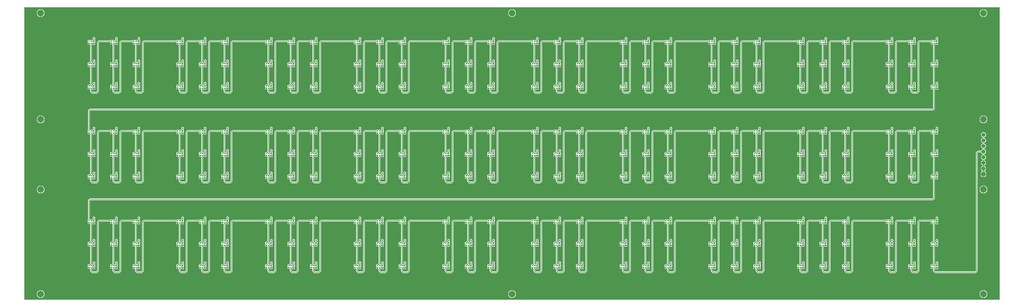
<source format=gtl>
G04 Layer: TopLayer*
G04 EasyEDA v6.5.34, 2023-10-09 21:03:28*
G04 d8b6119a72404543a3c1b132a341d26f,5a6b42c53f6a479593ecc07194224c93,10*
G04 Gerber Generator version 0.2*
G04 Scale: 100 percent, Rotated: No, Reflected: No *
G04 Dimensions in millimeters *
G04 leading zeros omitted , absolute positions ,4 integer and 5 decimal *
%FSLAX45Y45*%
%MOMM*%

%AMMACRO1*21,1,$1,$2,0,0,$3*%
%ADD10C,0.2540*%
%ADD11R,0.5500X0.5500*%
%ADD12MACRO1,0.54X0.7901X0.0000*%
%ADD13R,0.5400X0.7901*%
%ADD14MACRO1,1.8X1.8X90.0000*%
%ADD15C,1.8000*%
%ADD16C,3.0000*%
%ADD17C,0.6200*%
%ADD18C,0.0166*%

%LPD*%
G36*
X2068068Y25908D02*
G01*
X2064156Y26670D01*
X2060854Y28905D01*
X2058670Y32156D01*
X2057907Y36068D01*
X2057907Y13260832D01*
X2058670Y13264743D01*
X2060905Y13267994D01*
X2064156Y13270230D01*
X2068068Y13270992D01*
X46191932Y13270992D01*
X46195843Y13270230D01*
X46199094Y13267994D01*
X46201330Y13264743D01*
X46202092Y13260832D01*
X46201990Y36068D01*
X46201228Y32156D01*
X46199044Y28905D01*
X46195742Y26670D01*
X46191830Y25908D01*
G37*

%LPC*%
G36*
X23954638Y13017449D02*
G01*
X24117249Y13017449D01*
X24117249Y13180161D01*
X24098402Y13177824D01*
X24080774Y13173659D01*
X24063706Y13167715D01*
X24047297Y13160044D01*
X24031752Y13150697D01*
X24017274Y13139826D01*
X24003965Y13127532D01*
X23992027Y13113918D01*
X23981511Y13099186D01*
X23972621Y13083438D01*
X23965357Y13066826D01*
X23959870Y13049554D01*
X23956162Y13031825D01*
G37*
G36*
X2781300Y103987D02*
G01*
X2781300Y266700D01*
X2618740Y266700D01*
X2620213Y252323D01*
X2623921Y234594D01*
X2629408Y217373D01*
X2636672Y200761D01*
X2645562Y185013D01*
X2656078Y170230D01*
X2668016Y156616D01*
X2681325Y144322D01*
X2695803Y133451D01*
X2711348Y124155D01*
X2727756Y116484D01*
X2744825Y110489D01*
X2762453Y106375D01*
G37*
G36*
X45453300Y103987D02*
G01*
X45453300Y266700D01*
X45290740Y266700D01*
X45292213Y252323D01*
X45295921Y234594D01*
X45301408Y217373D01*
X45308672Y200761D01*
X45317613Y185013D01*
X45328078Y170230D01*
X45340066Y156616D01*
X45353325Y144322D01*
X45367803Y133451D01*
X45383348Y124155D01*
X45399756Y116484D01*
X45416825Y110489D01*
X45434453Y106375D01*
G37*
G36*
X24117249Y104190D02*
G01*
X24117249Y266700D01*
X23954740Y266700D01*
X23954994Y261315D01*
X23957788Y243433D01*
X23962410Y225907D01*
X23968760Y208940D01*
X23976888Y192786D01*
X23986591Y177495D01*
X23997818Y163271D01*
X24010467Y150317D01*
X24024386Y138734D01*
X24039423Y128625D01*
X24055374Y120091D01*
X24072189Y113283D01*
X24089563Y108204D01*
X24107394Y104952D01*
G37*
G36*
X2806700Y104190D02*
G01*
X2816606Y104952D01*
X2834386Y108204D01*
X2851810Y113283D01*
X2868574Y120091D01*
X2884525Y128625D01*
X2899562Y138734D01*
X2913481Y150317D01*
X2926130Y163271D01*
X2937357Y177495D01*
X2947060Y192786D01*
X2955188Y208940D01*
X2961538Y225907D01*
X2966161Y243433D01*
X2968955Y261315D01*
X2969260Y266700D01*
X2806700Y266700D01*
G37*
G36*
X45478700Y104190D02*
G01*
X45488606Y104952D01*
X45506386Y108204D01*
X45523810Y113283D01*
X45540574Y120091D01*
X45556576Y128625D01*
X45571562Y138734D01*
X45585481Y150317D01*
X45598130Y163271D01*
X45609357Y177495D01*
X45619111Y192786D01*
X45627188Y208940D01*
X45633589Y225907D01*
X45638161Y243433D01*
X45640955Y261315D01*
X45641260Y266700D01*
X45478700Y266700D01*
G37*
G36*
X2806700Y292100D02*
G01*
X2969260Y292100D01*
X2968955Y297484D01*
X2966161Y315366D01*
X2961538Y332892D01*
X2955188Y349859D01*
X2947060Y366014D01*
X2937357Y381304D01*
X2926130Y395528D01*
X2913481Y408482D01*
X2899562Y420065D01*
X2884525Y430174D01*
X2868574Y438708D01*
X2851810Y445516D01*
X2834386Y450596D01*
X2816606Y453847D01*
X2806700Y454609D01*
G37*
G36*
X45478700Y292100D02*
G01*
X45641260Y292100D01*
X45640955Y297484D01*
X45638161Y315366D01*
X45633589Y332892D01*
X45627188Y349859D01*
X45619111Y366014D01*
X45609357Y381304D01*
X45598130Y395528D01*
X45585481Y408482D01*
X45571562Y420065D01*
X45556576Y430174D01*
X45540574Y438708D01*
X45523810Y445516D01*
X45506386Y450596D01*
X45488606Y453847D01*
X45478700Y454609D01*
G37*
G36*
X23954740Y292100D02*
G01*
X24117249Y292100D01*
X24117249Y454609D01*
X24107394Y453847D01*
X24089563Y450596D01*
X24072189Y445516D01*
X24055374Y438708D01*
X24039423Y430174D01*
X24024386Y420065D01*
X24010467Y408482D01*
X23997818Y395528D01*
X23986591Y381304D01*
X23976888Y366014D01*
X23968760Y349859D01*
X23962410Y332892D01*
X23957788Y315366D01*
X23954994Y297484D01*
G37*
G36*
X24142649Y292100D02*
G01*
X24305260Y292100D01*
X24303736Y306476D01*
X24300027Y324205D01*
X24294541Y341426D01*
X24287276Y358038D01*
X24278386Y373786D01*
X24267871Y388569D01*
X24255933Y402183D01*
X24242623Y414477D01*
X24228145Y425348D01*
X24212600Y434644D01*
X24196243Y442315D01*
X24179123Y448309D01*
X24161496Y452424D01*
X24142649Y454812D01*
G37*
G36*
X2618740Y292100D02*
G01*
X2781300Y292100D01*
X2781300Y454812D01*
X2762453Y452424D01*
X2744825Y448309D01*
X2727756Y442315D01*
X2711348Y434644D01*
X2695803Y425348D01*
X2681325Y414477D01*
X2668016Y402183D01*
X2656078Y388569D01*
X2645562Y373786D01*
X2636672Y358038D01*
X2629408Y341426D01*
X2623921Y324205D01*
X2620213Y306476D01*
G37*
G36*
X45290740Y292100D02*
G01*
X45453300Y292100D01*
X45453300Y454812D01*
X45434453Y452424D01*
X45416825Y448309D01*
X45399756Y442315D01*
X45383348Y434644D01*
X45367803Y425348D01*
X45353325Y414477D01*
X45340066Y402183D01*
X45328078Y388569D01*
X45317613Y373786D01*
X45308672Y358038D01*
X45301408Y341426D01*
X45295921Y324205D01*
X45292213Y306476D01*
G37*
G36*
X5131308Y1231392D02*
G01*
X5333492Y1231392D01*
X5341518Y1232154D01*
X5348732Y1234389D01*
X5355437Y1237945D01*
X5361635Y1243025D01*
X5411724Y1293164D01*
X5416854Y1299362D01*
X5420410Y1306017D01*
X5422595Y1313281D01*
X5423408Y1321308D01*
X5423408Y3535781D01*
X5424170Y3539693D01*
X5426354Y3542995D01*
X5445353Y3561943D01*
X5448655Y3564128D01*
X5452516Y3564890D01*
X5939637Y3564890D01*
X5943803Y3563975D01*
X5947257Y3561435D01*
X5949340Y3557676D01*
X5949696Y3553409D01*
X5948222Y3549345D01*
X5946902Y3547211D01*
X5944971Y3541776D01*
X5944260Y3535476D01*
X5944260Y3521201D01*
X5985002Y3521201D01*
X5985002Y3539947D01*
X5985764Y3543858D01*
X5987948Y3547110D01*
X5991250Y3549345D01*
X5995162Y3550107D01*
X6000242Y3550107D01*
X6004102Y3549345D01*
X6007404Y3547110D01*
X6009589Y3543858D01*
X6010402Y3539947D01*
X6010402Y3521201D01*
X6029096Y3521201D01*
X6033008Y3520440D01*
X6036310Y3518255D01*
X6038494Y3514953D01*
X6039256Y3511042D01*
X6039256Y3505962D01*
X6038494Y3502101D01*
X6036310Y3498799D01*
X6033008Y3496614D01*
X6029096Y3495801D01*
X6010402Y3495801D01*
X6010402Y3455111D01*
X6024626Y3455111D01*
X6030925Y3455822D01*
X6036411Y3457752D01*
X6038494Y3459073D01*
X6042558Y3460546D01*
X6046825Y3460191D01*
X6050584Y3458108D01*
X6053175Y3454654D01*
X6054090Y3450437D01*
X6054090Y2702712D01*
X6053277Y2698851D01*
X6051092Y2695549D01*
X5999480Y2643886D01*
X5996178Y2641701D01*
X5992266Y2640939D01*
X5970727Y2640939D01*
X5964428Y2640228D01*
X5958992Y2638298D01*
X5954064Y2635199D01*
X5950000Y2631135D01*
X5946902Y2626207D01*
X5944971Y2620772D01*
X5944260Y2614472D01*
X5944260Y2560574D01*
X5944971Y2554274D01*
X5946902Y2548788D01*
X5949035Y2545435D01*
X5950407Y2541930D01*
X5950407Y2538120D01*
X5949035Y2534615D01*
X5946902Y2531262D01*
X5944971Y2525776D01*
X5944260Y2519476D01*
X5944260Y2505202D01*
X5985002Y2505202D01*
X5985002Y2523947D01*
X5985764Y2527858D01*
X5987948Y2531110D01*
X5991250Y2533345D01*
X5995162Y2534107D01*
X6000242Y2534107D01*
X6004102Y2533345D01*
X6007404Y2531110D01*
X6009589Y2527858D01*
X6010402Y2523947D01*
X6010402Y2505202D01*
X6029096Y2505202D01*
X6033008Y2504440D01*
X6036310Y2502255D01*
X6038494Y2498953D01*
X6039256Y2495042D01*
X6039256Y2489962D01*
X6038494Y2486101D01*
X6036310Y2482799D01*
X6033008Y2480614D01*
X6029096Y2479802D01*
X6010402Y2479802D01*
X6010402Y2439111D01*
X6024626Y2439111D01*
X6030925Y2439822D01*
X6036411Y2441752D01*
X6038494Y2443073D01*
X6042558Y2444546D01*
X6046825Y2444191D01*
X6050584Y2442108D01*
X6053175Y2438654D01*
X6054090Y2434437D01*
X6054090Y1686712D01*
X6053277Y1682851D01*
X6051092Y1679549D01*
X5999480Y1627886D01*
X5996178Y1625701D01*
X5992266Y1624939D01*
X5970727Y1624939D01*
X5964428Y1624228D01*
X5958992Y1622298D01*
X5954064Y1619250D01*
X5950000Y1615135D01*
X5946902Y1610258D01*
X5944971Y1604772D01*
X5944260Y1598472D01*
X5944260Y1544574D01*
X5944971Y1538274D01*
X5946902Y1532788D01*
X5949035Y1529435D01*
X5950407Y1525930D01*
X5950407Y1522120D01*
X5949035Y1518615D01*
X5946902Y1515262D01*
X5944971Y1509776D01*
X5944260Y1503476D01*
X5944260Y1489202D01*
X5985002Y1489202D01*
X5985002Y1507947D01*
X5985764Y1511858D01*
X5987948Y1515160D01*
X5991250Y1517345D01*
X5995162Y1518107D01*
X6000242Y1518107D01*
X6004102Y1517345D01*
X6007404Y1515160D01*
X6009589Y1511858D01*
X6010402Y1507947D01*
X6010402Y1489202D01*
X6029096Y1489202D01*
X6033008Y1488440D01*
X6036310Y1486255D01*
X6038494Y1482953D01*
X6039256Y1479042D01*
X6039256Y1473962D01*
X6038494Y1470101D01*
X6036310Y1466799D01*
X6033008Y1464614D01*
X6029096Y1463802D01*
X6010402Y1463802D01*
X6010402Y1423111D01*
X6024626Y1423111D01*
X6030925Y1423822D01*
X6036411Y1425752D01*
X6038494Y1427073D01*
X6042558Y1428546D01*
X6046825Y1428191D01*
X6050584Y1426108D01*
X6053124Y1422654D01*
X6054039Y1418437D01*
X6054039Y1324610D01*
X6054852Y1316583D01*
X6057036Y1309319D01*
X6060592Y1302664D01*
X6065723Y1296466D01*
X6119114Y1243025D01*
X6125362Y1237945D01*
X6132017Y1234389D01*
X6139230Y1232154D01*
X6147257Y1231392D01*
X6349492Y1231392D01*
X6357467Y1232154D01*
X6364732Y1234389D01*
X6371386Y1237945D01*
X6377635Y1243025D01*
X6427724Y1293164D01*
X6432854Y1299362D01*
X6436410Y1306017D01*
X6438595Y1313281D01*
X6439357Y1321308D01*
X6439357Y3535781D01*
X6440170Y3539693D01*
X6442354Y3542995D01*
X6461302Y3561943D01*
X6464604Y3564128D01*
X6468516Y3564890D01*
X6955637Y3564890D01*
X6959803Y3563975D01*
X6963257Y3561435D01*
X6965340Y3557676D01*
X6965696Y3553409D01*
X6964222Y3549345D01*
X6962902Y3547211D01*
X6960971Y3541776D01*
X6960260Y3535476D01*
X6960260Y3521201D01*
X7001002Y3521201D01*
X7001002Y3539947D01*
X7001764Y3543858D01*
X7003948Y3547110D01*
X7007250Y3549345D01*
X7011162Y3550107D01*
X7016242Y3550107D01*
X7020102Y3549345D01*
X7023404Y3547110D01*
X7025589Y3543858D01*
X7026402Y3539947D01*
X7026402Y3521201D01*
X7045096Y3521201D01*
X7049008Y3520440D01*
X7052259Y3518255D01*
X7054494Y3514953D01*
X7055256Y3511042D01*
X7055256Y3505962D01*
X7054494Y3502101D01*
X7052259Y3498799D01*
X7049008Y3496614D01*
X7045096Y3495801D01*
X7026402Y3495801D01*
X7026402Y3455111D01*
X7040625Y3455111D01*
X7046925Y3455822D01*
X7052411Y3457752D01*
X7054494Y3459073D01*
X7058558Y3460546D01*
X7062825Y3460191D01*
X7066584Y3458108D01*
X7069175Y3454654D01*
X7070090Y3450437D01*
X7070090Y2702712D01*
X7069277Y2698851D01*
X7067092Y2695549D01*
X7015480Y2643886D01*
X7012178Y2641701D01*
X7008266Y2640939D01*
X6986727Y2640939D01*
X6980428Y2640228D01*
X6974941Y2638298D01*
X6970064Y2635199D01*
X6965950Y2631135D01*
X6962902Y2626207D01*
X6960971Y2620772D01*
X6960260Y2614472D01*
X6960260Y2560574D01*
X6960971Y2554274D01*
X6962902Y2548788D01*
X6965035Y2545435D01*
X6966407Y2541930D01*
X6966407Y2538120D01*
X6965035Y2534615D01*
X6962902Y2531262D01*
X6960971Y2525776D01*
X6960260Y2519476D01*
X6960260Y2505202D01*
X7001002Y2505202D01*
X7001002Y2523947D01*
X7001764Y2527858D01*
X7003948Y2531110D01*
X7007250Y2533345D01*
X7011162Y2534107D01*
X7016242Y2534107D01*
X7020102Y2533345D01*
X7023404Y2531110D01*
X7025589Y2527858D01*
X7026402Y2523947D01*
X7026402Y2505202D01*
X7045096Y2505202D01*
X7049008Y2504440D01*
X7052259Y2502255D01*
X7054494Y2498953D01*
X7055256Y2495042D01*
X7055256Y2489962D01*
X7054494Y2486101D01*
X7052259Y2482799D01*
X7049008Y2480614D01*
X7045096Y2479802D01*
X7026402Y2479802D01*
X7026402Y2439111D01*
X7040625Y2439111D01*
X7046925Y2439822D01*
X7052411Y2441752D01*
X7054494Y2443073D01*
X7058558Y2444546D01*
X7062825Y2444191D01*
X7066584Y2442108D01*
X7069175Y2438654D01*
X7070090Y2434437D01*
X7070090Y1686712D01*
X7069277Y1682851D01*
X7067092Y1679549D01*
X7015480Y1627886D01*
X7012178Y1625701D01*
X7008266Y1624939D01*
X6986727Y1624939D01*
X6980428Y1624228D01*
X6974941Y1622298D01*
X6970064Y1619250D01*
X6965950Y1615135D01*
X6962902Y1610258D01*
X6960971Y1604772D01*
X6960260Y1598472D01*
X6960260Y1544574D01*
X6960971Y1538274D01*
X6962902Y1532788D01*
X6965035Y1529435D01*
X6966407Y1525930D01*
X6966407Y1522120D01*
X6965035Y1518615D01*
X6962902Y1515262D01*
X6960971Y1509776D01*
X6960260Y1503476D01*
X6960260Y1489202D01*
X7001002Y1489202D01*
X7001002Y1507947D01*
X7001764Y1511858D01*
X7003948Y1515160D01*
X7007250Y1517345D01*
X7011162Y1518107D01*
X7016242Y1518107D01*
X7020102Y1517345D01*
X7023404Y1515160D01*
X7025589Y1511858D01*
X7026402Y1507947D01*
X7026402Y1489202D01*
X7045096Y1489202D01*
X7049008Y1488440D01*
X7052259Y1486255D01*
X7054494Y1482953D01*
X7055256Y1479042D01*
X7055256Y1473962D01*
X7054494Y1470101D01*
X7052259Y1466799D01*
X7049008Y1464614D01*
X7045096Y1463802D01*
X7026402Y1463802D01*
X7026402Y1423111D01*
X7040625Y1423111D01*
X7046925Y1423822D01*
X7052411Y1425752D01*
X7054494Y1427073D01*
X7058558Y1428546D01*
X7062825Y1428191D01*
X7066584Y1426108D01*
X7069124Y1422654D01*
X7070039Y1418437D01*
X7070039Y1324610D01*
X7070852Y1316583D01*
X7073036Y1309319D01*
X7076592Y1302664D01*
X7081723Y1296466D01*
X7135114Y1243025D01*
X7141362Y1237945D01*
X7148017Y1234389D01*
X7155230Y1232154D01*
X7163257Y1231392D01*
X7365492Y1231392D01*
X7373467Y1232154D01*
X7380731Y1234389D01*
X7387386Y1237945D01*
X7393635Y1243025D01*
X7443724Y1293164D01*
X7448854Y1299362D01*
X7452410Y1306017D01*
X7454595Y1313281D01*
X7455357Y1321308D01*
X7455357Y3535781D01*
X7456170Y3539693D01*
X7458354Y3542995D01*
X7477302Y3561943D01*
X7480604Y3564128D01*
X7484516Y3564890D01*
X8936837Y3564890D01*
X8941003Y3564026D01*
X8944457Y3561435D01*
X8946540Y3557676D01*
X8946896Y3553409D01*
X8945422Y3549345D01*
X8944102Y3547211D01*
X8942171Y3541776D01*
X8941460Y3535476D01*
X8941460Y3521201D01*
X8982202Y3521201D01*
X8982202Y3539947D01*
X8982964Y3543858D01*
X8985148Y3547110D01*
X8988450Y3549345D01*
X8992362Y3550107D01*
X8997442Y3550107D01*
X9001302Y3549345D01*
X9004604Y3547110D01*
X9006789Y3543858D01*
X9007602Y3539947D01*
X9007602Y3521201D01*
X9026296Y3521201D01*
X9030208Y3520440D01*
X9033459Y3518255D01*
X9035694Y3514953D01*
X9036456Y3511042D01*
X9036456Y3505962D01*
X9035694Y3502101D01*
X9033459Y3498799D01*
X9030208Y3496614D01*
X9026296Y3495801D01*
X9007602Y3495801D01*
X9007602Y3455111D01*
X9021826Y3455111D01*
X9028125Y3455822D01*
X9033611Y3457752D01*
X9035694Y3459073D01*
X9039758Y3460546D01*
X9044025Y3460191D01*
X9047784Y3458108D01*
X9050375Y3454654D01*
X9051290Y3450437D01*
X9051290Y2702763D01*
X9050477Y2698851D01*
X9048292Y2695549D01*
X8996629Y2643886D01*
X8993327Y2641701D01*
X8989466Y2640939D01*
X8967927Y2640939D01*
X8961628Y2640228D01*
X8956141Y2638298D01*
X8951264Y2635199D01*
X8947150Y2631135D01*
X8944102Y2626207D01*
X8942171Y2620772D01*
X8941460Y2614472D01*
X8941460Y2560574D01*
X8942171Y2554274D01*
X8944102Y2548788D01*
X8946235Y2545435D01*
X8947607Y2541930D01*
X8947607Y2538120D01*
X8946235Y2534615D01*
X8944102Y2531262D01*
X8942171Y2525776D01*
X8941460Y2519476D01*
X8941460Y2505202D01*
X8982202Y2505202D01*
X8982202Y2523947D01*
X8982964Y2527858D01*
X8985148Y2531110D01*
X8988450Y2533345D01*
X8992362Y2534107D01*
X8997442Y2534107D01*
X9001302Y2533345D01*
X9004604Y2531110D01*
X9006789Y2527858D01*
X9007602Y2523947D01*
X9007602Y2505202D01*
X9026296Y2505202D01*
X9030208Y2504440D01*
X9033459Y2502255D01*
X9035694Y2498953D01*
X9036456Y2495042D01*
X9036456Y2489962D01*
X9035694Y2486101D01*
X9033459Y2482799D01*
X9030208Y2480614D01*
X9026296Y2479802D01*
X9007602Y2479802D01*
X9007602Y2439111D01*
X9021826Y2439111D01*
X9028125Y2439822D01*
X9033611Y2441752D01*
X9035694Y2443073D01*
X9039758Y2444546D01*
X9044025Y2444191D01*
X9047784Y2442108D01*
X9050375Y2438654D01*
X9051290Y2434437D01*
X9051290Y1686763D01*
X9050477Y1682851D01*
X9048292Y1679549D01*
X8996629Y1627886D01*
X8993327Y1625701D01*
X8989466Y1624939D01*
X8967927Y1624939D01*
X8961628Y1624228D01*
X8956141Y1622298D01*
X8951264Y1619250D01*
X8947150Y1615135D01*
X8944102Y1610258D01*
X8942171Y1604772D01*
X8941460Y1598472D01*
X8941460Y1544574D01*
X8942171Y1538274D01*
X8944102Y1532788D01*
X8946235Y1529435D01*
X8947607Y1525930D01*
X8947607Y1522120D01*
X8946235Y1518615D01*
X8944102Y1515262D01*
X8942171Y1509776D01*
X8941460Y1503476D01*
X8941460Y1489202D01*
X8982202Y1489202D01*
X8982202Y1507947D01*
X8982964Y1511858D01*
X8985148Y1515160D01*
X8988450Y1517345D01*
X8992362Y1518107D01*
X8997442Y1518107D01*
X9001302Y1517345D01*
X9004604Y1515160D01*
X9006789Y1511858D01*
X9007602Y1507947D01*
X9007602Y1489202D01*
X9026296Y1489202D01*
X9030208Y1488440D01*
X9033459Y1486255D01*
X9035694Y1482953D01*
X9036456Y1479042D01*
X9036456Y1473962D01*
X9035694Y1470101D01*
X9033459Y1466799D01*
X9030208Y1464614D01*
X9026296Y1463802D01*
X9007602Y1463802D01*
X9007602Y1423111D01*
X9021826Y1423111D01*
X9028125Y1423822D01*
X9033611Y1425752D01*
X9035694Y1427073D01*
X9039758Y1428546D01*
X9044025Y1428191D01*
X9047784Y1426108D01*
X9050324Y1422654D01*
X9051239Y1418437D01*
X9051239Y1324610D01*
X9052052Y1316583D01*
X9054236Y1309319D01*
X9057792Y1302664D01*
X9062923Y1296466D01*
X9116314Y1243025D01*
X9122562Y1237945D01*
X9129217Y1234389D01*
X9136430Y1232154D01*
X9144457Y1231392D01*
X9346692Y1231392D01*
X9354667Y1232154D01*
X9361932Y1234389D01*
X9368586Y1237945D01*
X9374835Y1243025D01*
X9424924Y1293164D01*
X9430054Y1299362D01*
X9433610Y1306017D01*
X9435795Y1313281D01*
X9436557Y1321308D01*
X9436557Y3535781D01*
X9437370Y3539693D01*
X9439554Y3542995D01*
X9458502Y3561943D01*
X9461804Y3564128D01*
X9465716Y3564890D01*
X9952786Y3564890D01*
X9957003Y3563975D01*
X9960457Y3561435D01*
X9962540Y3557676D01*
X9962896Y3553409D01*
X9961422Y3549345D01*
X9960102Y3547211D01*
X9958171Y3541776D01*
X9957460Y3535476D01*
X9957460Y3521201D01*
X9998151Y3521201D01*
X9998151Y3539947D01*
X9998964Y3543858D01*
X10001148Y3547110D01*
X10004450Y3549345D01*
X10008311Y3550107D01*
X10013391Y3550107D01*
X10017302Y3549345D01*
X10020604Y3547110D01*
X10022789Y3543858D01*
X10023551Y3539947D01*
X10023551Y3521201D01*
X10042296Y3521201D01*
X10046157Y3520440D01*
X10049459Y3518255D01*
X10051694Y3514953D01*
X10052456Y3511042D01*
X10052456Y3505962D01*
X10051694Y3502101D01*
X10049459Y3498799D01*
X10046157Y3496614D01*
X10042296Y3495801D01*
X10023551Y3495801D01*
X10023551Y3455111D01*
X10037826Y3455111D01*
X10044125Y3455822D01*
X10049611Y3457752D01*
X10051694Y3459073D01*
X10055758Y3460546D01*
X10060025Y3460191D01*
X10063784Y3458108D01*
X10066375Y3454654D01*
X10067290Y3450437D01*
X10067290Y2702763D01*
X10066477Y2698851D01*
X10064292Y2695549D01*
X10012629Y2643886D01*
X10009327Y2641701D01*
X10005466Y2640939D01*
X9983927Y2640939D01*
X9977628Y2640228D01*
X9972141Y2638298D01*
X9967264Y2635199D01*
X9963150Y2631135D01*
X9960102Y2626207D01*
X9958171Y2620772D01*
X9957460Y2614472D01*
X9957460Y2560574D01*
X9958171Y2554274D01*
X9960102Y2548788D01*
X9962235Y2545435D01*
X9963607Y2541930D01*
X9963607Y2538120D01*
X9962235Y2534615D01*
X9960102Y2531262D01*
X9958171Y2525776D01*
X9957460Y2519476D01*
X9957460Y2505202D01*
X9998151Y2505202D01*
X9998151Y2523947D01*
X9998964Y2527858D01*
X10001148Y2531110D01*
X10004450Y2533345D01*
X10008311Y2534107D01*
X10013391Y2534107D01*
X10017302Y2533345D01*
X10020604Y2531110D01*
X10022789Y2527858D01*
X10023551Y2523947D01*
X10023551Y2505202D01*
X10042296Y2505202D01*
X10046157Y2504440D01*
X10049459Y2502255D01*
X10051694Y2498953D01*
X10052456Y2495042D01*
X10052456Y2489962D01*
X10051694Y2486101D01*
X10049459Y2482799D01*
X10046157Y2480614D01*
X10042296Y2479802D01*
X10023551Y2479802D01*
X10023551Y2439111D01*
X10037826Y2439111D01*
X10044125Y2439822D01*
X10049611Y2441752D01*
X10051694Y2443073D01*
X10055758Y2444546D01*
X10060025Y2444191D01*
X10063784Y2442108D01*
X10066375Y2438654D01*
X10067290Y2434488D01*
X10067290Y1686763D01*
X10066477Y1682851D01*
X10064292Y1679549D01*
X10012629Y1627886D01*
X10009327Y1625701D01*
X10005466Y1624939D01*
X9983927Y1624939D01*
X9977628Y1624228D01*
X9972141Y1622298D01*
X9967264Y1619250D01*
X9963150Y1615135D01*
X9960102Y1610258D01*
X9958171Y1604772D01*
X9957460Y1598472D01*
X9957460Y1544574D01*
X9958171Y1538274D01*
X9960102Y1532788D01*
X9962235Y1529435D01*
X9963607Y1525930D01*
X9963607Y1522120D01*
X9962235Y1518615D01*
X9960102Y1515262D01*
X9958171Y1509776D01*
X9957460Y1503476D01*
X9957460Y1489202D01*
X9998151Y1489202D01*
X9998151Y1507947D01*
X9998964Y1511858D01*
X10001148Y1515160D01*
X10004450Y1517345D01*
X10008311Y1518107D01*
X10013391Y1518107D01*
X10017302Y1517345D01*
X10020604Y1515160D01*
X10022789Y1511858D01*
X10023551Y1507947D01*
X10023551Y1489202D01*
X10042296Y1489202D01*
X10046157Y1488440D01*
X10049459Y1486255D01*
X10051694Y1482953D01*
X10052456Y1479042D01*
X10052456Y1473962D01*
X10051694Y1470101D01*
X10049459Y1466799D01*
X10046157Y1464614D01*
X10042296Y1463802D01*
X10023551Y1463802D01*
X10023551Y1423111D01*
X10037826Y1423111D01*
X10044125Y1423822D01*
X10049611Y1425752D01*
X10051694Y1427073D01*
X10055758Y1428546D01*
X10060025Y1428191D01*
X10063784Y1426108D01*
X10066324Y1422654D01*
X10067239Y1418488D01*
X10067239Y1324610D01*
X10068052Y1316583D01*
X10070236Y1309319D01*
X10073792Y1302664D01*
X10078923Y1296466D01*
X10132314Y1243025D01*
X10138562Y1237945D01*
X10145217Y1234389D01*
X10152430Y1232154D01*
X10160457Y1231392D01*
X10362692Y1231392D01*
X10370667Y1232154D01*
X10377932Y1234389D01*
X10384586Y1237945D01*
X10390835Y1243025D01*
X10440924Y1293164D01*
X10446054Y1299362D01*
X10449610Y1306017D01*
X10451795Y1313281D01*
X10452557Y1321308D01*
X10452557Y3535781D01*
X10453370Y3539693D01*
X10455554Y3542995D01*
X10474502Y3561943D01*
X10477804Y3564128D01*
X10481716Y3564890D01*
X10968786Y3564890D01*
X10973003Y3563975D01*
X10976457Y3561435D01*
X10978540Y3557676D01*
X10978896Y3553409D01*
X10977422Y3549345D01*
X10976102Y3547211D01*
X10974171Y3541776D01*
X10973460Y3535476D01*
X10973460Y3521201D01*
X11014151Y3521201D01*
X11014151Y3539947D01*
X11014964Y3543858D01*
X11017148Y3547110D01*
X11020450Y3549345D01*
X11024311Y3550107D01*
X11029391Y3550107D01*
X11033302Y3549345D01*
X11036604Y3547110D01*
X11038789Y3543858D01*
X11039551Y3539947D01*
X11039551Y3521201D01*
X11058296Y3521201D01*
X11062157Y3520440D01*
X11065459Y3518255D01*
X11067694Y3514953D01*
X11068456Y3511042D01*
X11068456Y3505962D01*
X11067694Y3502101D01*
X11065459Y3498799D01*
X11062157Y3496614D01*
X11058296Y3495801D01*
X11039551Y3495801D01*
X11039551Y3455111D01*
X11053826Y3455111D01*
X11060125Y3455822D01*
X11065560Y3457752D01*
X11067694Y3459073D01*
X11071758Y3460546D01*
X11076025Y3460191D01*
X11079784Y3458108D01*
X11082375Y3454654D01*
X11083290Y3450437D01*
X11083290Y2702763D01*
X11082477Y2698851D01*
X11080292Y2695549D01*
X11028629Y2643886D01*
X11025327Y2641701D01*
X11021466Y2640939D01*
X10999927Y2640939D01*
X10993628Y2640228D01*
X10988141Y2638298D01*
X10983264Y2635199D01*
X10979150Y2631135D01*
X10976102Y2626207D01*
X10974171Y2620772D01*
X10973460Y2614472D01*
X10973460Y2560574D01*
X10974171Y2554274D01*
X10976102Y2548788D01*
X10978184Y2545435D01*
X10979607Y2541930D01*
X10979607Y2538120D01*
X10978184Y2534615D01*
X10976102Y2531262D01*
X10974171Y2525776D01*
X10973460Y2519476D01*
X10973460Y2505202D01*
X11014151Y2505202D01*
X11014151Y2523947D01*
X11014964Y2527858D01*
X11017148Y2531110D01*
X11020450Y2533345D01*
X11024311Y2534107D01*
X11029391Y2534107D01*
X11033302Y2533345D01*
X11036604Y2531110D01*
X11038789Y2527858D01*
X11039551Y2523947D01*
X11039551Y2505202D01*
X11058296Y2505202D01*
X11062157Y2504440D01*
X11065459Y2502255D01*
X11067694Y2498953D01*
X11068456Y2495042D01*
X11068456Y2489962D01*
X11067694Y2486101D01*
X11065459Y2482799D01*
X11062157Y2480614D01*
X11058296Y2479802D01*
X11039551Y2479802D01*
X11039551Y2439111D01*
X11053826Y2439111D01*
X11060125Y2439822D01*
X11065560Y2441752D01*
X11067694Y2443073D01*
X11071758Y2444546D01*
X11076025Y2444191D01*
X11079784Y2442108D01*
X11082375Y2438654D01*
X11083290Y2434488D01*
X11083290Y1686763D01*
X11082477Y1682851D01*
X11080292Y1679549D01*
X11028629Y1627886D01*
X11025327Y1625701D01*
X11021466Y1624939D01*
X10999927Y1624939D01*
X10993628Y1624228D01*
X10988141Y1622298D01*
X10983264Y1619250D01*
X10979150Y1615135D01*
X10976102Y1610258D01*
X10974171Y1604772D01*
X10973460Y1598472D01*
X10973460Y1544574D01*
X10974171Y1538274D01*
X10976102Y1532788D01*
X10978184Y1529435D01*
X10979607Y1525930D01*
X10979607Y1522120D01*
X10978184Y1518615D01*
X10976102Y1515262D01*
X10974171Y1509776D01*
X10973460Y1503476D01*
X10973460Y1489202D01*
X11014151Y1489202D01*
X11014151Y1507947D01*
X11014964Y1511858D01*
X11017148Y1515160D01*
X11020450Y1517345D01*
X11024311Y1518107D01*
X11029391Y1518107D01*
X11033302Y1517345D01*
X11036604Y1515160D01*
X11038789Y1511858D01*
X11039551Y1507947D01*
X11039551Y1489202D01*
X11058296Y1489202D01*
X11062157Y1488440D01*
X11065459Y1486255D01*
X11067694Y1482953D01*
X11068456Y1479042D01*
X11068456Y1473962D01*
X11067694Y1470101D01*
X11065459Y1466799D01*
X11062157Y1464614D01*
X11058296Y1463802D01*
X11039551Y1463802D01*
X11039551Y1423111D01*
X11053826Y1423111D01*
X11060125Y1423822D01*
X11065560Y1425752D01*
X11067694Y1427073D01*
X11071758Y1428546D01*
X11076025Y1428191D01*
X11079784Y1426108D01*
X11082324Y1422654D01*
X11083239Y1418488D01*
X11083239Y1324610D01*
X11084052Y1316583D01*
X11086236Y1309319D01*
X11089792Y1302664D01*
X11094923Y1296466D01*
X11148314Y1243025D01*
X11154562Y1237945D01*
X11161217Y1234389D01*
X11168430Y1232154D01*
X11176457Y1231392D01*
X11378692Y1231392D01*
X11386667Y1232154D01*
X11393932Y1234389D01*
X11400586Y1237945D01*
X11406835Y1243025D01*
X11456924Y1293164D01*
X11462054Y1299362D01*
X11465610Y1306017D01*
X11467795Y1313281D01*
X11468557Y1321308D01*
X11468557Y3535781D01*
X11469370Y3539693D01*
X11471554Y3542995D01*
X11490502Y3561943D01*
X11493804Y3564128D01*
X11497716Y3564890D01*
X12949986Y3564890D01*
X12954203Y3564026D01*
X12957657Y3561435D01*
X12959740Y3557676D01*
X12960096Y3553409D01*
X12958622Y3549345D01*
X12957302Y3547211D01*
X12955371Y3541776D01*
X12954660Y3535476D01*
X12954660Y3521201D01*
X12995351Y3521201D01*
X12995351Y3539947D01*
X12996164Y3543858D01*
X12998348Y3547110D01*
X13001650Y3549345D01*
X13005511Y3550107D01*
X13010591Y3550107D01*
X13014502Y3549345D01*
X13017804Y3547110D01*
X13019989Y3543858D01*
X13020751Y3539947D01*
X13020751Y3521201D01*
X13039496Y3521201D01*
X13043357Y3520440D01*
X13046659Y3518255D01*
X13048894Y3514953D01*
X13049656Y3511042D01*
X13049656Y3505962D01*
X13048894Y3502101D01*
X13046659Y3498799D01*
X13043357Y3496614D01*
X13039496Y3495801D01*
X13020751Y3495801D01*
X13020751Y3455111D01*
X13034975Y3455111D01*
X13041325Y3455822D01*
X13046760Y3457752D01*
X13048894Y3459073D01*
X13052958Y3460546D01*
X13057225Y3460191D01*
X13060984Y3458108D01*
X13063575Y3454654D01*
X13064490Y3450488D01*
X13064490Y2702763D01*
X13063677Y2698851D01*
X13061492Y2695549D01*
X13009829Y2643886D01*
X13006527Y2641701D01*
X13002666Y2640939D01*
X12981127Y2640939D01*
X12974828Y2640228D01*
X12969341Y2638298D01*
X12964464Y2635199D01*
X12960350Y2631135D01*
X12957302Y2626207D01*
X12955371Y2620772D01*
X12954660Y2614472D01*
X12954660Y2560574D01*
X12955371Y2554274D01*
X12957302Y2548788D01*
X12959384Y2545435D01*
X12960807Y2541930D01*
X12960807Y2538120D01*
X12959384Y2534615D01*
X12957302Y2531262D01*
X12955371Y2525776D01*
X12954660Y2519476D01*
X12954660Y2505202D01*
X12995351Y2505202D01*
X12995351Y2523947D01*
X12996164Y2527858D01*
X12998348Y2531110D01*
X13001650Y2533345D01*
X13005511Y2534107D01*
X13010591Y2534107D01*
X13014502Y2533345D01*
X13017804Y2531110D01*
X13019989Y2527858D01*
X13020751Y2523947D01*
X13020751Y2505202D01*
X13039496Y2505202D01*
X13043357Y2504440D01*
X13046659Y2502255D01*
X13048894Y2498953D01*
X13049656Y2495042D01*
X13049656Y2489962D01*
X13048894Y2486101D01*
X13046659Y2482799D01*
X13043357Y2480614D01*
X13039496Y2479802D01*
X13020751Y2479802D01*
X13020751Y2439111D01*
X13034975Y2439111D01*
X13041325Y2439822D01*
X13046760Y2441752D01*
X13048894Y2443073D01*
X13052958Y2444546D01*
X13057225Y2444191D01*
X13060984Y2442108D01*
X13063575Y2438654D01*
X13064490Y2434488D01*
X13064490Y1686763D01*
X13063677Y1682851D01*
X13061492Y1679549D01*
X13009829Y1627886D01*
X13006527Y1625701D01*
X13002666Y1624939D01*
X12981127Y1624939D01*
X12974828Y1624228D01*
X12969341Y1622298D01*
X12964464Y1619250D01*
X12960350Y1615135D01*
X12957302Y1610258D01*
X12955371Y1604772D01*
X12954660Y1598472D01*
X12954660Y1544574D01*
X12955371Y1538274D01*
X12957302Y1532788D01*
X12959384Y1529435D01*
X12960807Y1525930D01*
X12960807Y1522120D01*
X12959384Y1518615D01*
X12957302Y1515262D01*
X12955371Y1509776D01*
X12954660Y1503476D01*
X12954660Y1489202D01*
X12995351Y1489202D01*
X12995351Y1507947D01*
X12996164Y1511858D01*
X12998348Y1515160D01*
X13001650Y1517345D01*
X13005511Y1518107D01*
X13010591Y1518107D01*
X13014502Y1517345D01*
X13017804Y1515160D01*
X13019989Y1511858D01*
X13020751Y1507947D01*
X13020751Y1489202D01*
X13039496Y1489202D01*
X13043357Y1488440D01*
X13046659Y1486255D01*
X13048894Y1482953D01*
X13049656Y1479042D01*
X13049656Y1473962D01*
X13048894Y1470101D01*
X13046659Y1466799D01*
X13043357Y1464614D01*
X13039496Y1463802D01*
X13020751Y1463802D01*
X13020751Y1423111D01*
X13034975Y1423111D01*
X13041325Y1423822D01*
X13046760Y1425752D01*
X13048894Y1427073D01*
X13052958Y1428546D01*
X13057225Y1428191D01*
X13060984Y1426108D01*
X13063524Y1422654D01*
X13064439Y1418488D01*
X13064439Y1324610D01*
X13065252Y1316583D01*
X13067436Y1309319D01*
X13070992Y1302664D01*
X13076123Y1296466D01*
X13129513Y1243025D01*
X13135762Y1237945D01*
X13142417Y1234389D01*
X13149630Y1232154D01*
X13157657Y1231392D01*
X13359892Y1231392D01*
X13367867Y1232154D01*
X13375132Y1234389D01*
X13381786Y1237945D01*
X13388035Y1243025D01*
X13438124Y1293164D01*
X13443254Y1299362D01*
X13446810Y1306017D01*
X13448995Y1313281D01*
X13449757Y1321308D01*
X13449757Y3535781D01*
X13450569Y3539693D01*
X13452754Y3542995D01*
X13471702Y3561943D01*
X13475004Y3564128D01*
X13478916Y3564890D01*
X13965986Y3564890D01*
X13970203Y3563975D01*
X13973657Y3561435D01*
X13975740Y3557676D01*
X13976045Y3553409D01*
X13974622Y3549345D01*
X13973301Y3547211D01*
X13971371Y3541776D01*
X13970660Y3535476D01*
X13970660Y3521201D01*
X14011351Y3521201D01*
X14011351Y3539947D01*
X14012163Y3543858D01*
X14014348Y3547110D01*
X14017650Y3549345D01*
X14021511Y3550107D01*
X14026591Y3550107D01*
X14030502Y3549345D01*
X14033804Y3547110D01*
X14035989Y3543858D01*
X14036751Y3539947D01*
X14036751Y3521201D01*
X14055496Y3521201D01*
X14059357Y3520440D01*
X14062659Y3518255D01*
X14064894Y3514953D01*
X14065656Y3511042D01*
X14065656Y3505962D01*
X14064894Y3502101D01*
X14062659Y3498799D01*
X14059357Y3496614D01*
X14055496Y3495801D01*
X14036751Y3495801D01*
X14036751Y3455111D01*
X14050975Y3455111D01*
X14057325Y3455822D01*
X14062760Y3457752D01*
X14064894Y3459073D01*
X14068958Y3460546D01*
X14073225Y3460191D01*
X14076984Y3458108D01*
X14079575Y3454654D01*
X14080490Y3450488D01*
X14080490Y2702763D01*
X14079677Y2698851D01*
X14077492Y2695549D01*
X14025829Y2643886D01*
X14022527Y2641701D01*
X14018666Y2640939D01*
X13997127Y2640939D01*
X13990828Y2640228D01*
X13985341Y2638298D01*
X13980464Y2635199D01*
X13976350Y2631135D01*
X13973301Y2626207D01*
X13971371Y2620772D01*
X13970660Y2614472D01*
X13970660Y2560574D01*
X13971371Y2554274D01*
X13973301Y2548788D01*
X13975384Y2545435D01*
X13976807Y2541930D01*
X13976807Y2538120D01*
X13975384Y2534615D01*
X13973301Y2531262D01*
X13971371Y2525776D01*
X13970660Y2519476D01*
X13970660Y2505202D01*
X14011351Y2505202D01*
X14011351Y2523947D01*
X14012163Y2527858D01*
X14014348Y2531110D01*
X14017650Y2533345D01*
X14021511Y2534107D01*
X14026591Y2534107D01*
X14030502Y2533345D01*
X14033804Y2531110D01*
X14035989Y2527858D01*
X14036751Y2523947D01*
X14036751Y2505202D01*
X14055496Y2505202D01*
X14059357Y2504440D01*
X14062659Y2502255D01*
X14064894Y2498953D01*
X14065656Y2495042D01*
X14065656Y2489962D01*
X14064894Y2486101D01*
X14062659Y2482799D01*
X14059357Y2480614D01*
X14055496Y2479802D01*
X14036751Y2479802D01*
X14036751Y2439111D01*
X14050975Y2439111D01*
X14057325Y2439822D01*
X14062760Y2441752D01*
X14064894Y2443073D01*
X14068958Y2444546D01*
X14073225Y2444191D01*
X14076984Y2442108D01*
X14079575Y2438654D01*
X14080490Y2434488D01*
X14080490Y1686763D01*
X14079677Y1682851D01*
X14077492Y1679549D01*
X14025829Y1627886D01*
X14022527Y1625701D01*
X14018666Y1624939D01*
X13997127Y1624939D01*
X13990828Y1624228D01*
X13985341Y1622298D01*
X13980464Y1619250D01*
X13976350Y1615135D01*
X13973301Y1610258D01*
X13971371Y1604772D01*
X13970660Y1598472D01*
X13970660Y1544574D01*
X13971371Y1538274D01*
X13973301Y1532788D01*
X13975384Y1529435D01*
X13976807Y1525930D01*
X13976807Y1522120D01*
X13975384Y1518615D01*
X13973301Y1515262D01*
X13971371Y1509776D01*
X13970660Y1503476D01*
X13970660Y1489202D01*
X14011351Y1489202D01*
X14011351Y1507947D01*
X14012163Y1511858D01*
X14014348Y1515160D01*
X14017650Y1517345D01*
X14021511Y1518107D01*
X14026591Y1518107D01*
X14030502Y1517345D01*
X14033804Y1515160D01*
X14035989Y1511858D01*
X14036751Y1507947D01*
X14036751Y1489202D01*
X14055496Y1489202D01*
X14059357Y1488440D01*
X14062659Y1486255D01*
X14064894Y1482953D01*
X14065656Y1479042D01*
X14065656Y1473962D01*
X14064894Y1470101D01*
X14062659Y1466799D01*
X14059357Y1464614D01*
X14055496Y1463802D01*
X14036751Y1463802D01*
X14036751Y1423111D01*
X14050975Y1423111D01*
X14057325Y1423822D01*
X14062760Y1425752D01*
X14064894Y1427073D01*
X14068958Y1428546D01*
X14073225Y1428191D01*
X14076984Y1426108D01*
X14079524Y1422654D01*
X14080439Y1418488D01*
X14080439Y1324610D01*
X14081251Y1316583D01*
X14083436Y1309319D01*
X14086992Y1302664D01*
X14092123Y1296466D01*
X14145513Y1243025D01*
X14151762Y1237945D01*
X14158417Y1234389D01*
X14165630Y1232154D01*
X14173657Y1231392D01*
X14375892Y1231392D01*
X14383867Y1232154D01*
X14391132Y1234389D01*
X14397786Y1237945D01*
X14404035Y1243025D01*
X14454124Y1293164D01*
X14459254Y1299362D01*
X14462810Y1306017D01*
X14464995Y1313281D01*
X14465757Y1321308D01*
X14465757Y3535781D01*
X14466569Y3539693D01*
X14468754Y3542995D01*
X14487702Y3561943D01*
X14491004Y3564128D01*
X14494916Y3564890D01*
X14981986Y3564890D01*
X14986203Y3563975D01*
X14989657Y3561435D01*
X14991740Y3557676D01*
X14992045Y3553409D01*
X14990622Y3549345D01*
X14989301Y3547211D01*
X14987371Y3541776D01*
X14986660Y3535476D01*
X14986660Y3521201D01*
X15027351Y3521201D01*
X15027351Y3539947D01*
X15028113Y3543858D01*
X15030348Y3547110D01*
X15033650Y3549345D01*
X15037511Y3550107D01*
X15042591Y3550107D01*
X15046502Y3549345D01*
X15049804Y3547110D01*
X15051989Y3543858D01*
X15052751Y3539947D01*
X15052751Y3521201D01*
X15071496Y3521201D01*
X15075357Y3520440D01*
X15078659Y3518255D01*
X15080894Y3514953D01*
X15081656Y3511042D01*
X15081656Y3505962D01*
X15080894Y3502101D01*
X15078659Y3498799D01*
X15075357Y3496614D01*
X15071496Y3495801D01*
X15052751Y3495801D01*
X15052751Y3455111D01*
X15066975Y3455111D01*
X15073325Y3455822D01*
X15078760Y3457752D01*
X15080894Y3459073D01*
X15084958Y3460546D01*
X15089225Y3460191D01*
X15092984Y3458108D01*
X15095575Y3454654D01*
X15096490Y3450488D01*
X15096490Y2702763D01*
X15095677Y2698851D01*
X15093492Y2695549D01*
X15041829Y2643886D01*
X15038527Y2641701D01*
X15034666Y2640939D01*
X15013127Y2640939D01*
X15006828Y2640228D01*
X15001341Y2638298D01*
X14996464Y2635199D01*
X14992350Y2631135D01*
X14989301Y2626207D01*
X14987371Y2620772D01*
X14986660Y2614472D01*
X14986660Y2560574D01*
X14987371Y2554274D01*
X14989301Y2548788D01*
X14991384Y2545435D01*
X14992756Y2541930D01*
X14992756Y2538120D01*
X14991384Y2534615D01*
X14989301Y2531262D01*
X14987371Y2525776D01*
X14986660Y2519476D01*
X14986660Y2505202D01*
X15027351Y2505202D01*
X15027351Y2523947D01*
X15028113Y2527858D01*
X15030348Y2531110D01*
X15033650Y2533345D01*
X15037511Y2534107D01*
X15042591Y2534107D01*
X15046502Y2533345D01*
X15049804Y2531110D01*
X15051989Y2527858D01*
X15052751Y2523947D01*
X15052751Y2505202D01*
X15071496Y2505202D01*
X15075357Y2504440D01*
X15078659Y2502255D01*
X15080894Y2498953D01*
X15081656Y2495042D01*
X15081656Y2489962D01*
X15080894Y2486101D01*
X15078659Y2482799D01*
X15075357Y2480614D01*
X15071496Y2479802D01*
X15052751Y2479802D01*
X15052751Y2439111D01*
X15066975Y2439111D01*
X15073325Y2439822D01*
X15078760Y2441752D01*
X15080894Y2443073D01*
X15084958Y2444546D01*
X15089225Y2444191D01*
X15092984Y2442108D01*
X15095575Y2438654D01*
X15096490Y2434488D01*
X15096490Y1686763D01*
X15095677Y1682851D01*
X15093492Y1679549D01*
X15041829Y1627886D01*
X15038527Y1625701D01*
X15034666Y1624939D01*
X15013127Y1624939D01*
X15006828Y1624228D01*
X15001341Y1622298D01*
X14996464Y1619250D01*
X14992350Y1615135D01*
X14989301Y1610258D01*
X14987371Y1604772D01*
X14986660Y1598472D01*
X14986660Y1544574D01*
X14987371Y1538274D01*
X14989301Y1532788D01*
X14991384Y1529435D01*
X14992756Y1525930D01*
X14992756Y1522120D01*
X14991384Y1518615D01*
X14989301Y1515262D01*
X14987371Y1509776D01*
X14986660Y1503476D01*
X14986660Y1489202D01*
X15027351Y1489202D01*
X15027351Y1507947D01*
X15028113Y1511858D01*
X15030348Y1515160D01*
X15033650Y1517345D01*
X15037511Y1518107D01*
X15042591Y1518107D01*
X15046502Y1517345D01*
X15049804Y1515160D01*
X15051989Y1511858D01*
X15052751Y1507947D01*
X15052751Y1489202D01*
X15071496Y1489202D01*
X15075357Y1488440D01*
X15078659Y1486255D01*
X15080894Y1482953D01*
X15081656Y1479042D01*
X15081656Y1473962D01*
X15080894Y1470101D01*
X15078659Y1466799D01*
X15075357Y1464614D01*
X15071496Y1463802D01*
X15052751Y1463802D01*
X15052751Y1423111D01*
X15066975Y1423111D01*
X15073325Y1423822D01*
X15078760Y1425752D01*
X15080894Y1427073D01*
X15084958Y1428546D01*
X15089225Y1428191D01*
X15092984Y1426108D01*
X15095524Y1422654D01*
X15096439Y1418488D01*
X15096439Y1324610D01*
X15097251Y1316583D01*
X15099436Y1309319D01*
X15102992Y1302664D01*
X15108123Y1296466D01*
X15161513Y1243025D01*
X15167762Y1237945D01*
X15174417Y1234389D01*
X15181630Y1232154D01*
X15189657Y1231392D01*
X15391892Y1231392D01*
X15399867Y1232154D01*
X15407132Y1234389D01*
X15413786Y1237945D01*
X15420035Y1243025D01*
X15470124Y1293164D01*
X15475254Y1299362D01*
X15478810Y1306017D01*
X15480995Y1313281D01*
X15481757Y1321308D01*
X15481757Y3535781D01*
X15482569Y3539693D01*
X15484754Y3542995D01*
X15503702Y3561943D01*
X15507004Y3564128D01*
X15510916Y3564890D01*
X16963186Y3564890D01*
X16967403Y3564026D01*
X16970857Y3561435D01*
X16972940Y3557676D01*
X16973245Y3553409D01*
X16971822Y3549345D01*
X16970451Y3547211D01*
X16968571Y3541776D01*
X16967860Y3535476D01*
X16967860Y3521201D01*
X17008551Y3521201D01*
X17008551Y3539947D01*
X17009313Y3543858D01*
X17011548Y3547110D01*
X17014850Y3549345D01*
X17018711Y3550107D01*
X17023791Y3550107D01*
X17027702Y3549345D01*
X17031004Y3547110D01*
X17033189Y3543858D01*
X17033951Y3539947D01*
X17033951Y3521201D01*
X17052696Y3521201D01*
X17056557Y3520440D01*
X17059859Y3518255D01*
X17062043Y3514953D01*
X17062856Y3511042D01*
X17062856Y3505962D01*
X17062043Y3502101D01*
X17059859Y3498799D01*
X17056557Y3496614D01*
X17052696Y3495801D01*
X17033951Y3495801D01*
X17033951Y3455111D01*
X17048175Y3455111D01*
X17054525Y3455822D01*
X17059960Y3457752D01*
X17062094Y3459073D01*
X17066158Y3460546D01*
X17070425Y3460191D01*
X17074184Y3458108D01*
X17076775Y3454654D01*
X17077690Y3450488D01*
X17077690Y2702763D01*
X17076877Y2698851D01*
X17074692Y2695549D01*
X17023029Y2643886D01*
X17019727Y2641701D01*
X17015866Y2640939D01*
X16994327Y2640939D01*
X16988028Y2640228D01*
X16982541Y2638298D01*
X16977664Y2635199D01*
X16973550Y2631135D01*
X16970451Y2626207D01*
X16968571Y2620772D01*
X16967860Y2614472D01*
X16967860Y2560574D01*
X16968571Y2554274D01*
X16970451Y2548788D01*
X16972584Y2545435D01*
X16973956Y2541930D01*
X16973956Y2538120D01*
X16972584Y2534615D01*
X16970451Y2531262D01*
X16968571Y2525776D01*
X16967860Y2519476D01*
X16967860Y2505202D01*
X17008551Y2505202D01*
X17008551Y2523947D01*
X17009313Y2527858D01*
X17011548Y2531110D01*
X17014850Y2533345D01*
X17018711Y2534107D01*
X17023791Y2534107D01*
X17027702Y2533345D01*
X17031004Y2531110D01*
X17033189Y2527858D01*
X17033951Y2523947D01*
X17033951Y2505202D01*
X17052696Y2505202D01*
X17056557Y2504440D01*
X17059859Y2502255D01*
X17062043Y2498953D01*
X17062856Y2495042D01*
X17062856Y2489962D01*
X17062043Y2486101D01*
X17059859Y2482799D01*
X17056557Y2480614D01*
X17052696Y2479802D01*
X17033951Y2479802D01*
X17033951Y2439111D01*
X17048175Y2439111D01*
X17054525Y2439822D01*
X17059960Y2441752D01*
X17062094Y2443073D01*
X17066158Y2444546D01*
X17070425Y2444191D01*
X17074184Y2442108D01*
X17076775Y2438654D01*
X17077690Y2434488D01*
X17077690Y1686763D01*
X17076877Y1682851D01*
X17074692Y1679549D01*
X17023029Y1627886D01*
X17019727Y1625701D01*
X17015866Y1624939D01*
X16994327Y1624939D01*
X16988028Y1624228D01*
X16982541Y1622298D01*
X16977664Y1619250D01*
X16973550Y1615135D01*
X16970451Y1610258D01*
X16968571Y1604772D01*
X16967860Y1598472D01*
X16967860Y1544574D01*
X16968571Y1538274D01*
X16970451Y1532788D01*
X16972584Y1529435D01*
X16973956Y1525930D01*
X16973956Y1522120D01*
X16972584Y1518615D01*
X16970451Y1515262D01*
X16968571Y1509776D01*
X16967860Y1503476D01*
X16967860Y1489202D01*
X17008551Y1489202D01*
X17008551Y1507947D01*
X17009313Y1511858D01*
X17011548Y1515160D01*
X17014850Y1517345D01*
X17018711Y1518107D01*
X17023791Y1518107D01*
X17027702Y1517345D01*
X17031004Y1515160D01*
X17033189Y1511858D01*
X17033951Y1507947D01*
X17033951Y1489202D01*
X17052696Y1489202D01*
X17056557Y1488440D01*
X17059859Y1486255D01*
X17062043Y1482953D01*
X17062856Y1479042D01*
X17062856Y1473962D01*
X17062043Y1470101D01*
X17059859Y1466799D01*
X17056557Y1464614D01*
X17052696Y1463802D01*
X17033951Y1463802D01*
X17033951Y1423111D01*
X17048175Y1423111D01*
X17054525Y1423822D01*
X17059960Y1425752D01*
X17062094Y1427073D01*
X17066158Y1428546D01*
X17070425Y1428191D01*
X17074184Y1426108D01*
X17076724Y1422654D01*
X17077639Y1418488D01*
X17077639Y1324610D01*
X17078452Y1316583D01*
X17080636Y1309319D01*
X17084192Y1302664D01*
X17089323Y1296466D01*
X17142714Y1243025D01*
X17148962Y1237945D01*
X17155617Y1234389D01*
X17162830Y1232154D01*
X17170857Y1231392D01*
X17373092Y1231392D01*
X17381067Y1232154D01*
X17388332Y1234389D01*
X17394986Y1237945D01*
X17401235Y1243025D01*
X17451324Y1293164D01*
X17456454Y1299362D01*
X17460010Y1306017D01*
X17462195Y1313281D01*
X17462957Y1321308D01*
X17462957Y3535781D01*
X17463770Y3539693D01*
X17465954Y3542995D01*
X17484902Y3561943D01*
X17488204Y3564128D01*
X17492116Y3564890D01*
X17979186Y3564890D01*
X17983403Y3563975D01*
X17986857Y3561435D01*
X17988940Y3557676D01*
X17989245Y3553409D01*
X17987772Y3549345D01*
X17986451Y3547211D01*
X17984571Y3541776D01*
X17983860Y3535476D01*
X17983860Y3521201D01*
X18024551Y3521201D01*
X18024551Y3539947D01*
X18025313Y3543858D01*
X18027548Y3547110D01*
X18030850Y3549345D01*
X18034711Y3550107D01*
X18039791Y3550107D01*
X18043702Y3549345D01*
X18047004Y3547110D01*
X18049189Y3543858D01*
X18049951Y3539947D01*
X18049951Y3521201D01*
X18068696Y3521201D01*
X18072557Y3520440D01*
X18075859Y3518255D01*
X18078043Y3514953D01*
X18078856Y3511042D01*
X18078856Y3505962D01*
X18078043Y3502101D01*
X18075859Y3498799D01*
X18072557Y3496614D01*
X18068696Y3495801D01*
X18049951Y3495801D01*
X18049951Y3455111D01*
X18064175Y3455111D01*
X18070525Y3455822D01*
X18075960Y3457752D01*
X18078094Y3459073D01*
X18082107Y3460546D01*
X18086425Y3460191D01*
X18090184Y3458108D01*
X18092724Y3454654D01*
X18093639Y3450437D01*
X18093639Y2702712D01*
X18092877Y2698851D01*
X18090642Y2695549D01*
X18039029Y2643886D01*
X18035727Y2641701D01*
X18031866Y2640939D01*
X18010327Y2640939D01*
X18004028Y2640228D01*
X17998541Y2638298D01*
X17993664Y2635199D01*
X17989550Y2631135D01*
X17986451Y2626207D01*
X17984571Y2620772D01*
X17983860Y2614472D01*
X17983860Y2560574D01*
X17984571Y2554274D01*
X17986451Y2548788D01*
X17988584Y2545435D01*
X17989956Y2541930D01*
X17989956Y2538120D01*
X17988584Y2534615D01*
X17986451Y2531262D01*
X17984571Y2525776D01*
X17983860Y2519476D01*
X17983860Y2505202D01*
X18024551Y2505202D01*
X18024551Y2523947D01*
X18025313Y2527858D01*
X18027548Y2531110D01*
X18030850Y2533345D01*
X18034711Y2534107D01*
X18039791Y2534107D01*
X18043702Y2533345D01*
X18047004Y2531110D01*
X18049189Y2527858D01*
X18049951Y2523947D01*
X18049951Y2505202D01*
X18068696Y2505202D01*
X18072557Y2504440D01*
X18075859Y2502255D01*
X18078043Y2498953D01*
X18078856Y2495042D01*
X18078856Y2489962D01*
X18078043Y2486101D01*
X18075859Y2482799D01*
X18072557Y2480614D01*
X18068696Y2479802D01*
X18049951Y2479802D01*
X18049951Y2439111D01*
X18064175Y2439111D01*
X18070525Y2439822D01*
X18075960Y2441752D01*
X18078094Y2443073D01*
X18082107Y2444546D01*
X18086425Y2444191D01*
X18090184Y2442108D01*
X18092724Y2438654D01*
X18093639Y2434437D01*
X18093639Y1686712D01*
X18092877Y1682851D01*
X18090642Y1679549D01*
X18039029Y1627886D01*
X18035727Y1625701D01*
X18031866Y1624939D01*
X18010327Y1624939D01*
X18004028Y1624228D01*
X17998541Y1622298D01*
X17993664Y1619250D01*
X17989550Y1615135D01*
X17986451Y1610258D01*
X17984571Y1604772D01*
X17983860Y1598472D01*
X17983860Y1544574D01*
X17984571Y1538274D01*
X17986451Y1532788D01*
X17988584Y1529435D01*
X17989956Y1525930D01*
X17989956Y1522120D01*
X17988584Y1518615D01*
X17986451Y1515262D01*
X17984571Y1509776D01*
X17983860Y1503476D01*
X17983860Y1489202D01*
X18024551Y1489202D01*
X18024551Y1507947D01*
X18025313Y1511858D01*
X18027548Y1515160D01*
X18030850Y1517345D01*
X18034711Y1518107D01*
X18039791Y1518107D01*
X18043702Y1517345D01*
X18047004Y1515160D01*
X18049189Y1511858D01*
X18049951Y1507947D01*
X18049951Y1489202D01*
X18068696Y1489202D01*
X18072557Y1488440D01*
X18075859Y1486255D01*
X18078043Y1482953D01*
X18078856Y1479042D01*
X18078856Y1473962D01*
X18078043Y1470101D01*
X18075859Y1466799D01*
X18072557Y1464614D01*
X18068696Y1463802D01*
X18049951Y1463802D01*
X18049951Y1423111D01*
X18064175Y1423111D01*
X18070525Y1423822D01*
X18075960Y1425752D01*
X18078043Y1427073D01*
X18082107Y1428546D01*
X18086374Y1428191D01*
X18090134Y1426108D01*
X18092724Y1422654D01*
X18093639Y1418437D01*
X18093639Y1324610D01*
X18094401Y1316583D01*
X18096636Y1309319D01*
X18100192Y1302664D01*
X18105272Y1296466D01*
X18158714Y1243025D01*
X18164911Y1237945D01*
X18171566Y1234389D01*
X18178830Y1232154D01*
X18186857Y1231392D01*
X18389041Y1231392D01*
X18397067Y1232154D01*
X18404281Y1234389D01*
X18410986Y1237945D01*
X18417184Y1243025D01*
X18467273Y1293164D01*
X18472404Y1299362D01*
X18475960Y1306017D01*
X18478144Y1313281D01*
X18478957Y1321308D01*
X18478957Y3535781D01*
X18479719Y3539693D01*
X18481903Y3542995D01*
X18500902Y3561943D01*
X18504204Y3564128D01*
X18508065Y3564890D01*
X18995186Y3564890D01*
X18999403Y3563975D01*
X19002857Y3561435D01*
X19004940Y3557676D01*
X19005245Y3553409D01*
X19003772Y3549345D01*
X19002451Y3547211D01*
X19000571Y3541776D01*
X18999860Y3535476D01*
X18999860Y3521201D01*
X19040551Y3521201D01*
X19040551Y3539947D01*
X19041313Y3543858D01*
X19043548Y3547110D01*
X19046850Y3549345D01*
X19050711Y3550107D01*
X19055791Y3550107D01*
X19059702Y3549345D01*
X19062954Y3547110D01*
X19065189Y3543858D01*
X19065951Y3539947D01*
X19065951Y3521201D01*
X19084696Y3521201D01*
X19088557Y3520440D01*
X19091859Y3518255D01*
X19094043Y3514953D01*
X19094856Y3511042D01*
X19094856Y3505962D01*
X19094043Y3502101D01*
X19091859Y3498799D01*
X19088557Y3496614D01*
X19084696Y3495801D01*
X19065951Y3495801D01*
X19065951Y3455111D01*
X19080175Y3455111D01*
X19086525Y3455822D01*
X19091960Y3457752D01*
X19094094Y3459073D01*
X19098107Y3460546D01*
X19102425Y3460191D01*
X19106184Y3458108D01*
X19108724Y3454654D01*
X19109639Y3450437D01*
X19109639Y2702712D01*
X19108877Y2698851D01*
X19106642Y2695549D01*
X19055029Y2643886D01*
X19051727Y2641701D01*
X19047866Y2640939D01*
X19026327Y2640939D01*
X19019977Y2640228D01*
X19014541Y2638298D01*
X19009664Y2635199D01*
X19005550Y2631135D01*
X19002451Y2626207D01*
X19000571Y2620772D01*
X18999860Y2614472D01*
X18999860Y2560574D01*
X19000571Y2554274D01*
X19002451Y2548788D01*
X19004584Y2545435D01*
X19005956Y2541930D01*
X19005956Y2538120D01*
X19004584Y2534615D01*
X19002451Y2531262D01*
X19000571Y2525776D01*
X18999860Y2519476D01*
X18999860Y2505202D01*
X19040551Y2505202D01*
X19040551Y2523947D01*
X19041313Y2527858D01*
X19043548Y2531110D01*
X19046850Y2533345D01*
X19050711Y2534107D01*
X19055791Y2534107D01*
X19059702Y2533345D01*
X19062954Y2531110D01*
X19065189Y2527858D01*
X19065951Y2523947D01*
X19065951Y2505202D01*
X19084696Y2505202D01*
X19088557Y2504440D01*
X19091859Y2502255D01*
X19094043Y2498953D01*
X19094856Y2495042D01*
X19094856Y2489962D01*
X19094043Y2486101D01*
X19091859Y2482799D01*
X19088557Y2480614D01*
X19084696Y2479802D01*
X19065951Y2479802D01*
X19065951Y2439111D01*
X19080175Y2439111D01*
X19086525Y2439822D01*
X19091960Y2441752D01*
X19094094Y2443073D01*
X19098107Y2444546D01*
X19102425Y2444191D01*
X19106184Y2442108D01*
X19108724Y2438654D01*
X19109639Y2434437D01*
X19109639Y1686712D01*
X19108877Y1682851D01*
X19106642Y1679549D01*
X19055029Y1627886D01*
X19051727Y1625701D01*
X19047866Y1624939D01*
X19026327Y1624939D01*
X19019977Y1624228D01*
X19014541Y1622298D01*
X19009664Y1619250D01*
X19005550Y1615135D01*
X19002451Y1610258D01*
X19000571Y1604772D01*
X18999860Y1598472D01*
X18999860Y1544574D01*
X19000571Y1538274D01*
X19002451Y1532788D01*
X19004584Y1529435D01*
X19005956Y1525930D01*
X19005956Y1522120D01*
X19004584Y1518615D01*
X19002451Y1515262D01*
X19000571Y1509776D01*
X18999860Y1503476D01*
X18999860Y1489202D01*
X19040551Y1489202D01*
X19040551Y1507947D01*
X19041313Y1511858D01*
X19043548Y1515160D01*
X19046850Y1517345D01*
X19050711Y1518107D01*
X19055791Y1518107D01*
X19059702Y1517345D01*
X19062954Y1515160D01*
X19065189Y1511858D01*
X19065951Y1507947D01*
X19065951Y1489202D01*
X19084696Y1489202D01*
X19088557Y1488440D01*
X19091859Y1486255D01*
X19094043Y1482953D01*
X19094856Y1479042D01*
X19094856Y1473962D01*
X19094043Y1470101D01*
X19091859Y1466799D01*
X19088557Y1464614D01*
X19084696Y1463802D01*
X19065951Y1463802D01*
X19065951Y1423111D01*
X19080175Y1423111D01*
X19086525Y1423822D01*
X19091960Y1425752D01*
X19094043Y1427073D01*
X19098107Y1428546D01*
X19102374Y1428191D01*
X19106134Y1426108D01*
X19108724Y1422654D01*
X19109639Y1418437D01*
X19109639Y1324610D01*
X19110401Y1316583D01*
X19112636Y1309319D01*
X19116192Y1302664D01*
X19121272Y1296466D01*
X19174714Y1243025D01*
X19180911Y1237945D01*
X19187566Y1234389D01*
X19194830Y1232154D01*
X19202857Y1231392D01*
X19405041Y1231392D01*
X19413067Y1232154D01*
X19420281Y1234389D01*
X19426986Y1237945D01*
X19433184Y1243025D01*
X19483273Y1293164D01*
X19488404Y1299362D01*
X19491960Y1306017D01*
X19494144Y1313281D01*
X19494957Y1321308D01*
X19494957Y3535781D01*
X19495719Y3539693D01*
X19497903Y3542995D01*
X19516902Y3561943D01*
X19520204Y3564128D01*
X19524065Y3564890D01*
X20976386Y3564890D01*
X20980603Y3564026D01*
X20984057Y3561435D01*
X20986140Y3557676D01*
X20986445Y3553409D01*
X20984972Y3549345D01*
X20983651Y3547211D01*
X20981771Y3541776D01*
X20981060Y3535476D01*
X20981060Y3521201D01*
X21021751Y3521201D01*
X21021751Y3539947D01*
X21022513Y3543858D01*
X21024748Y3547110D01*
X21027999Y3549345D01*
X21031911Y3550107D01*
X21036991Y3550107D01*
X21040902Y3549345D01*
X21044154Y3547110D01*
X21046389Y3543858D01*
X21047151Y3539947D01*
X21047151Y3521201D01*
X21065896Y3521201D01*
X21069757Y3520440D01*
X21073059Y3518255D01*
X21075243Y3514953D01*
X21076056Y3511042D01*
X21076056Y3505962D01*
X21075243Y3502101D01*
X21073059Y3498799D01*
X21069757Y3496614D01*
X21065896Y3495801D01*
X21047151Y3495801D01*
X21047151Y3455111D01*
X21061375Y3455111D01*
X21067725Y3455822D01*
X21073160Y3457752D01*
X21075294Y3459073D01*
X21079307Y3460546D01*
X21083625Y3460191D01*
X21087384Y3458108D01*
X21089924Y3454654D01*
X21090839Y3450437D01*
X21090839Y2702763D01*
X21090077Y2698851D01*
X21087842Y2695549D01*
X21036229Y2643886D01*
X21032927Y2641701D01*
X21029015Y2640939D01*
X21007527Y2640939D01*
X21001177Y2640228D01*
X20995741Y2638298D01*
X20990814Y2635199D01*
X20986750Y2631135D01*
X20983651Y2626207D01*
X20981771Y2620772D01*
X20981060Y2614472D01*
X20981060Y2560574D01*
X20981771Y2554274D01*
X20983651Y2548788D01*
X20985784Y2545435D01*
X20987156Y2541930D01*
X20987156Y2538120D01*
X20985784Y2534615D01*
X20983651Y2531262D01*
X20981771Y2525776D01*
X20981060Y2519476D01*
X20981060Y2505202D01*
X21021751Y2505202D01*
X21021751Y2523947D01*
X21022513Y2527858D01*
X21024748Y2531110D01*
X21027999Y2533345D01*
X21031911Y2534107D01*
X21036991Y2534107D01*
X21040902Y2533345D01*
X21044154Y2531110D01*
X21046389Y2527858D01*
X21047151Y2523947D01*
X21047151Y2505202D01*
X21065896Y2505202D01*
X21069757Y2504440D01*
X21073059Y2502255D01*
X21075243Y2498953D01*
X21076056Y2495042D01*
X21076056Y2489962D01*
X21075243Y2486101D01*
X21073059Y2482799D01*
X21069757Y2480614D01*
X21065896Y2479802D01*
X21047151Y2479802D01*
X21047151Y2439111D01*
X21061375Y2439111D01*
X21067725Y2439822D01*
X21073160Y2441752D01*
X21075294Y2443073D01*
X21079307Y2444546D01*
X21083625Y2444191D01*
X21087384Y2442108D01*
X21089924Y2438654D01*
X21090839Y2434437D01*
X21090839Y1686763D01*
X21090077Y1682851D01*
X21087842Y1679549D01*
X21036229Y1627886D01*
X21032927Y1625701D01*
X21029015Y1624939D01*
X21007527Y1624939D01*
X21001177Y1624228D01*
X20995741Y1622298D01*
X20990814Y1619250D01*
X20986750Y1615135D01*
X20983651Y1610258D01*
X20981771Y1604772D01*
X20981060Y1598472D01*
X20981060Y1544574D01*
X20981771Y1538274D01*
X20983651Y1532788D01*
X20985784Y1529435D01*
X20987156Y1525930D01*
X20987156Y1522120D01*
X20985784Y1518615D01*
X20983651Y1515262D01*
X20981771Y1509776D01*
X20981060Y1503476D01*
X20981060Y1489202D01*
X21021751Y1489202D01*
X21021751Y1507947D01*
X21022513Y1511858D01*
X21024748Y1515160D01*
X21027999Y1517345D01*
X21031911Y1518107D01*
X21036991Y1518107D01*
X21040902Y1517345D01*
X21044154Y1515160D01*
X21046389Y1511858D01*
X21047151Y1507947D01*
X21047151Y1489202D01*
X21065896Y1489202D01*
X21069757Y1488440D01*
X21073059Y1486255D01*
X21075243Y1482953D01*
X21076056Y1479042D01*
X21076056Y1473962D01*
X21075243Y1470101D01*
X21073059Y1466799D01*
X21069757Y1464614D01*
X21065896Y1463802D01*
X21047151Y1463802D01*
X21047151Y1423111D01*
X21061375Y1423111D01*
X21067725Y1423822D01*
X21073160Y1425752D01*
X21075243Y1427073D01*
X21079307Y1428546D01*
X21083574Y1428191D01*
X21087334Y1426108D01*
X21089924Y1422654D01*
X21090839Y1418437D01*
X21090839Y1324610D01*
X21091601Y1316583D01*
X21093836Y1309319D01*
X21097392Y1302664D01*
X21102472Y1296466D01*
X21155914Y1243025D01*
X21162111Y1237945D01*
X21168766Y1234389D01*
X21176030Y1232154D01*
X21184057Y1231392D01*
X21386241Y1231392D01*
X21394267Y1232154D01*
X21401481Y1234389D01*
X21408186Y1237945D01*
X21414384Y1243025D01*
X21464473Y1293164D01*
X21469604Y1299362D01*
X21473160Y1306017D01*
X21475344Y1313281D01*
X21476157Y1321308D01*
X21476157Y3535781D01*
X21476919Y3539693D01*
X21479103Y3542995D01*
X21498102Y3561943D01*
X21501404Y3564128D01*
X21505265Y3564890D01*
X21992386Y3564890D01*
X21996603Y3563975D01*
X22000057Y3561435D01*
X22002140Y3557676D01*
X22002445Y3553409D01*
X22000972Y3549345D01*
X21999651Y3547211D01*
X21997771Y3541776D01*
X21997060Y3535476D01*
X21997060Y3521201D01*
X22037751Y3521201D01*
X22037751Y3539947D01*
X22038513Y3543858D01*
X22040748Y3547110D01*
X22043999Y3549345D01*
X22047911Y3550107D01*
X22052991Y3550107D01*
X22056852Y3549345D01*
X22060154Y3547110D01*
X22062389Y3543858D01*
X22063151Y3539947D01*
X22063151Y3521201D01*
X22081845Y3521201D01*
X22085757Y3520440D01*
X22089059Y3518255D01*
X22091243Y3514953D01*
X22092005Y3511042D01*
X22092005Y3505962D01*
X22091243Y3502101D01*
X22089059Y3498799D01*
X22085757Y3496614D01*
X22081845Y3495801D01*
X22063151Y3495801D01*
X22063151Y3455111D01*
X22077375Y3455111D01*
X22083725Y3455822D01*
X22089160Y3457752D01*
X22091294Y3459073D01*
X22095307Y3460546D01*
X22099625Y3460191D01*
X22103384Y3458108D01*
X22105924Y3454654D01*
X22106839Y3450437D01*
X22106839Y2702763D01*
X22106077Y2698851D01*
X22103842Y2695549D01*
X22052229Y2643886D01*
X22048927Y2641701D01*
X22045015Y2640939D01*
X22023527Y2640939D01*
X22017177Y2640228D01*
X22011741Y2638298D01*
X22006814Y2635199D01*
X22002750Y2631135D01*
X21999651Y2626207D01*
X21997771Y2620772D01*
X21997060Y2614472D01*
X21997060Y2560574D01*
X21997771Y2554274D01*
X21999651Y2548788D01*
X22001784Y2545435D01*
X22003156Y2541930D01*
X22003156Y2538120D01*
X22001784Y2534615D01*
X21999651Y2531262D01*
X21997771Y2525776D01*
X21997060Y2519476D01*
X21997060Y2505202D01*
X22037751Y2505202D01*
X22037751Y2523947D01*
X22038513Y2527858D01*
X22040748Y2531110D01*
X22043999Y2533345D01*
X22047911Y2534107D01*
X22052991Y2534107D01*
X22056852Y2533345D01*
X22060154Y2531110D01*
X22062389Y2527858D01*
X22063151Y2523947D01*
X22063151Y2505202D01*
X22081845Y2505202D01*
X22085757Y2504440D01*
X22089059Y2502255D01*
X22091243Y2498953D01*
X22092005Y2495042D01*
X22092005Y2489962D01*
X22091243Y2486101D01*
X22089059Y2482799D01*
X22085757Y2480614D01*
X22081845Y2479802D01*
X22063151Y2479802D01*
X22063151Y2439111D01*
X22077375Y2439111D01*
X22083725Y2439822D01*
X22089160Y2441752D01*
X22091294Y2443073D01*
X22095307Y2444546D01*
X22099625Y2444191D01*
X22103384Y2442108D01*
X22105924Y2438654D01*
X22106839Y2434488D01*
X22106839Y1686763D01*
X22106077Y1682851D01*
X22103842Y1679549D01*
X22052229Y1627886D01*
X22048927Y1625701D01*
X22045015Y1624939D01*
X22023527Y1624939D01*
X22017177Y1624228D01*
X22011741Y1622298D01*
X22006814Y1619250D01*
X22002750Y1615135D01*
X21999651Y1610258D01*
X21997771Y1604772D01*
X21997060Y1598472D01*
X21997060Y1544574D01*
X21997771Y1538274D01*
X21999651Y1532788D01*
X22001784Y1529435D01*
X22003156Y1525930D01*
X22003156Y1522120D01*
X22001784Y1518615D01*
X21999651Y1515262D01*
X21997771Y1509776D01*
X21997060Y1503476D01*
X21997060Y1489202D01*
X22037751Y1489202D01*
X22037751Y1507947D01*
X22038513Y1511858D01*
X22040748Y1515160D01*
X22043999Y1517345D01*
X22047911Y1518107D01*
X22052991Y1518107D01*
X22056852Y1517345D01*
X22060154Y1515160D01*
X22062389Y1511858D01*
X22063151Y1507947D01*
X22063151Y1489202D01*
X22081845Y1489202D01*
X22085757Y1488440D01*
X22089059Y1486255D01*
X22091243Y1482953D01*
X22092005Y1479042D01*
X22092005Y1473962D01*
X22091243Y1470101D01*
X22089059Y1466799D01*
X22085757Y1464614D01*
X22081845Y1463802D01*
X22063151Y1463802D01*
X22063151Y1423111D01*
X22077375Y1423111D01*
X22083725Y1423822D01*
X22089160Y1425752D01*
X22091243Y1427073D01*
X22095307Y1428546D01*
X22099574Y1428191D01*
X22103334Y1426108D01*
X22105924Y1422654D01*
X22106839Y1418488D01*
X22106839Y1324610D01*
X22107601Y1316583D01*
X22109836Y1309319D01*
X22113392Y1302664D01*
X22118472Y1296466D01*
X22171914Y1243025D01*
X22178111Y1237945D01*
X22184766Y1234389D01*
X22192030Y1232154D01*
X22200057Y1231392D01*
X22402241Y1231392D01*
X22410267Y1232154D01*
X22417481Y1234389D01*
X22424186Y1237945D01*
X22430384Y1243025D01*
X22480473Y1293164D01*
X22485604Y1299362D01*
X22489160Y1306017D01*
X22491344Y1313281D01*
X22492157Y1321308D01*
X22492157Y3535781D01*
X22492919Y3539693D01*
X22495103Y3542995D01*
X22514102Y3561943D01*
X22517404Y3564128D01*
X22521265Y3564890D01*
X23008386Y3564890D01*
X23012603Y3563975D01*
X23016057Y3561435D01*
X23018089Y3557676D01*
X23018445Y3553409D01*
X23016972Y3549345D01*
X23015651Y3547211D01*
X23013771Y3541776D01*
X23013060Y3535476D01*
X23013060Y3521201D01*
X23053751Y3521201D01*
X23053751Y3539947D01*
X23054513Y3543858D01*
X23056697Y3547110D01*
X23059999Y3549345D01*
X23063911Y3550107D01*
X23068991Y3550107D01*
X23072852Y3549345D01*
X23076154Y3547110D01*
X23078389Y3543858D01*
X23079151Y3539947D01*
X23079151Y3521201D01*
X23097845Y3521201D01*
X23101757Y3520440D01*
X23105059Y3518255D01*
X23107243Y3514953D01*
X23108005Y3511042D01*
X23108005Y3505962D01*
X23107243Y3502101D01*
X23105059Y3498799D01*
X23101757Y3496614D01*
X23097845Y3495801D01*
X23079151Y3495801D01*
X23079151Y3455111D01*
X23093375Y3455111D01*
X23099674Y3455822D01*
X23105160Y3457752D01*
X23107294Y3459073D01*
X23111307Y3460546D01*
X23115625Y3460191D01*
X23119384Y3458108D01*
X23121924Y3454654D01*
X23122839Y3450437D01*
X23122839Y2702763D01*
X23122077Y2698851D01*
X23119842Y2695549D01*
X23068229Y2643886D01*
X23064927Y2641701D01*
X23061015Y2640939D01*
X23039527Y2640939D01*
X23033177Y2640228D01*
X23027741Y2638298D01*
X23022814Y2635199D01*
X23018750Y2631135D01*
X23015651Y2626207D01*
X23013771Y2620772D01*
X23013060Y2614472D01*
X23013060Y2560574D01*
X23013771Y2554274D01*
X23015651Y2548788D01*
X23017784Y2545435D01*
X23019156Y2541930D01*
X23019156Y2538120D01*
X23017784Y2534615D01*
X23015651Y2531262D01*
X23013771Y2525776D01*
X23013060Y2519476D01*
X23013060Y2505202D01*
X23053751Y2505202D01*
X23053751Y2523947D01*
X23054513Y2527858D01*
X23056697Y2531110D01*
X23059999Y2533345D01*
X23063911Y2534107D01*
X23068991Y2534107D01*
X23072852Y2533345D01*
X23076154Y2531110D01*
X23078389Y2527858D01*
X23079151Y2523947D01*
X23079151Y2505202D01*
X23097845Y2505202D01*
X23101757Y2504440D01*
X23105059Y2502255D01*
X23107243Y2498953D01*
X23108005Y2495042D01*
X23108005Y2489962D01*
X23107243Y2486101D01*
X23105059Y2482799D01*
X23101757Y2480614D01*
X23097845Y2479802D01*
X23079151Y2479802D01*
X23079151Y2439111D01*
X23093375Y2439111D01*
X23099674Y2439822D01*
X23105160Y2441752D01*
X23107294Y2443073D01*
X23111307Y2444546D01*
X23115625Y2444191D01*
X23119384Y2442108D01*
X23121924Y2438654D01*
X23122839Y2434488D01*
X23122839Y1686763D01*
X23122077Y1682851D01*
X23119842Y1679549D01*
X23068229Y1627886D01*
X23064927Y1625701D01*
X23061015Y1624939D01*
X23039527Y1624939D01*
X23033177Y1624228D01*
X23027741Y1622298D01*
X23022814Y1619250D01*
X23018750Y1615135D01*
X23015651Y1610258D01*
X23013771Y1604772D01*
X23013060Y1598472D01*
X23013060Y1544574D01*
X23013771Y1538274D01*
X23015651Y1532788D01*
X23017784Y1529435D01*
X23019156Y1525930D01*
X23019156Y1522120D01*
X23017784Y1518615D01*
X23015651Y1515262D01*
X23013771Y1509776D01*
X23013060Y1503476D01*
X23013060Y1489202D01*
X23053751Y1489202D01*
X23053751Y1507947D01*
X23054513Y1511858D01*
X23056697Y1515160D01*
X23059999Y1517345D01*
X23063911Y1518107D01*
X23068991Y1518107D01*
X23072852Y1517345D01*
X23076154Y1515160D01*
X23078389Y1511858D01*
X23079151Y1507947D01*
X23079151Y1489202D01*
X23097845Y1489202D01*
X23101757Y1488440D01*
X23105059Y1486255D01*
X23107243Y1482953D01*
X23108005Y1479042D01*
X23108005Y1473962D01*
X23107243Y1470101D01*
X23105059Y1466799D01*
X23101757Y1464614D01*
X23097845Y1463802D01*
X23079151Y1463802D01*
X23079151Y1423111D01*
X23093375Y1423111D01*
X23099674Y1423822D01*
X23105160Y1425752D01*
X23107243Y1427073D01*
X23111307Y1428546D01*
X23115574Y1428191D01*
X23119334Y1426108D01*
X23121924Y1422654D01*
X23122839Y1418488D01*
X23122839Y1324610D01*
X23123601Y1316583D01*
X23125836Y1309319D01*
X23129392Y1302664D01*
X23134472Y1296466D01*
X23187914Y1243025D01*
X23194111Y1237945D01*
X23200766Y1234389D01*
X23208030Y1232154D01*
X23216057Y1231392D01*
X23418241Y1231392D01*
X23426267Y1232154D01*
X23433481Y1234389D01*
X23440186Y1237945D01*
X23446384Y1243025D01*
X23496473Y1293164D01*
X23501604Y1299362D01*
X23505160Y1306017D01*
X23507344Y1313281D01*
X23508157Y1321308D01*
X23508157Y3535781D01*
X23508919Y3539693D01*
X23511103Y3542995D01*
X23530102Y3561943D01*
X23533404Y3564128D01*
X23537265Y3564890D01*
X24989586Y3564890D01*
X24993803Y3564026D01*
X24997257Y3561435D01*
X24999289Y3557676D01*
X24999645Y3553409D01*
X24998172Y3549345D01*
X24996851Y3547211D01*
X24994971Y3541776D01*
X24994260Y3535476D01*
X24994260Y3521201D01*
X25034951Y3521201D01*
X25034951Y3539947D01*
X25035713Y3543858D01*
X25037897Y3547110D01*
X25041199Y3549345D01*
X25045111Y3550107D01*
X25050191Y3550107D01*
X25054052Y3549345D01*
X25057354Y3547110D01*
X25059589Y3543858D01*
X25060351Y3539947D01*
X25060351Y3521201D01*
X25079045Y3521201D01*
X25082957Y3520440D01*
X25086259Y3518255D01*
X25088443Y3514953D01*
X25089205Y3511042D01*
X25089205Y3505962D01*
X25088443Y3502101D01*
X25086259Y3498799D01*
X25082957Y3496614D01*
X25079045Y3495801D01*
X25060351Y3495801D01*
X25060351Y3455111D01*
X25074575Y3455111D01*
X25080874Y3455822D01*
X25086360Y3457752D01*
X25088494Y3459073D01*
X25092507Y3460546D01*
X25096825Y3460191D01*
X25100584Y3458108D01*
X25103124Y3454654D01*
X25104039Y3450488D01*
X25104039Y2702763D01*
X25103277Y2698851D01*
X25101042Y2695549D01*
X25049429Y2643886D01*
X25046127Y2641701D01*
X25042215Y2640939D01*
X25020727Y2640939D01*
X25014377Y2640228D01*
X25008941Y2638298D01*
X25004014Y2635199D01*
X24999950Y2631135D01*
X24996851Y2626207D01*
X24994971Y2620772D01*
X24994260Y2614472D01*
X24994260Y2560574D01*
X24994971Y2554274D01*
X24996851Y2548788D01*
X24998984Y2545435D01*
X25000356Y2541930D01*
X25000356Y2538120D01*
X24998984Y2534615D01*
X24996851Y2531262D01*
X24994971Y2525776D01*
X24994260Y2519476D01*
X24994260Y2505202D01*
X25034951Y2505202D01*
X25034951Y2523947D01*
X25035713Y2527858D01*
X25037897Y2531110D01*
X25041199Y2533345D01*
X25045111Y2534107D01*
X25050191Y2534107D01*
X25054052Y2533345D01*
X25057354Y2531110D01*
X25059589Y2527858D01*
X25060351Y2523947D01*
X25060351Y2505202D01*
X25079045Y2505202D01*
X25082957Y2504440D01*
X25086259Y2502255D01*
X25088443Y2498953D01*
X25089205Y2495042D01*
X25089205Y2489962D01*
X25088443Y2486101D01*
X25086259Y2482799D01*
X25082957Y2480614D01*
X25079045Y2479802D01*
X25060351Y2479802D01*
X25060351Y2439111D01*
X25074575Y2439111D01*
X25080874Y2439822D01*
X25086360Y2441752D01*
X25088494Y2443073D01*
X25092507Y2444546D01*
X25096825Y2444191D01*
X25100584Y2442108D01*
X25103124Y2438654D01*
X25104039Y2434488D01*
X25104039Y1686763D01*
X25103277Y1682851D01*
X25101042Y1679549D01*
X25049429Y1627886D01*
X25046127Y1625701D01*
X25042215Y1624939D01*
X25020727Y1624939D01*
X25014377Y1624228D01*
X25008941Y1622298D01*
X25004014Y1619250D01*
X24999950Y1615135D01*
X24996851Y1610258D01*
X24994971Y1604772D01*
X24994260Y1598472D01*
X24994260Y1544574D01*
X24994971Y1538274D01*
X24996851Y1532788D01*
X24998984Y1529435D01*
X25000356Y1525930D01*
X25000356Y1522120D01*
X24998984Y1518615D01*
X24996851Y1515262D01*
X24994971Y1509776D01*
X24994260Y1503476D01*
X24994260Y1489202D01*
X25034951Y1489202D01*
X25034951Y1507947D01*
X25035713Y1511858D01*
X25037897Y1515160D01*
X25041199Y1517345D01*
X25045111Y1518107D01*
X25050191Y1518107D01*
X25054052Y1517345D01*
X25057354Y1515160D01*
X25059589Y1511858D01*
X25060351Y1507947D01*
X25060351Y1489202D01*
X25079045Y1489202D01*
X25082957Y1488440D01*
X25086259Y1486255D01*
X25088443Y1482953D01*
X25089205Y1479042D01*
X25089205Y1473962D01*
X25088443Y1470101D01*
X25086259Y1466799D01*
X25082957Y1464614D01*
X25079045Y1463802D01*
X25060351Y1463802D01*
X25060351Y1423111D01*
X25074575Y1423111D01*
X25080874Y1423822D01*
X25086360Y1425752D01*
X25088443Y1427073D01*
X25092507Y1428546D01*
X25096774Y1428191D01*
X25100534Y1426108D01*
X25103124Y1422654D01*
X25104039Y1418488D01*
X25104039Y1324610D01*
X25104801Y1316583D01*
X25107036Y1309319D01*
X25110592Y1302664D01*
X25115672Y1296466D01*
X25169114Y1243025D01*
X25175311Y1237945D01*
X25181966Y1234389D01*
X25189230Y1232154D01*
X25197257Y1231392D01*
X25399441Y1231392D01*
X25407467Y1232154D01*
X25414681Y1234389D01*
X25421386Y1237945D01*
X25427584Y1243025D01*
X25477673Y1293164D01*
X25482804Y1299362D01*
X25486360Y1306017D01*
X25488544Y1313281D01*
X25489357Y1321308D01*
X25489357Y3535781D01*
X25490119Y3539693D01*
X25492303Y3542995D01*
X25511302Y3561943D01*
X25514604Y3564128D01*
X25518465Y3564890D01*
X26005586Y3564890D01*
X26009803Y3563975D01*
X26013206Y3561435D01*
X26015289Y3557676D01*
X26015645Y3553409D01*
X26014172Y3549345D01*
X26012851Y3547211D01*
X26010920Y3541776D01*
X26010209Y3535476D01*
X26010209Y3521201D01*
X26050951Y3521201D01*
X26050951Y3539947D01*
X26051713Y3543858D01*
X26053897Y3547110D01*
X26057199Y3549345D01*
X26061111Y3550107D01*
X26066191Y3550107D01*
X26070052Y3549345D01*
X26073354Y3547110D01*
X26075589Y3543858D01*
X26076351Y3539947D01*
X26076351Y3521201D01*
X26095045Y3521201D01*
X26098957Y3520440D01*
X26102259Y3518255D01*
X26104443Y3514953D01*
X26105205Y3511042D01*
X26105205Y3505962D01*
X26104443Y3502101D01*
X26102259Y3498799D01*
X26098957Y3496614D01*
X26095045Y3495801D01*
X26076351Y3495801D01*
X26076351Y3455111D01*
X26090575Y3455111D01*
X26096874Y3455822D01*
X26102360Y3457752D01*
X26104494Y3459073D01*
X26108507Y3460546D01*
X26112825Y3460191D01*
X26116584Y3458108D01*
X26119124Y3454654D01*
X26120039Y3450488D01*
X26120039Y2702763D01*
X26119277Y2698851D01*
X26117042Y2695549D01*
X26065429Y2643886D01*
X26062127Y2641701D01*
X26058215Y2640939D01*
X26036727Y2640939D01*
X26030377Y2640228D01*
X26024941Y2638298D01*
X26020014Y2635199D01*
X26015950Y2631135D01*
X26012851Y2626207D01*
X26010920Y2620772D01*
X26010209Y2614472D01*
X26010209Y2560574D01*
X26010920Y2554274D01*
X26012851Y2548788D01*
X26014984Y2545435D01*
X26016356Y2541930D01*
X26016356Y2538120D01*
X26014984Y2534615D01*
X26012851Y2531262D01*
X26010920Y2525776D01*
X26010209Y2519476D01*
X26010209Y2505202D01*
X26050951Y2505202D01*
X26050951Y2523947D01*
X26051713Y2527858D01*
X26053897Y2531110D01*
X26057199Y2533345D01*
X26061111Y2534107D01*
X26066191Y2534107D01*
X26070052Y2533345D01*
X26073354Y2531110D01*
X26075589Y2527858D01*
X26076351Y2523947D01*
X26076351Y2505202D01*
X26095045Y2505202D01*
X26098957Y2504440D01*
X26102259Y2502255D01*
X26104443Y2498953D01*
X26105205Y2495042D01*
X26105205Y2489962D01*
X26104443Y2486101D01*
X26102259Y2482799D01*
X26098957Y2480614D01*
X26095045Y2479802D01*
X26076351Y2479802D01*
X26076351Y2439111D01*
X26090575Y2439111D01*
X26096874Y2439822D01*
X26102360Y2441752D01*
X26104494Y2443073D01*
X26108507Y2444546D01*
X26112825Y2444191D01*
X26116584Y2442108D01*
X26119124Y2438654D01*
X26120039Y2434488D01*
X26120039Y1686763D01*
X26119277Y1682851D01*
X26117042Y1679549D01*
X26065429Y1627886D01*
X26062127Y1625701D01*
X26058215Y1624939D01*
X26036727Y1624939D01*
X26030377Y1624228D01*
X26024941Y1622298D01*
X26020014Y1619250D01*
X26015950Y1615135D01*
X26012851Y1610258D01*
X26010920Y1604772D01*
X26010209Y1598472D01*
X26010209Y1544574D01*
X26010920Y1538274D01*
X26012851Y1532788D01*
X26014984Y1529435D01*
X26016356Y1525930D01*
X26016356Y1522120D01*
X26014984Y1518615D01*
X26012851Y1515262D01*
X26010920Y1509776D01*
X26010209Y1503476D01*
X26010209Y1489202D01*
X26050951Y1489202D01*
X26050951Y1507947D01*
X26051713Y1511858D01*
X26053897Y1515160D01*
X26057199Y1517345D01*
X26061111Y1518107D01*
X26066191Y1518107D01*
X26070052Y1517345D01*
X26073354Y1515160D01*
X26075589Y1511858D01*
X26076351Y1507947D01*
X26076351Y1489202D01*
X26095045Y1489202D01*
X26098957Y1488440D01*
X26102259Y1486255D01*
X26104443Y1482953D01*
X26105205Y1479042D01*
X26105205Y1473962D01*
X26104443Y1470101D01*
X26102259Y1466799D01*
X26098957Y1464614D01*
X26095045Y1463802D01*
X26076351Y1463802D01*
X26076351Y1423111D01*
X26090575Y1423111D01*
X26096874Y1423822D01*
X26102360Y1425752D01*
X26104443Y1427073D01*
X26108507Y1428546D01*
X26112774Y1428191D01*
X26116534Y1426108D01*
X26119124Y1422654D01*
X26120039Y1418488D01*
X26120039Y1324610D01*
X26120801Y1316583D01*
X26123036Y1309319D01*
X26126592Y1302664D01*
X26131672Y1296466D01*
X26185114Y1243025D01*
X26191311Y1237945D01*
X26197966Y1234389D01*
X26205230Y1232154D01*
X26213257Y1231392D01*
X26415441Y1231392D01*
X26423467Y1232154D01*
X26430681Y1234389D01*
X26437386Y1237945D01*
X26443584Y1243025D01*
X26493673Y1293164D01*
X26498803Y1299362D01*
X26502360Y1306017D01*
X26504544Y1313281D01*
X26505357Y1321308D01*
X26505357Y3535781D01*
X26506119Y3539693D01*
X26508303Y3542995D01*
X26527302Y3561943D01*
X26530604Y3564128D01*
X26534465Y3564890D01*
X27021586Y3564890D01*
X27025752Y3563975D01*
X27029206Y3561435D01*
X27031289Y3557676D01*
X27031645Y3553409D01*
X27030172Y3549345D01*
X27028851Y3547211D01*
X27026920Y3541776D01*
X27026209Y3535476D01*
X27026209Y3521201D01*
X27066951Y3521201D01*
X27066951Y3539947D01*
X27067713Y3543858D01*
X27069897Y3547110D01*
X27073199Y3549345D01*
X27077111Y3550107D01*
X27082191Y3550107D01*
X27086052Y3549345D01*
X27089353Y3547110D01*
X27091589Y3543858D01*
X27092351Y3539947D01*
X27092351Y3521201D01*
X27111045Y3521201D01*
X27114957Y3520440D01*
X27118259Y3518255D01*
X27120443Y3514953D01*
X27121205Y3511042D01*
X27121205Y3505962D01*
X27120443Y3502101D01*
X27118259Y3498799D01*
X27114957Y3496614D01*
X27111045Y3495801D01*
X27092351Y3495801D01*
X27092351Y3455111D01*
X27106575Y3455111D01*
X27112874Y3455822D01*
X27118360Y3457752D01*
X27120494Y3459073D01*
X27124507Y3460546D01*
X27128825Y3460191D01*
X27132584Y3458108D01*
X27135124Y3454654D01*
X27136039Y3450488D01*
X27136039Y2702763D01*
X27135277Y2698851D01*
X27133042Y2695549D01*
X27081429Y2643886D01*
X27078127Y2641701D01*
X27074215Y2640939D01*
X27052727Y2640939D01*
X27046377Y2640228D01*
X27040941Y2638298D01*
X27036014Y2635199D01*
X27031950Y2631135D01*
X27028851Y2626207D01*
X27026920Y2620772D01*
X27026209Y2614472D01*
X27026209Y2560574D01*
X27026920Y2554274D01*
X27028851Y2548788D01*
X27030984Y2545435D01*
X27032356Y2541930D01*
X27032356Y2538120D01*
X27030984Y2534615D01*
X27028851Y2531262D01*
X27026920Y2525776D01*
X27026209Y2519476D01*
X27026209Y2505202D01*
X27066951Y2505202D01*
X27066951Y2523947D01*
X27067713Y2527858D01*
X27069897Y2531110D01*
X27073199Y2533345D01*
X27077111Y2534107D01*
X27082191Y2534107D01*
X27086052Y2533345D01*
X27089353Y2531110D01*
X27091589Y2527858D01*
X27092351Y2523947D01*
X27092351Y2505202D01*
X27111045Y2505202D01*
X27114957Y2504440D01*
X27118259Y2502255D01*
X27120443Y2498953D01*
X27121205Y2495042D01*
X27121205Y2489962D01*
X27120443Y2486101D01*
X27118259Y2482799D01*
X27114957Y2480614D01*
X27111045Y2479802D01*
X27092351Y2479802D01*
X27092351Y2439111D01*
X27106575Y2439111D01*
X27112874Y2439822D01*
X27118360Y2441752D01*
X27120494Y2443073D01*
X27124507Y2444546D01*
X27128825Y2444191D01*
X27132584Y2442108D01*
X27135124Y2438654D01*
X27136039Y2434488D01*
X27136039Y1686763D01*
X27135277Y1682851D01*
X27133042Y1679549D01*
X27081429Y1627886D01*
X27078127Y1625701D01*
X27074215Y1624939D01*
X27052727Y1624939D01*
X27046377Y1624228D01*
X27040941Y1622298D01*
X27036014Y1619250D01*
X27031950Y1615135D01*
X27028851Y1610258D01*
X27026920Y1604772D01*
X27026209Y1598472D01*
X27026209Y1544574D01*
X27026920Y1538274D01*
X27028851Y1532788D01*
X27030984Y1529435D01*
X27032356Y1525930D01*
X27032356Y1522120D01*
X27030984Y1518615D01*
X27028851Y1515262D01*
X27026920Y1509776D01*
X27026209Y1503476D01*
X27026209Y1489202D01*
X27066951Y1489202D01*
X27066951Y1507947D01*
X27067713Y1511858D01*
X27069897Y1515160D01*
X27073199Y1517345D01*
X27077111Y1518107D01*
X27082191Y1518107D01*
X27086052Y1517345D01*
X27089353Y1515160D01*
X27091589Y1511858D01*
X27092351Y1507947D01*
X27092351Y1489202D01*
X27111045Y1489202D01*
X27114957Y1488440D01*
X27118259Y1486255D01*
X27120443Y1482953D01*
X27121205Y1479042D01*
X27121205Y1473962D01*
X27120443Y1470101D01*
X27118259Y1466799D01*
X27114957Y1464614D01*
X27111045Y1463802D01*
X27092351Y1463802D01*
X27092351Y1423111D01*
X27106575Y1423111D01*
X27112874Y1423822D01*
X27118360Y1425752D01*
X27120443Y1427073D01*
X27124507Y1428546D01*
X27128774Y1428191D01*
X27132534Y1426108D01*
X27135124Y1422654D01*
X27136039Y1418488D01*
X27136039Y1324610D01*
X27136801Y1316583D01*
X27139036Y1309319D01*
X27142592Y1302664D01*
X27147672Y1296466D01*
X27201114Y1243025D01*
X27207311Y1237945D01*
X27213966Y1234389D01*
X27221230Y1232154D01*
X27229257Y1231392D01*
X27431441Y1231392D01*
X27439467Y1232154D01*
X27446681Y1234389D01*
X27453386Y1237945D01*
X27459584Y1243025D01*
X27509673Y1293164D01*
X27514803Y1299362D01*
X27518360Y1306017D01*
X27520544Y1313281D01*
X27521357Y1321308D01*
X27521357Y3535781D01*
X27522119Y3539693D01*
X27524303Y3542995D01*
X27543302Y3561943D01*
X27546604Y3564128D01*
X27550465Y3564890D01*
X29002786Y3564890D01*
X29007003Y3564026D01*
X29010406Y3561435D01*
X29012489Y3557676D01*
X29012845Y3553409D01*
X29011372Y3549345D01*
X29010051Y3547211D01*
X29008120Y3541776D01*
X29007409Y3535476D01*
X29007409Y3521201D01*
X29048151Y3521201D01*
X29048151Y3539947D01*
X29048913Y3543858D01*
X29051097Y3547110D01*
X29054399Y3549345D01*
X29058311Y3550107D01*
X29063391Y3550107D01*
X29067252Y3549345D01*
X29070553Y3547110D01*
X29072738Y3543858D01*
X29073551Y3539947D01*
X29073551Y3521201D01*
X29092245Y3521201D01*
X29096157Y3520440D01*
X29099459Y3518255D01*
X29101643Y3514953D01*
X29102405Y3511042D01*
X29102405Y3505962D01*
X29101643Y3502101D01*
X29099459Y3498799D01*
X29096157Y3496614D01*
X29092245Y3495801D01*
X29073551Y3495801D01*
X29073551Y3455111D01*
X29087775Y3455111D01*
X29094074Y3455822D01*
X29099560Y3457752D01*
X29101694Y3459073D01*
X29105707Y3460546D01*
X29110025Y3460191D01*
X29113784Y3458108D01*
X29116324Y3454654D01*
X29117239Y3450488D01*
X29117239Y2702763D01*
X29116477Y2698851D01*
X29114242Y2695549D01*
X29062629Y2643886D01*
X29059327Y2641701D01*
X29055415Y2640939D01*
X29033927Y2640939D01*
X29027577Y2640228D01*
X29022141Y2638298D01*
X29017214Y2635199D01*
X29013150Y2631135D01*
X29010051Y2626207D01*
X29008120Y2620772D01*
X29007409Y2614472D01*
X29007409Y2560574D01*
X29008120Y2554274D01*
X29010051Y2548788D01*
X29012184Y2545435D01*
X29013556Y2541930D01*
X29013556Y2538120D01*
X29012184Y2534615D01*
X29010051Y2531262D01*
X29008120Y2525776D01*
X29007409Y2519476D01*
X29007409Y2505202D01*
X29048151Y2505202D01*
X29048151Y2523947D01*
X29048913Y2527858D01*
X29051097Y2531110D01*
X29054399Y2533345D01*
X29058311Y2534107D01*
X29063391Y2534107D01*
X29067252Y2533345D01*
X29070553Y2531110D01*
X29072738Y2527858D01*
X29073551Y2523947D01*
X29073551Y2505202D01*
X29092245Y2505202D01*
X29096157Y2504440D01*
X29099459Y2502255D01*
X29101643Y2498953D01*
X29102405Y2495042D01*
X29102405Y2489962D01*
X29101643Y2486101D01*
X29099459Y2482799D01*
X29096157Y2480614D01*
X29092245Y2479802D01*
X29073551Y2479802D01*
X29073551Y2439111D01*
X29087775Y2439111D01*
X29094074Y2439822D01*
X29099560Y2441752D01*
X29101694Y2443073D01*
X29105707Y2444546D01*
X29110025Y2444191D01*
X29113784Y2442108D01*
X29116324Y2438654D01*
X29117239Y2434488D01*
X29117239Y1686763D01*
X29116477Y1682851D01*
X29114242Y1679549D01*
X29062629Y1627886D01*
X29059327Y1625701D01*
X29055415Y1624939D01*
X29033927Y1624939D01*
X29027577Y1624228D01*
X29022141Y1622298D01*
X29017214Y1619250D01*
X29013150Y1615135D01*
X29010051Y1610258D01*
X29008120Y1604772D01*
X29007409Y1598472D01*
X29007409Y1544574D01*
X29008120Y1538274D01*
X29010051Y1532788D01*
X29012184Y1529435D01*
X29013556Y1525930D01*
X29013556Y1522120D01*
X29012184Y1518615D01*
X29010051Y1515262D01*
X29008120Y1509776D01*
X29007409Y1503476D01*
X29007409Y1489202D01*
X29048151Y1489202D01*
X29048151Y1507947D01*
X29048913Y1511858D01*
X29051097Y1515160D01*
X29054399Y1517345D01*
X29058311Y1518107D01*
X29063391Y1518107D01*
X29067252Y1517345D01*
X29070553Y1515160D01*
X29072738Y1511858D01*
X29073551Y1507947D01*
X29073551Y1489202D01*
X29092245Y1489202D01*
X29096157Y1488440D01*
X29099459Y1486255D01*
X29101643Y1482953D01*
X29102405Y1479042D01*
X29102405Y1473962D01*
X29101643Y1470101D01*
X29099459Y1466799D01*
X29096157Y1464614D01*
X29092245Y1463802D01*
X29073551Y1463802D01*
X29073551Y1423111D01*
X29087775Y1423111D01*
X29094074Y1423822D01*
X29099560Y1425752D01*
X29101643Y1427073D01*
X29105707Y1428546D01*
X29109974Y1428191D01*
X29113734Y1426108D01*
X29116324Y1422654D01*
X29117239Y1418488D01*
X29117239Y1324610D01*
X29118001Y1316583D01*
X29120236Y1309319D01*
X29123792Y1302664D01*
X29128872Y1296466D01*
X29182314Y1243025D01*
X29188511Y1237945D01*
X29195166Y1234389D01*
X29202430Y1232154D01*
X29210457Y1231392D01*
X29412641Y1231392D01*
X29420667Y1232154D01*
X29427881Y1234389D01*
X29434586Y1237945D01*
X29440784Y1243025D01*
X29490873Y1293164D01*
X29496003Y1299362D01*
X29499560Y1306017D01*
X29501744Y1313281D01*
X29502557Y1321308D01*
X29502557Y3535781D01*
X29503319Y3539693D01*
X29505503Y3542995D01*
X29524502Y3561943D01*
X29527804Y3564128D01*
X29531665Y3564890D01*
X30018786Y3564890D01*
X30022952Y3563975D01*
X30026406Y3561435D01*
X30028489Y3557676D01*
X30028845Y3553409D01*
X30027372Y3549345D01*
X30026051Y3547211D01*
X30024120Y3541776D01*
X30023409Y3535476D01*
X30023409Y3521201D01*
X30064151Y3521201D01*
X30064151Y3539947D01*
X30064913Y3543858D01*
X30067097Y3547110D01*
X30070399Y3549345D01*
X30074311Y3550107D01*
X30079391Y3550107D01*
X30083252Y3549345D01*
X30086553Y3547110D01*
X30088738Y3543858D01*
X30089551Y3539947D01*
X30089551Y3521201D01*
X30108245Y3521201D01*
X30112157Y3520440D01*
X30115459Y3518255D01*
X30117643Y3514953D01*
X30118405Y3511042D01*
X30118405Y3505962D01*
X30117643Y3502101D01*
X30115459Y3498799D01*
X30112157Y3496614D01*
X30108245Y3495801D01*
X30089551Y3495801D01*
X30089551Y3455111D01*
X30103775Y3455111D01*
X30110074Y3455822D01*
X30115560Y3457752D01*
X30117694Y3459073D01*
X30121707Y3460546D01*
X30126025Y3460191D01*
X30129784Y3458108D01*
X30132324Y3454654D01*
X30133239Y3450488D01*
X30133239Y2702763D01*
X30132477Y2698851D01*
X30130242Y2695549D01*
X30078629Y2643886D01*
X30075327Y2641701D01*
X30071415Y2640939D01*
X30049927Y2640939D01*
X30043577Y2640228D01*
X30038141Y2638298D01*
X30033214Y2635199D01*
X30029150Y2631135D01*
X30026051Y2626207D01*
X30024120Y2620772D01*
X30023409Y2614472D01*
X30023409Y2560574D01*
X30024120Y2554274D01*
X30026051Y2548788D01*
X30028184Y2545435D01*
X30029556Y2541930D01*
X30029556Y2538120D01*
X30028184Y2534615D01*
X30026051Y2531262D01*
X30024120Y2525776D01*
X30023409Y2519476D01*
X30023409Y2505202D01*
X30064151Y2505202D01*
X30064151Y2523947D01*
X30064913Y2527858D01*
X30067097Y2531110D01*
X30070399Y2533345D01*
X30074311Y2534107D01*
X30079391Y2534107D01*
X30083252Y2533345D01*
X30086553Y2531110D01*
X30088738Y2527858D01*
X30089551Y2523947D01*
X30089551Y2505202D01*
X30108245Y2505202D01*
X30112157Y2504440D01*
X30115459Y2502255D01*
X30117643Y2498953D01*
X30118405Y2495042D01*
X30118405Y2489962D01*
X30117643Y2486101D01*
X30115459Y2482799D01*
X30112157Y2480614D01*
X30108245Y2479802D01*
X30089551Y2479802D01*
X30089551Y2439111D01*
X30103775Y2439111D01*
X30110074Y2439822D01*
X30115560Y2441752D01*
X30117694Y2443073D01*
X30121707Y2444546D01*
X30126025Y2444191D01*
X30129784Y2442108D01*
X30132324Y2438654D01*
X30133239Y2434488D01*
X30133239Y1686763D01*
X30132477Y1682851D01*
X30130242Y1679549D01*
X30078629Y1627886D01*
X30075327Y1625701D01*
X30071415Y1624939D01*
X30049927Y1624939D01*
X30043577Y1624228D01*
X30038141Y1622298D01*
X30033214Y1619250D01*
X30029150Y1615135D01*
X30026051Y1610258D01*
X30024120Y1604772D01*
X30023409Y1598472D01*
X30023409Y1544574D01*
X30024120Y1538274D01*
X30026051Y1532788D01*
X30028184Y1529435D01*
X30029556Y1525930D01*
X30029556Y1522120D01*
X30028184Y1518615D01*
X30026051Y1515262D01*
X30024120Y1509776D01*
X30023409Y1503476D01*
X30023409Y1489202D01*
X30064151Y1489202D01*
X30064151Y1507947D01*
X30064913Y1511858D01*
X30067097Y1515160D01*
X30070399Y1517345D01*
X30074311Y1518107D01*
X30079391Y1518107D01*
X30083252Y1517345D01*
X30086553Y1515160D01*
X30088738Y1511858D01*
X30089551Y1507947D01*
X30089551Y1489202D01*
X30108245Y1489202D01*
X30112157Y1488440D01*
X30115459Y1486255D01*
X30117643Y1482953D01*
X30118405Y1479042D01*
X30118405Y1473962D01*
X30117643Y1470101D01*
X30115459Y1466799D01*
X30112157Y1464614D01*
X30108245Y1463802D01*
X30089551Y1463802D01*
X30089551Y1423111D01*
X30103775Y1423111D01*
X30110074Y1423822D01*
X30115560Y1425752D01*
X30117643Y1427073D01*
X30121707Y1428546D01*
X30125974Y1428191D01*
X30129734Y1426108D01*
X30132324Y1422654D01*
X30133239Y1418488D01*
X30133239Y1324610D01*
X30134001Y1316583D01*
X30136236Y1309319D01*
X30139792Y1302664D01*
X30144872Y1296466D01*
X30198314Y1243025D01*
X30204511Y1237945D01*
X30211166Y1234389D01*
X30218430Y1232154D01*
X30226457Y1231392D01*
X30428641Y1231392D01*
X30436667Y1232154D01*
X30443881Y1234389D01*
X30450586Y1237945D01*
X30456784Y1243025D01*
X30506873Y1293164D01*
X30512003Y1299362D01*
X30515560Y1306017D01*
X30517744Y1313281D01*
X30518557Y1321308D01*
X30518557Y3535781D01*
X30519319Y3539693D01*
X30521503Y3542995D01*
X30540502Y3561943D01*
X30543804Y3564128D01*
X30547665Y3564890D01*
X31034786Y3564890D01*
X31038952Y3563975D01*
X31042406Y3561435D01*
X31044489Y3557676D01*
X31044845Y3553409D01*
X31043372Y3549345D01*
X31042051Y3547211D01*
X31040120Y3541776D01*
X31039409Y3535476D01*
X31039409Y3521201D01*
X31080151Y3521201D01*
X31080151Y3539947D01*
X31080913Y3543858D01*
X31083097Y3547110D01*
X31086399Y3549345D01*
X31090311Y3550107D01*
X31095391Y3550107D01*
X31099252Y3549345D01*
X31102553Y3547110D01*
X31104738Y3543858D01*
X31105551Y3539947D01*
X31105551Y3521201D01*
X31124245Y3521201D01*
X31128157Y3520440D01*
X31131459Y3518255D01*
X31133643Y3514953D01*
X31134405Y3511042D01*
X31134405Y3505962D01*
X31133643Y3502101D01*
X31131459Y3498799D01*
X31128157Y3496614D01*
X31124245Y3495801D01*
X31105551Y3495801D01*
X31105551Y3455111D01*
X31119775Y3455111D01*
X31126074Y3455822D01*
X31131560Y3457752D01*
X31133643Y3459073D01*
X31137707Y3460546D01*
X31141974Y3460191D01*
X31145734Y3458108D01*
X31148324Y3454654D01*
X31149239Y3450437D01*
X31149239Y2702712D01*
X31148426Y2698851D01*
X31146242Y2695549D01*
X31094629Y2643886D01*
X31091327Y2641701D01*
X31087415Y2640939D01*
X31065876Y2640939D01*
X31059577Y2640228D01*
X31054141Y2638298D01*
X31049214Y2635199D01*
X31045150Y2631135D01*
X31042051Y2626207D01*
X31040120Y2620772D01*
X31039409Y2614472D01*
X31039409Y2560574D01*
X31040120Y2554274D01*
X31042051Y2548788D01*
X31044184Y2545435D01*
X31045556Y2541930D01*
X31045556Y2538120D01*
X31044184Y2534615D01*
X31042051Y2531262D01*
X31040120Y2525776D01*
X31039409Y2519476D01*
X31039409Y2505202D01*
X31080151Y2505202D01*
X31080151Y2523947D01*
X31080913Y2527858D01*
X31083097Y2531110D01*
X31086399Y2533345D01*
X31090311Y2534107D01*
X31095391Y2534107D01*
X31099252Y2533345D01*
X31102553Y2531110D01*
X31104738Y2527858D01*
X31105551Y2523947D01*
X31105551Y2505202D01*
X31124245Y2505202D01*
X31128157Y2504440D01*
X31131459Y2502255D01*
X31133643Y2498953D01*
X31134405Y2495042D01*
X31134405Y2489962D01*
X31133643Y2486101D01*
X31131459Y2482799D01*
X31128157Y2480614D01*
X31124245Y2479802D01*
X31105551Y2479802D01*
X31105551Y2439111D01*
X31119775Y2439111D01*
X31126074Y2439822D01*
X31131560Y2441752D01*
X31133643Y2443073D01*
X31137707Y2444546D01*
X31141974Y2444191D01*
X31145734Y2442108D01*
X31148324Y2438654D01*
X31149239Y2434437D01*
X31149239Y1686712D01*
X31148426Y1682851D01*
X31146242Y1679549D01*
X31094629Y1627886D01*
X31091327Y1625701D01*
X31087415Y1624939D01*
X31065876Y1624939D01*
X31059577Y1624228D01*
X31054141Y1622298D01*
X31049214Y1619250D01*
X31045150Y1615135D01*
X31042051Y1610258D01*
X31040120Y1604772D01*
X31039409Y1598472D01*
X31039409Y1544574D01*
X31040120Y1538274D01*
X31042051Y1532788D01*
X31044184Y1529435D01*
X31045556Y1525930D01*
X31045556Y1522120D01*
X31044184Y1518615D01*
X31042051Y1515262D01*
X31040120Y1509776D01*
X31039409Y1503476D01*
X31039409Y1489202D01*
X31080151Y1489202D01*
X31080151Y1507947D01*
X31080913Y1511858D01*
X31083097Y1515160D01*
X31086399Y1517345D01*
X31090311Y1518107D01*
X31095391Y1518107D01*
X31099252Y1517345D01*
X31102553Y1515160D01*
X31104738Y1511858D01*
X31105551Y1507947D01*
X31105551Y1489202D01*
X31124245Y1489202D01*
X31128157Y1488440D01*
X31131459Y1486255D01*
X31133643Y1482953D01*
X31134405Y1479042D01*
X31134405Y1473962D01*
X31133643Y1470101D01*
X31131459Y1466799D01*
X31128157Y1464614D01*
X31124245Y1463802D01*
X31105551Y1463802D01*
X31105551Y1423111D01*
X31119775Y1423111D01*
X31126074Y1423822D01*
X31131560Y1425752D01*
X31133643Y1427073D01*
X31137707Y1428546D01*
X31141974Y1428191D01*
X31145734Y1426108D01*
X31148274Y1422654D01*
X31149188Y1418437D01*
X31149188Y1324610D01*
X31150001Y1316583D01*
X31152185Y1309319D01*
X31155741Y1302664D01*
X31160872Y1296466D01*
X31214263Y1243025D01*
X31220511Y1237945D01*
X31227166Y1234389D01*
X31234380Y1232154D01*
X31242406Y1231392D01*
X31444641Y1231392D01*
X31452616Y1232154D01*
X31459881Y1234389D01*
X31466536Y1237945D01*
X31472784Y1243025D01*
X31522873Y1293164D01*
X31528003Y1299362D01*
X31531560Y1306017D01*
X31533744Y1313281D01*
X31534506Y1321308D01*
X31534506Y3535781D01*
X31535319Y3539693D01*
X31537503Y3542995D01*
X31556452Y3561943D01*
X31559753Y3564128D01*
X31563665Y3564890D01*
X33015986Y3564890D01*
X33020152Y3564026D01*
X33023606Y3561435D01*
X33025689Y3557676D01*
X33026045Y3553409D01*
X33024572Y3549345D01*
X33023251Y3547211D01*
X33021320Y3541776D01*
X33020609Y3535476D01*
X33020609Y3521201D01*
X33061351Y3521201D01*
X33061351Y3539947D01*
X33062113Y3543858D01*
X33064297Y3547110D01*
X33067599Y3549345D01*
X33071511Y3550107D01*
X33076591Y3550107D01*
X33080452Y3549345D01*
X33083753Y3547110D01*
X33085938Y3543858D01*
X33086751Y3539947D01*
X33086751Y3521201D01*
X33105445Y3521201D01*
X33109357Y3520440D01*
X33112608Y3518255D01*
X33114843Y3514953D01*
X33115605Y3511042D01*
X33115605Y3505962D01*
X33114843Y3502101D01*
X33112608Y3498799D01*
X33109357Y3496614D01*
X33105445Y3495801D01*
X33086751Y3495801D01*
X33086751Y3455111D01*
X33100975Y3455111D01*
X33107274Y3455822D01*
X33112760Y3457752D01*
X33114843Y3459073D01*
X33118907Y3460546D01*
X33123174Y3460191D01*
X33126934Y3458108D01*
X33129524Y3454654D01*
X33130439Y3450437D01*
X33130439Y2702712D01*
X33129626Y2698851D01*
X33127442Y2695549D01*
X33075829Y2643886D01*
X33072527Y2641701D01*
X33068615Y2640939D01*
X33047076Y2640939D01*
X33040777Y2640228D01*
X33035290Y2638298D01*
X33030414Y2635199D01*
X33026299Y2631135D01*
X33023251Y2626207D01*
X33021320Y2620772D01*
X33020609Y2614472D01*
X33020609Y2560574D01*
X33021320Y2554274D01*
X33023251Y2548788D01*
X33025384Y2545435D01*
X33026756Y2541930D01*
X33026756Y2538120D01*
X33025384Y2534615D01*
X33023251Y2531262D01*
X33021320Y2525776D01*
X33020609Y2519476D01*
X33020609Y2505202D01*
X33061351Y2505202D01*
X33061351Y2523947D01*
X33062113Y2527858D01*
X33064297Y2531110D01*
X33067599Y2533345D01*
X33071511Y2534107D01*
X33076591Y2534107D01*
X33080452Y2533345D01*
X33083753Y2531110D01*
X33085938Y2527858D01*
X33086751Y2523947D01*
X33086751Y2505202D01*
X33105445Y2505202D01*
X33109357Y2504440D01*
X33112608Y2502255D01*
X33114843Y2498953D01*
X33115605Y2495042D01*
X33115605Y2489962D01*
X33114843Y2486101D01*
X33112608Y2482799D01*
X33109357Y2480614D01*
X33105445Y2479802D01*
X33086751Y2479802D01*
X33086751Y2439111D01*
X33100975Y2439111D01*
X33107274Y2439822D01*
X33112760Y2441752D01*
X33114843Y2443073D01*
X33118907Y2444546D01*
X33123174Y2444191D01*
X33126934Y2442108D01*
X33129524Y2438654D01*
X33130439Y2434437D01*
X33130439Y1686712D01*
X33129626Y1682851D01*
X33127442Y1679549D01*
X33075829Y1627886D01*
X33072527Y1625701D01*
X33068615Y1624939D01*
X33047076Y1624939D01*
X33040777Y1624228D01*
X33035290Y1622298D01*
X33030414Y1619250D01*
X33026299Y1615135D01*
X33023251Y1610258D01*
X33021320Y1604772D01*
X33020609Y1598472D01*
X33020609Y1544574D01*
X33021320Y1538274D01*
X33023251Y1532788D01*
X33025384Y1529435D01*
X33026756Y1525930D01*
X33026756Y1522120D01*
X33025384Y1518615D01*
X33023251Y1515262D01*
X33021320Y1509776D01*
X33020609Y1503476D01*
X33020609Y1489202D01*
X33061351Y1489202D01*
X33061351Y1507947D01*
X33062113Y1511858D01*
X33064297Y1515160D01*
X33067599Y1517345D01*
X33071511Y1518107D01*
X33076591Y1518107D01*
X33080452Y1517345D01*
X33083753Y1515160D01*
X33085938Y1511858D01*
X33086751Y1507947D01*
X33086751Y1489202D01*
X33105445Y1489202D01*
X33109357Y1488440D01*
X33112608Y1486255D01*
X33114843Y1482953D01*
X33115605Y1479042D01*
X33115605Y1473962D01*
X33114843Y1470101D01*
X33112608Y1466799D01*
X33109357Y1464614D01*
X33105445Y1463802D01*
X33086751Y1463802D01*
X33086751Y1423111D01*
X33100975Y1423111D01*
X33107274Y1423822D01*
X33112760Y1425752D01*
X33114843Y1427073D01*
X33118907Y1428546D01*
X33123174Y1428191D01*
X33126934Y1426108D01*
X33129474Y1422654D01*
X33130388Y1418437D01*
X33130388Y1324610D01*
X33131201Y1316583D01*
X33133385Y1309319D01*
X33136941Y1302664D01*
X33142072Y1296466D01*
X33195463Y1243025D01*
X33201711Y1237945D01*
X33208366Y1234389D01*
X33215580Y1232154D01*
X33223606Y1231392D01*
X33425841Y1231392D01*
X33433816Y1232154D01*
X33441081Y1234389D01*
X33447736Y1237945D01*
X33453984Y1243025D01*
X33504073Y1293164D01*
X33509203Y1299362D01*
X33512760Y1306017D01*
X33514944Y1313281D01*
X33515706Y1321308D01*
X33515706Y3535781D01*
X33516519Y3539693D01*
X33518703Y3542995D01*
X33537652Y3561943D01*
X33540953Y3564128D01*
X33544865Y3564890D01*
X34031986Y3564890D01*
X34036152Y3563975D01*
X34039606Y3561435D01*
X34041689Y3557676D01*
X34042045Y3553409D01*
X34040572Y3549345D01*
X34039251Y3547211D01*
X34037320Y3541776D01*
X34036609Y3535476D01*
X34036609Y3521201D01*
X34077351Y3521201D01*
X34077351Y3539947D01*
X34078113Y3543858D01*
X34080297Y3547110D01*
X34083599Y3549345D01*
X34087511Y3550107D01*
X34092591Y3550107D01*
X34096452Y3549345D01*
X34099754Y3547110D01*
X34101938Y3543858D01*
X34102751Y3539947D01*
X34102751Y3521201D01*
X34121445Y3521201D01*
X34125357Y3520440D01*
X34128608Y3518255D01*
X34130843Y3514953D01*
X34131605Y3511042D01*
X34131605Y3505962D01*
X34130843Y3502101D01*
X34128608Y3498799D01*
X34125357Y3496614D01*
X34121445Y3495801D01*
X34102751Y3495801D01*
X34102751Y3455111D01*
X34116975Y3455111D01*
X34123274Y3455822D01*
X34128760Y3457752D01*
X34130843Y3459073D01*
X34134907Y3460546D01*
X34139174Y3460191D01*
X34142934Y3458108D01*
X34145524Y3454654D01*
X34146439Y3450437D01*
X34146439Y2702763D01*
X34145626Y2698851D01*
X34143442Y2695549D01*
X34091778Y2643886D01*
X34088476Y2641701D01*
X34084615Y2640939D01*
X34063076Y2640939D01*
X34056777Y2640228D01*
X34051290Y2638298D01*
X34046414Y2635199D01*
X34042299Y2631135D01*
X34039251Y2626207D01*
X34037320Y2620772D01*
X34036609Y2614472D01*
X34036609Y2560574D01*
X34037320Y2554274D01*
X34039251Y2548788D01*
X34041384Y2545435D01*
X34042756Y2541930D01*
X34042756Y2538120D01*
X34041384Y2534615D01*
X34039251Y2531262D01*
X34037320Y2525776D01*
X34036609Y2519476D01*
X34036609Y2505202D01*
X34077351Y2505202D01*
X34077351Y2523947D01*
X34078113Y2527858D01*
X34080297Y2531110D01*
X34083599Y2533345D01*
X34087511Y2534107D01*
X34092591Y2534107D01*
X34096452Y2533345D01*
X34099754Y2531110D01*
X34101938Y2527858D01*
X34102751Y2523947D01*
X34102751Y2505202D01*
X34121445Y2505202D01*
X34125357Y2504440D01*
X34128608Y2502255D01*
X34130843Y2498953D01*
X34131605Y2495042D01*
X34131605Y2489962D01*
X34130843Y2486101D01*
X34128608Y2482799D01*
X34125357Y2480614D01*
X34121445Y2479802D01*
X34102751Y2479802D01*
X34102751Y2439111D01*
X34116975Y2439111D01*
X34123274Y2439822D01*
X34128760Y2441752D01*
X34130843Y2443073D01*
X34134907Y2444546D01*
X34139174Y2444191D01*
X34142934Y2442108D01*
X34145524Y2438654D01*
X34146439Y2434437D01*
X34146439Y1686763D01*
X34145626Y1682851D01*
X34143442Y1679549D01*
X34091778Y1627886D01*
X34088476Y1625701D01*
X34084615Y1624939D01*
X34063076Y1624939D01*
X34056777Y1624228D01*
X34051290Y1622298D01*
X34046414Y1619250D01*
X34042299Y1615135D01*
X34039251Y1610258D01*
X34037320Y1604772D01*
X34036609Y1598472D01*
X34036609Y1544574D01*
X34037320Y1538274D01*
X34039251Y1532788D01*
X34041384Y1529435D01*
X34042756Y1525930D01*
X34042756Y1522120D01*
X34041384Y1518615D01*
X34039251Y1515262D01*
X34037320Y1509776D01*
X34036609Y1503476D01*
X34036609Y1489202D01*
X34077351Y1489202D01*
X34077351Y1507947D01*
X34078113Y1511858D01*
X34080297Y1515160D01*
X34083599Y1517345D01*
X34087511Y1518107D01*
X34092591Y1518107D01*
X34096452Y1517345D01*
X34099754Y1515160D01*
X34101938Y1511858D01*
X34102751Y1507947D01*
X34102751Y1489202D01*
X34121445Y1489202D01*
X34125357Y1488440D01*
X34128608Y1486255D01*
X34130843Y1482953D01*
X34131605Y1479042D01*
X34131605Y1473962D01*
X34130843Y1470101D01*
X34128608Y1466799D01*
X34125357Y1464614D01*
X34121445Y1463802D01*
X34102751Y1463802D01*
X34102751Y1423111D01*
X34116975Y1423111D01*
X34123274Y1423822D01*
X34128760Y1425752D01*
X34130843Y1427073D01*
X34134907Y1428546D01*
X34139174Y1428191D01*
X34142934Y1426108D01*
X34145474Y1422654D01*
X34146388Y1418437D01*
X34146388Y1324610D01*
X34147201Y1316583D01*
X34149385Y1309319D01*
X34152941Y1302664D01*
X34158072Y1296466D01*
X34211463Y1243025D01*
X34217711Y1237945D01*
X34224366Y1234389D01*
X34231580Y1232154D01*
X34239606Y1231392D01*
X34441841Y1231392D01*
X34449816Y1232154D01*
X34457081Y1234389D01*
X34463736Y1237945D01*
X34469984Y1243025D01*
X34520073Y1293164D01*
X34525204Y1299362D01*
X34528760Y1306017D01*
X34530944Y1313281D01*
X34531706Y1321308D01*
X34531706Y3535781D01*
X34532519Y3539693D01*
X34534703Y3542995D01*
X34553652Y3561943D01*
X34556954Y3564128D01*
X34560865Y3564890D01*
X35047936Y3564890D01*
X35052152Y3563975D01*
X35055606Y3561435D01*
X35057689Y3557676D01*
X35058045Y3553409D01*
X35056572Y3549345D01*
X35055251Y3547211D01*
X35053320Y3541776D01*
X35052609Y3535476D01*
X35052609Y3521201D01*
X35093300Y3521201D01*
X35093300Y3539947D01*
X35094113Y3543858D01*
X35096297Y3547110D01*
X35099599Y3549345D01*
X35103460Y3550107D01*
X35108540Y3550107D01*
X35112452Y3549345D01*
X35115754Y3547110D01*
X35117938Y3543858D01*
X35118700Y3539947D01*
X35118700Y3521201D01*
X35137445Y3521201D01*
X35141306Y3520440D01*
X35144608Y3518255D01*
X35146843Y3514953D01*
X35147605Y3511042D01*
X35147605Y3505962D01*
X35146843Y3502101D01*
X35144608Y3498799D01*
X35141306Y3496614D01*
X35137445Y3495801D01*
X35118700Y3495801D01*
X35118700Y3455111D01*
X35132975Y3455111D01*
X35139274Y3455822D01*
X35144760Y3457752D01*
X35146843Y3459073D01*
X35150907Y3460546D01*
X35155174Y3460191D01*
X35158934Y3458108D01*
X35161524Y3454654D01*
X35162439Y3450437D01*
X35162439Y2702763D01*
X35161626Y2698851D01*
X35159442Y2695549D01*
X35107778Y2643886D01*
X35104476Y2641701D01*
X35100615Y2640939D01*
X35079076Y2640939D01*
X35072777Y2640228D01*
X35067290Y2638298D01*
X35062414Y2635199D01*
X35058299Y2631135D01*
X35055251Y2626207D01*
X35053320Y2620772D01*
X35052609Y2614472D01*
X35052609Y2560574D01*
X35053320Y2554274D01*
X35055251Y2548788D01*
X35057384Y2545435D01*
X35058756Y2541930D01*
X35058756Y2538120D01*
X35057384Y2534615D01*
X35055251Y2531262D01*
X35053320Y2525776D01*
X35052609Y2519476D01*
X35052609Y2505202D01*
X35093300Y2505202D01*
X35093300Y2523947D01*
X35094113Y2527858D01*
X35096297Y2531110D01*
X35099599Y2533345D01*
X35103460Y2534107D01*
X35108540Y2534107D01*
X35112452Y2533345D01*
X35115754Y2531110D01*
X35117938Y2527858D01*
X35118700Y2523947D01*
X35118700Y2505202D01*
X35137445Y2505202D01*
X35141306Y2504440D01*
X35144608Y2502255D01*
X35146843Y2498953D01*
X35147605Y2495042D01*
X35147605Y2489962D01*
X35146843Y2486101D01*
X35144608Y2482799D01*
X35141306Y2480614D01*
X35137445Y2479802D01*
X35118700Y2479802D01*
X35118700Y2439111D01*
X35132975Y2439111D01*
X35139274Y2439822D01*
X35144760Y2441752D01*
X35146843Y2443073D01*
X35150907Y2444546D01*
X35155174Y2444191D01*
X35158934Y2442108D01*
X35161524Y2438654D01*
X35162439Y2434488D01*
X35162439Y1686763D01*
X35161626Y1682851D01*
X35159442Y1679549D01*
X35107778Y1627886D01*
X35104476Y1625701D01*
X35100615Y1624939D01*
X35079076Y1624939D01*
X35072777Y1624228D01*
X35067290Y1622298D01*
X35062414Y1619250D01*
X35058299Y1615135D01*
X35055251Y1610258D01*
X35053320Y1604772D01*
X35052609Y1598472D01*
X35052609Y1544574D01*
X35053320Y1538274D01*
X35055251Y1532788D01*
X35057384Y1529435D01*
X35058756Y1525930D01*
X35058756Y1522120D01*
X35057384Y1518615D01*
X35055251Y1515262D01*
X35053320Y1509776D01*
X35052609Y1503476D01*
X35052609Y1489202D01*
X35093300Y1489202D01*
X35093300Y1507947D01*
X35094113Y1511858D01*
X35096297Y1515160D01*
X35099599Y1517345D01*
X35103460Y1518107D01*
X35108540Y1518107D01*
X35112452Y1517345D01*
X35115754Y1515160D01*
X35117938Y1511858D01*
X35118700Y1507947D01*
X35118700Y1489202D01*
X35137445Y1489202D01*
X35141306Y1488440D01*
X35144608Y1486255D01*
X35146843Y1482953D01*
X35147605Y1479042D01*
X35147605Y1473962D01*
X35146843Y1470101D01*
X35144608Y1466799D01*
X35141306Y1464614D01*
X35137445Y1463802D01*
X35118700Y1463802D01*
X35118700Y1423111D01*
X35132975Y1423111D01*
X35139274Y1423822D01*
X35144760Y1425752D01*
X35146843Y1427073D01*
X35150907Y1428546D01*
X35155174Y1428191D01*
X35158934Y1426108D01*
X35161474Y1422654D01*
X35162388Y1418488D01*
X35162388Y1324610D01*
X35163201Y1316583D01*
X35165385Y1309319D01*
X35168941Y1302664D01*
X35174072Y1296466D01*
X35227463Y1243025D01*
X35233711Y1237945D01*
X35240366Y1234389D01*
X35247580Y1232154D01*
X35255606Y1231392D01*
X35457841Y1231392D01*
X35465816Y1232154D01*
X35473081Y1234389D01*
X35479736Y1237945D01*
X35485984Y1243025D01*
X35536073Y1293164D01*
X35541204Y1299362D01*
X35544760Y1306017D01*
X35546944Y1313281D01*
X35547706Y1321308D01*
X35547706Y3535781D01*
X35548519Y3539693D01*
X35550703Y3542995D01*
X35569652Y3561943D01*
X35572954Y3564128D01*
X35576865Y3564890D01*
X37029136Y3564890D01*
X37033352Y3564026D01*
X37036806Y3561435D01*
X37038889Y3557676D01*
X37039245Y3553409D01*
X37037772Y3549345D01*
X37036451Y3547211D01*
X37034520Y3541776D01*
X37033809Y3535476D01*
X37033809Y3521201D01*
X37074500Y3521201D01*
X37074500Y3539947D01*
X37075313Y3543858D01*
X37077497Y3547110D01*
X37080799Y3549345D01*
X37084660Y3550107D01*
X37089740Y3550107D01*
X37093652Y3549345D01*
X37096954Y3547110D01*
X37099138Y3543858D01*
X37099900Y3539947D01*
X37099900Y3521201D01*
X37118645Y3521201D01*
X37122506Y3520440D01*
X37125808Y3518255D01*
X37128043Y3514953D01*
X37128805Y3511042D01*
X37128805Y3505962D01*
X37128043Y3502101D01*
X37125808Y3498799D01*
X37122506Y3496614D01*
X37118645Y3495801D01*
X37099900Y3495801D01*
X37099900Y3455111D01*
X37114175Y3455111D01*
X37120474Y3455822D01*
X37125910Y3457752D01*
X37128043Y3459073D01*
X37132107Y3460546D01*
X37136374Y3460191D01*
X37140134Y3458108D01*
X37142724Y3454654D01*
X37143639Y3450437D01*
X37143639Y2702763D01*
X37142826Y2698851D01*
X37140642Y2695549D01*
X37088978Y2643886D01*
X37085676Y2641701D01*
X37081815Y2640939D01*
X37060276Y2640939D01*
X37053977Y2640228D01*
X37048490Y2638298D01*
X37043614Y2635199D01*
X37039499Y2631135D01*
X37036451Y2626207D01*
X37034520Y2620772D01*
X37033809Y2614472D01*
X37033809Y2560574D01*
X37034520Y2554274D01*
X37036451Y2548788D01*
X37038534Y2545435D01*
X37039956Y2541930D01*
X37039956Y2538120D01*
X37038534Y2534615D01*
X37036451Y2531262D01*
X37034520Y2525776D01*
X37033809Y2519476D01*
X37033809Y2505202D01*
X37074500Y2505202D01*
X37074500Y2523947D01*
X37075313Y2527858D01*
X37077497Y2531110D01*
X37080799Y2533345D01*
X37084660Y2534107D01*
X37089740Y2534107D01*
X37093652Y2533345D01*
X37096954Y2531110D01*
X37099138Y2527858D01*
X37099900Y2523947D01*
X37099900Y2505202D01*
X37118645Y2505202D01*
X37122506Y2504440D01*
X37125808Y2502255D01*
X37128043Y2498953D01*
X37128805Y2495042D01*
X37128805Y2489962D01*
X37128043Y2486101D01*
X37125808Y2482799D01*
X37122506Y2480614D01*
X37118645Y2479802D01*
X37099900Y2479802D01*
X37099900Y2439111D01*
X37114175Y2439111D01*
X37120474Y2439822D01*
X37125910Y2441752D01*
X37128043Y2443073D01*
X37132107Y2444546D01*
X37136374Y2444191D01*
X37140134Y2442108D01*
X37142724Y2438654D01*
X37143639Y2434488D01*
X37143639Y1686763D01*
X37142826Y1682851D01*
X37140642Y1679549D01*
X37088978Y1627886D01*
X37085676Y1625701D01*
X37081815Y1624939D01*
X37060276Y1624939D01*
X37053977Y1624228D01*
X37048490Y1622298D01*
X37043614Y1619250D01*
X37039499Y1615135D01*
X37036451Y1610258D01*
X37034520Y1604772D01*
X37033809Y1598472D01*
X37033809Y1544574D01*
X37034520Y1538274D01*
X37036451Y1532788D01*
X37038534Y1529435D01*
X37039956Y1525930D01*
X37039956Y1522120D01*
X37038534Y1518615D01*
X37036451Y1515262D01*
X37034520Y1509776D01*
X37033809Y1503476D01*
X37033809Y1489202D01*
X37074500Y1489202D01*
X37074500Y1507947D01*
X37075313Y1511858D01*
X37077497Y1515160D01*
X37080799Y1517345D01*
X37084660Y1518107D01*
X37089740Y1518107D01*
X37093652Y1517345D01*
X37096954Y1515160D01*
X37099138Y1511858D01*
X37099900Y1507947D01*
X37099900Y1489202D01*
X37118645Y1489202D01*
X37122506Y1488440D01*
X37125808Y1486255D01*
X37128043Y1482953D01*
X37128805Y1479042D01*
X37128805Y1473962D01*
X37128043Y1470101D01*
X37125808Y1466799D01*
X37122506Y1464614D01*
X37118645Y1463802D01*
X37099900Y1463802D01*
X37099900Y1423111D01*
X37114175Y1423111D01*
X37120474Y1423822D01*
X37125910Y1425752D01*
X37128043Y1427073D01*
X37132107Y1428546D01*
X37136374Y1428191D01*
X37140134Y1426108D01*
X37142674Y1422654D01*
X37143588Y1418488D01*
X37143588Y1324610D01*
X37144401Y1316583D01*
X37146585Y1309319D01*
X37150141Y1302664D01*
X37155272Y1296466D01*
X37208663Y1243025D01*
X37214911Y1237945D01*
X37221566Y1234389D01*
X37228780Y1232154D01*
X37236806Y1231392D01*
X37439041Y1231392D01*
X37447016Y1232154D01*
X37454281Y1234389D01*
X37460936Y1237945D01*
X37467184Y1243025D01*
X37517273Y1293164D01*
X37522404Y1299362D01*
X37525960Y1306017D01*
X37528144Y1313281D01*
X37528906Y1321308D01*
X37528906Y3535781D01*
X37529719Y3539693D01*
X37531903Y3542995D01*
X37550852Y3561943D01*
X37554154Y3564128D01*
X37558065Y3564890D01*
X38045136Y3564890D01*
X38049352Y3563975D01*
X38052806Y3561435D01*
X38054889Y3557676D01*
X38055245Y3553409D01*
X38053772Y3549345D01*
X38052451Y3547211D01*
X38050520Y3541776D01*
X38049809Y3535476D01*
X38049809Y3521201D01*
X38090500Y3521201D01*
X38090500Y3539947D01*
X38091313Y3543858D01*
X38093497Y3547110D01*
X38096799Y3549345D01*
X38100660Y3550107D01*
X38105740Y3550107D01*
X38109652Y3549345D01*
X38112954Y3547110D01*
X38115138Y3543858D01*
X38115900Y3539947D01*
X38115900Y3521201D01*
X38134645Y3521201D01*
X38138506Y3520440D01*
X38141808Y3518255D01*
X38144043Y3514953D01*
X38144805Y3511042D01*
X38144805Y3505962D01*
X38144043Y3502101D01*
X38141808Y3498799D01*
X38138506Y3496614D01*
X38134645Y3495801D01*
X38115900Y3495801D01*
X38115900Y3455111D01*
X38130124Y3455111D01*
X38136474Y3455822D01*
X38141910Y3457752D01*
X38144043Y3459073D01*
X38148107Y3460546D01*
X38152374Y3460191D01*
X38156134Y3458108D01*
X38158724Y3454654D01*
X38159639Y3450488D01*
X38159639Y2702763D01*
X38158826Y2698851D01*
X38156642Y2695549D01*
X38104978Y2643886D01*
X38101676Y2641701D01*
X38097815Y2640939D01*
X38076276Y2640939D01*
X38069977Y2640228D01*
X38064490Y2638298D01*
X38059614Y2635199D01*
X38055499Y2631135D01*
X38052451Y2626207D01*
X38050520Y2620772D01*
X38049809Y2614472D01*
X38049809Y2560574D01*
X38050520Y2554274D01*
X38052451Y2548788D01*
X38054534Y2545435D01*
X38055956Y2541930D01*
X38055956Y2538120D01*
X38054534Y2534615D01*
X38052451Y2531262D01*
X38050520Y2525776D01*
X38049809Y2519476D01*
X38049809Y2505202D01*
X38090500Y2505202D01*
X38090500Y2523947D01*
X38091313Y2527858D01*
X38093497Y2531110D01*
X38096799Y2533345D01*
X38100660Y2534107D01*
X38105740Y2534107D01*
X38109652Y2533345D01*
X38112954Y2531110D01*
X38115138Y2527858D01*
X38115900Y2523947D01*
X38115900Y2505202D01*
X38134645Y2505202D01*
X38138506Y2504440D01*
X38141808Y2502255D01*
X38144043Y2498953D01*
X38144805Y2495042D01*
X38144805Y2489962D01*
X38144043Y2486101D01*
X38141808Y2482799D01*
X38138506Y2480614D01*
X38134645Y2479802D01*
X38115900Y2479802D01*
X38115900Y2439111D01*
X38130124Y2439111D01*
X38136474Y2439822D01*
X38141910Y2441752D01*
X38144043Y2443073D01*
X38148107Y2444546D01*
X38152374Y2444191D01*
X38156134Y2442108D01*
X38158724Y2438654D01*
X38159639Y2434488D01*
X38159639Y1686763D01*
X38158826Y1682851D01*
X38156642Y1679549D01*
X38104978Y1627886D01*
X38101676Y1625701D01*
X38097815Y1624939D01*
X38076276Y1624939D01*
X38069977Y1624228D01*
X38064490Y1622298D01*
X38059614Y1619250D01*
X38055499Y1615135D01*
X38052451Y1610258D01*
X38050520Y1604772D01*
X38049809Y1598472D01*
X38049809Y1544574D01*
X38050520Y1538274D01*
X38052451Y1532788D01*
X38054534Y1529435D01*
X38055956Y1525930D01*
X38055956Y1522120D01*
X38054534Y1518615D01*
X38052451Y1515262D01*
X38050520Y1509776D01*
X38049809Y1503476D01*
X38049809Y1489202D01*
X38090500Y1489202D01*
X38090500Y1507947D01*
X38091313Y1511858D01*
X38093497Y1515160D01*
X38096799Y1517345D01*
X38100660Y1518107D01*
X38105740Y1518107D01*
X38109652Y1517345D01*
X38112954Y1515160D01*
X38115138Y1511858D01*
X38115900Y1507947D01*
X38115900Y1489202D01*
X38134645Y1489202D01*
X38138506Y1488440D01*
X38141808Y1486255D01*
X38144043Y1482953D01*
X38144805Y1479042D01*
X38144805Y1473962D01*
X38144043Y1470101D01*
X38141808Y1466799D01*
X38138506Y1464614D01*
X38134645Y1463802D01*
X38115900Y1463802D01*
X38115900Y1423111D01*
X38130124Y1423111D01*
X38136474Y1423822D01*
X38141910Y1425752D01*
X38144043Y1427073D01*
X38148107Y1428546D01*
X38152374Y1428191D01*
X38156134Y1426108D01*
X38158674Y1422654D01*
X38159588Y1418488D01*
X38159588Y1324610D01*
X38160401Y1316583D01*
X38162585Y1309319D01*
X38166141Y1302664D01*
X38171272Y1296466D01*
X38224663Y1243025D01*
X38230911Y1237945D01*
X38237566Y1234389D01*
X38244780Y1232154D01*
X38252806Y1231392D01*
X38455041Y1231392D01*
X38463016Y1232154D01*
X38470281Y1234389D01*
X38476936Y1237945D01*
X38483184Y1243025D01*
X38533273Y1293164D01*
X38538404Y1299362D01*
X38541960Y1306017D01*
X38544144Y1313281D01*
X38544906Y1321308D01*
X38544906Y3535781D01*
X38545719Y3539693D01*
X38547903Y3542995D01*
X38566852Y3561943D01*
X38570154Y3564128D01*
X38574065Y3564890D01*
X39061136Y3564890D01*
X39065352Y3563975D01*
X39068806Y3561435D01*
X39070889Y3557676D01*
X39071194Y3553409D01*
X39069772Y3549345D01*
X39068451Y3547211D01*
X39066520Y3541776D01*
X39065809Y3535476D01*
X39065809Y3521201D01*
X39106500Y3521201D01*
X39106500Y3539947D01*
X39107313Y3543858D01*
X39109497Y3547110D01*
X39112799Y3549345D01*
X39116660Y3550107D01*
X39121740Y3550107D01*
X39125652Y3549345D01*
X39128954Y3547110D01*
X39131138Y3543858D01*
X39131900Y3539947D01*
X39131900Y3521201D01*
X39150645Y3521201D01*
X39154506Y3520440D01*
X39157808Y3518255D01*
X39160043Y3514953D01*
X39160805Y3511042D01*
X39160805Y3505962D01*
X39160043Y3502101D01*
X39157808Y3498799D01*
X39154506Y3496614D01*
X39150645Y3495801D01*
X39131900Y3495801D01*
X39131900Y3455111D01*
X39146124Y3455111D01*
X39152474Y3455822D01*
X39157910Y3457752D01*
X39160043Y3459073D01*
X39164107Y3460546D01*
X39168374Y3460191D01*
X39172134Y3458108D01*
X39174724Y3454654D01*
X39175639Y3450488D01*
X39175639Y2702763D01*
X39174826Y2698851D01*
X39172642Y2695549D01*
X39120978Y2643886D01*
X39117676Y2641701D01*
X39113815Y2640939D01*
X39092276Y2640939D01*
X39085977Y2640228D01*
X39080490Y2638298D01*
X39075614Y2635199D01*
X39071499Y2631135D01*
X39068451Y2626207D01*
X39066520Y2620772D01*
X39065809Y2614472D01*
X39065809Y2560574D01*
X39066520Y2554274D01*
X39068451Y2548788D01*
X39070534Y2545435D01*
X39071956Y2541930D01*
X39071956Y2538120D01*
X39070534Y2534615D01*
X39068451Y2531262D01*
X39066520Y2525776D01*
X39065809Y2519476D01*
X39065809Y2505202D01*
X39106500Y2505202D01*
X39106500Y2523947D01*
X39107313Y2527858D01*
X39109497Y2531110D01*
X39112799Y2533345D01*
X39116660Y2534107D01*
X39121740Y2534107D01*
X39125652Y2533345D01*
X39128954Y2531110D01*
X39131138Y2527858D01*
X39131900Y2523947D01*
X39131900Y2505202D01*
X39150645Y2505202D01*
X39154506Y2504440D01*
X39157808Y2502255D01*
X39160043Y2498953D01*
X39160805Y2495042D01*
X39160805Y2489962D01*
X39160043Y2486101D01*
X39157808Y2482799D01*
X39154506Y2480614D01*
X39150645Y2479802D01*
X39131900Y2479802D01*
X39131900Y2439111D01*
X39146124Y2439111D01*
X39152474Y2439822D01*
X39157910Y2441752D01*
X39160043Y2443073D01*
X39164107Y2444546D01*
X39168374Y2444191D01*
X39172134Y2442108D01*
X39174724Y2438654D01*
X39175639Y2434488D01*
X39175639Y1686763D01*
X39174826Y1682851D01*
X39172642Y1679549D01*
X39120978Y1627886D01*
X39117676Y1625701D01*
X39113815Y1624939D01*
X39092276Y1624939D01*
X39085977Y1624228D01*
X39080490Y1622298D01*
X39075614Y1619250D01*
X39071499Y1615135D01*
X39068451Y1610258D01*
X39066520Y1604772D01*
X39065809Y1598472D01*
X39065809Y1544574D01*
X39066520Y1538274D01*
X39068451Y1532788D01*
X39070534Y1529435D01*
X39071956Y1525930D01*
X39071956Y1522120D01*
X39070534Y1518615D01*
X39068451Y1515262D01*
X39066520Y1509776D01*
X39065809Y1503476D01*
X39065809Y1489202D01*
X39106500Y1489202D01*
X39106500Y1507947D01*
X39107313Y1511858D01*
X39109497Y1515160D01*
X39112799Y1517345D01*
X39116660Y1518107D01*
X39121740Y1518107D01*
X39125652Y1517345D01*
X39128954Y1515160D01*
X39131138Y1511858D01*
X39131900Y1507947D01*
X39131900Y1489202D01*
X39150645Y1489202D01*
X39154506Y1488440D01*
X39157808Y1486255D01*
X39160043Y1482953D01*
X39160805Y1479042D01*
X39160805Y1473962D01*
X39160043Y1470101D01*
X39157808Y1466799D01*
X39154506Y1464614D01*
X39150645Y1463802D01*
X39131900Y1463802D01*
X39131900Y1423111D01*
X39146124Y1423111D01*
X39152474Y1423822D01*
X39157910Y1425752D01*
X39160043Y1427073D01*
X39164107Y1428546D01*
X39168374Y1428191D01*
X39172134Y1426108D01*
X39174674Y1422654D01*
X39175588Y1418488D01*
X39175588Y1324610D01*
X39176401Y1316583D01*
X39178585Y1309319D01*
X39182141Y1302664D01*
X39187272Y1296466D01*
X39240663Y1243025D01*
X39246911Y1237945D01*
X39253566Y1234389D01*
X39260780Y1232154D01*
X39268806Y1231392D01*
X39471041Y1231392D01*
X39479016Y1232154D01*
X39486281Y1234389D01*
X39492936Y1237945D01*
X39499184Y1243025D01*
X39549273Y1293164D01*
X39554404Y1299362D01*
X39557960Y1306017D01*
X39560144Y1313281D01*
X39560906Y1321308D01*
X39560906Y3535781D01*
X39561719Y3539693D01*
X39563903Y3542995D01*
X39582852Y3561943D01*
X39586154Y3564128D01*
X39590065Y3564890D01*
X41042336Y3564890D01*
X41046552Y3564026D01*
X41050006Y3561435D01*
X41052089Y3557676D01*
X41052394Y3553409D01*
X41050972Y3549345D01*
X41049600Y3547211D01*
X41047720Y3541776D01*
X41047009Y3535476D01*
X41047009Y3521201D01*
X41087700Y3521201D01*
X41087700Y3539947D01*
X41088462Y3543858D01*
X41090697Y3547110D01*
X41093999Y3549345D01*
X41097860Y3550107D01*
X41102940Y3550107D01*
X41106852Y3549345D01*
X41110154Y3547110D01*
X41112338Y3543858D01*
X41113100Y3539947D01*
X41113100Y3521201D01*
X41131845Y3521201D01*
X41135706Y3520440D01*
X41139008Y3518255D01*
X41141192Y3514953D01*
X41142005Y3511042D01*
X41142005Y3505962D01*
X41141192Y3502101D01*
X41139008Y3498799D01*
X41135706Y3496614D01*
X41131845Y3495801D01*
X41113100Y3495801D01*
X41113100Y3455111D01*
X41127324Y3455111D01*
X41133674Y3455822D01*
X41139110Y3457752D01*
X41141243Y3459073D01*
X41145307Y3460546D01*
X41149574Y3460191D01*
X41153334Y3458108D01*
X41155874Y3454654D01*
X41156788Y3450488D01*
X41156788Y2702763D01*
X41156026Y2698851D01*
X41153842Y2695549D01*
X41102178Y2643886D01*
X41098876Y2641701D01*
X41095015Y2640939D01*
X41073476Y2640939D01*
X41067177Y2640228D01*
X41061690Y2638298D01*
X41056814Y2635199D01*
X41052699Y2631135D01*
X41049600Y2626207D01*
X41047720Y2620772D01*
X41047009Y2614472D01*
X41047009Y2560574D01*
X41047720Y2554274D01*
X41049600Y2548788D01*
X41051734Y2545435D01*
X41053105Y2541930D01*
X41053105Y2538120D01*
X41051734Y2534615D01*
X41049600Y2531262D01*
X41047720Y2525776D01*
X41047009Y2519476D01*
X41047009Y2505202D01*
X41087700Y2505202D01*
X41087700Y2523947D01*
X41088462Y2527858D01*
X41090697Y2531110D01*
X41093999Y2533345D01*
X41097860Y2534107D01*
X41102940Y2534107D01*
X41106852Y2533345D01*
X41110154Y2531110D01*
X41112338Y2527858D01*
X41113100Y2523947D01*
X41113100Y2505202D01*
X41131845Y2505202D01*
X41135706Y2504440D01*
X41139008Y2502255D01*
X41141192Y2498953D01*
X41142005Y2495042D01*
X41142005Y2489962D01*
X41141192Y2486101D01*
X41139008Y2482799D01*
X41135706Y2480614D01*
X41131845Y2479802D01*
X41113100Y2479802D01*
X41113100Y2439111D01*
X41127324Y2439111D01*
X41133674Y2439822D01*
X41139110Y2441752D01*
X41141243Y2443073D01*
X41145307Y2444546D01*
X41149574Y2444191D01*
X41153334Y2442108D01*
X41155924Y2438654D01*
X41156839Y2434488D01*
X41156839Y1686763D01*
X41156026Y1682851D01*
X41153842Y1679549D01*
X41102178Y1627886D01*
X41098876Y1625701D01*
X41095015Y1624939D01*
X41073476Y1624939D01*
X41067177Y1624228D01*
X41061690Y1622298D01*
X41056814Y1619250D01*
X41052699Y1615135D01*
X41049600Y1610258D01*
X41047720Y1604772D01*
X41047009Y1598472D01*
X41047009Y1544574D01*
X41047720Y1538274D01*
X41049600Y1532788D01*
X41051734Y1529435D01*
X41053105Y1525930D01*
X41053105Y1522120D01*
X41051734Y1518615D01*
X41049600Y1515262D01*
X41047720Y1509776D01*
X41047009Y1503476D01*
X41047009Y1489202D01*
X41087700Y1489202D01*
X41087700Y1507947D01*
X41088462Y1511858D01*
X41090697Y1515160D01*
X41093999Y1517345D01*
X41097860Y1518107D01*
X41102940Y1518107D01*
X41106852Y1517345D01*
X41110154Y1515160D01*
X41112338Y1511858D01*
X41113100Y1507947D01*
X41113100Y1489202D01*
X41131845Y1489202D01*
X41135706Y1488440D01*
X41139008Y1486255D01*
X41141192Y1482953D01*
X41142005Y1479042D01*
X41142005Y1473962D01*
X41141192Y1470101D01*
X41139008Y1466799D01*
X41135706Y1464614D01*
X41131845Y1463802D01*
X41113100Y1463802D01*
X41113100Y1423111D01*
X41127324Y1423111D01*
X41133674Y1423822D01*
X41139110Y1425752D01*
X41141243Y1427073D01*
X41145307Y1428546D01*
X41149574Y1428191D01*
X41153334Y1426108D01*
X41155874Y1422654D01*
X41156788Y1418488D01*
X41156788Y1324610D01*
X41157601Y1316583D01*
X41159785Y1309319D01*
X41163341Y1302664D01*
X41168472Y1296466D01*
X41221863Y1243025D01*
X41228111Y1237945D01*
X41234766Y1234389D01*
X41241980Y1232154D01*
X41250006Y1231392D01*
X41452241Y1231392D01*
X41460216Y1232154D01*
X41467481Y1234389D01*
X41474136Y1237945D01*
X41480384Y1243025D01*
X41530473Y1293164D01*
X41535604Y1299362D01*
X41539160Y1306017D01*
X41541344Y1313281D01*
X41542106Y1321308D01*
X41542106Y3535781D01*
X41542919Y3539693D01*
X41545103Y3542995D01*
X41564052Y3561943D01*
X41567354Y3564128D01*
X41571265Y3564890D01*
X42058336Y3564890D01*
X42062552Y3563975D01*
X42066006Y3561435D01*
X42068089Y3557676D01*
X42068394Y3553409D01*
X42066972Y3549345D01*
X42065600Y3547211D01*
X42063720Y3541776D01*
X42063009Y3535476D01*
X42063009Y3521201D01*
X42103700Y3521201D01*
X42103700Y3539947D01*
X42104462Y3543858D01*
X42106697Y3547110D01*
X42109999Y3549345D01*
X42113860Y3550107D01*
X42118940Y3550107D01*
X42122852Y3549345D01*
X42126154Y3547110D01*
X42128338Y3543858D01*
X42129100Y3539947D01*
X42129100Y3521201D01*
X42147845Y3521201D01*
X42151706Y3520440D01*
X42155008Y3518255D01*
X42157192Y3514953D01*
X42158005Y3511042D01*
X42158005Y3505962D01*
X42157192Y3502101D01*
X42155008Y3498799D01*
X42151706Y3496614D01*
X42147845Y3495801D01*
X42129100Y3495801D01*
X42129100Y3455111D01*
X42143324Y3455111D01*
X42149674Y3455822D01*
X42155110Y3457752D01*
X42157243Y3459073D01*
X42161307Y3460546D01*
X42165574Y3460191D01*
X42169334Y3458108D01*
X42171874Y3454654D01*
X42172788Y3450488D01*
X42172788Y2702763D01*
X42172026Y2698851D01*
X42169842Y2695549D01*
X42118178Y2643886D01*
X42114876Y2641701D01*
X42111015Y2640939D01*
X42089476Y2640939D01*
X42083177Y2640228D01*
X42077690Y2638298D01*
X42072814Y2635199D01*
X42068699Y2631135D01*
X42065600Y2626207D01*
X42063720Y2620772D01*
X42063009Y2614472D01*
X42063009Y2560574D01*
X42063720Y2554274D01*
X42065600Y2548788D01*
X42067734Y2545435D01*
X42069105Y2541930D01*
X42069105Y2538120D01*
X42067734Y2534615D01*
X42065600Y2531262D01*
X42063720Y2525776D01*
X42063009Y2519476D01*
X42063009Y2505202D01*
X42103700Y2505202D01*
X42103700Y2523947D01*
X42104462Y2527858D01*
X42106697Y2531110D01*
X42109999Y2533345D01*
X42113860Y2534107D01*
X42118940Y2534107D01*
X42122852Y2533345D01*
X42126154Y2531110D01*
X42128338Y2527858D01*
X42129100Y2523947D01*
X42129100Y2505202D01*
X42147845Y2505202D01*
X42151706Y2504440D01*
X42155008Y2502255D01*
X42157192Y2498953D01*
X42158005Y2495042D01*
X42158005Y2489962D01*
X42157192Y2486101D01*
X42155008Y2482799D01*
X42151706Y2480614D01*
X42147845Y2479802D01*
X42129100Y2479802D01*
X42129100Y2439111D01*
X42143324Y2439111D01*
X42149674Y2439822D01*
X42155110Y2441752D01*
X42157243Y2443073D01*
X42161307Y2444546D01*
X42165574Y2444191D01*
X42169334Y2442108D01*
X42171874Y2438654D01*
X42172788Y2434488D01*
X42172788Y1686763D01*
X42172026Y1682851D01*
X42169842Y1679549D01*
X42118178Y1627886D01*
X42114876Y1625701D01*
X42111015Y1624939D01*
X42089476Y1624939D01*
X42083177Y1624228D01*
X42077690Y1622298D01*
X42072814Y1619250D01*
X42068699Y1615135D01*
X42065600Y1610258D01*
X42063720Y1604772D01*
X42063009Y1598472D01*
X42063009Y1544574D01*
X42063720Y1538274D01*
X42065600Y1532788D01*
X42067734Y1529435D01*
X42069105Y1525930D01*
X42069105Y1522120D01*
X42067734Y1518615D01*
X42065600Y1515262D01*
X42063720Y1509776D01*
X42063009Y1503476D01*
X42063009Y1489202D01*
X42103700Y1489202D01*
X42103700Y1507947D01*
X42104462Y1511858D01*
X42106697Y1515160D01*
X42109999Y1517345D01*
X42113860Y1518107D01*
X42118940Y1518107D01*
X42122852Y1517345D01*
X42126154Y1515160D01*
X42128338Y1511858D01*
X42129100Y1507947D01*
X42129100Y1489202D01*
X42147845Y1489202D01*
X42151706Y1488440D01*
X42155008Y1486255D01*
X42157192Y1482953D01*
X42158005Y1479042D01*
X42158005Y1473962D01*
X42157192Y1470101D01*
X42155008Y1466799D01*
X42151706Y1464614D01*
X42147845Y1463802D01*
X42129100Y1463802D01*
X42129100Y1423111D01*
X42143324Y1423111D01*
X42149674Y1423822D01*
X42155110Y1425752D01*
X42157243Y1427073D01*
X42161307Y1428546D01*
X42165574Y1428191D01*
X42169334Y1426108D01*
X42171874Y1422654D01*
X42172788Y1418488D01*
X42172788Y1324610D01*
X42173601Y1316583D01*
X42175785Y1309319D01*
X42179341Y1302664D01*
X42184472Y1296466D01*
X42237863Y1243025D01*
X42244111Y1237945D01*
X42250766Y1234389D01*
X42257980Y1232154D01*
X42266006Y1231392D01*
X42468241Y1231392D01*
X42476216Y1232154D01*
X42483481Y1234389D01*
X42490136Y1237945D01*
X42496384Y1243025D01*
X42546473Y1293164D01*
X42551553Y1299362D01*
X42555160Y1306017D01*
X42557344Y1313281D01*
X42558106Y1321308D01*
X42558106Y3535781D01*
X42558919Y3539693D01*
X42561103Y3542995D01*
X42580052Y3561943D01*
X42583354Y3564128D01*
X42587214Y3564890D01*
X43074336Y3564890D01*
X43078552Y3563975D01*
X43082006Y3561435D01*
X43084089Y3557676D01*
X43084394Y3553409D01*
X43082921Y3549345D01*
X43081600Y3547211D01*
X43079720Y3541776D01*
X43079009Y3535476D01*
X43079009Y3521201D01*
X43119700Y3521201D01*
X43119700Y3539947D01*
X43120462Y3543858D01*
X43122697Y3547110D01*
X43125999Y3549345D01*
X43129860Y3550107D01*
X43134940Y3550107D01*
X43138852Y3549345D01*
X43142154Y3547110D01*
X43144338Y3543858D01*
X43145100Y3539947D01*
X43145100Y3521201D01*
X43163845Y3521201D01*
X43167706Y3520440D01*
X43171008Y3518255D01*
X43173192Y3514953D01*
X43174005Y3511042D01*
X43174005Y3505962D01*
X43173192Y3502101D01*
X43171008Y3498799D01*
X43167706Y3496614D01*
X43163845Y3495801D01*
X43145100Y3495801D01*
X43145100Y3455111D01*
X43159324Y3455111D01*
X43165674Y3455822D01*
X43171110Y3457752D01*
X43173243Y3459073D01*
X43177256Y3460546D01*
X43181574Y3460191D01*
X43185334Y3458108D01*
X43187874Y3454654D01*
X43188788Y3450488D01*
X43188788Y2702763D01*
X43188026Y2698851D01*
X43185842Y2695549D01*
X43134178Y2643886D01*
X43130876Y2641701D01*
X43127015Y2640939D01*
X43105476Y2640939D01*
X43099177Y2640228D01*
X43093690Y2638298D01*
X43088814Y2635199D01*
X43084699Y2631135D01*
X43081600Y2626207D01*
X43079720Y2620772D01*
X43079009Y2614472D01*
X43079009Y2560574D01*
X43079720Y2554274D01*
X43081600Y2548788D01*
X43083734Y2545435D01*
X43085105Y2541930D01*
X43085105Y2538120D01*
X43083734Y2534615D01*
X43081600Y2531262D01*
X43079720Y2525776D01*
X43079009Y2519476D01*
X43079009Y2505202D01*
X43119700Y2505202D01*
X43119700Y2523947D01*
X43120462Y2527858D01*
X43122697Y2531110D01*
X43125999Y2533345D01*
X43129860Y2534107D01*
X43134940Y2534107D01*
X43138852Y2533345D01*
X43142154Y2531110D01*
X43144338Y2527858D01*
X43145100Y2523947D01*
X43145100Y2505202D01*
X43163845Y2505202D01*
X43167706Y2504440D01*
X43171008Y2502255D01*
X43173192Y2498953D01*
X43174005Y2495042D01*
X43174005Y2489962D01*
X43173192Y2486101D01*
X43171008Y2482799D01*
X43167706Y2480614D01*
X43163845Y2479802D01*
X43145100Y2479802D01*
X43145100Y2439111D01*
X43159324Y2439111D01*
X43165674Y2439822D01*
X43171110Y2441752D01*
X43173243Y2443073D01*
X43177256Y2444546D01*
X43181574Y2444191D01*
X43185334Y2442108D01*
X43187874Y2438654D01*
X43188788Y2434488D01*
X43188788Y1686763D01*
X43188026Y1682851D01*
X43185842Y1679549D01*
X43134178Y1627886D01*
X43130876Y1625701D01*
X43127015Y1624939D01*
X43105476Y1624939D01*
X43099177Y1624228D01*
X43093690Y1622298D01*
X43088814Y1619250D01*
X43084699Y1615135D01*
X43081600Y1610258D01*
X43079720Y1604772D01*
X43079009Y1598472D01*
X43079009Y1544574D01*
X43079720Y1538274D01*
X43081600Y1532788D01*
X43083734Y1529435D01*
X43085105Y1525930D01*
X43085105Y1522120D01*
X43083734Y1518615D01*
X43081600Y1515262D01*
X43079720Y1509776D01*
X43079009Y1503476D01*
X43079009Y1489202D01*
X43119700Y1489202D01*
X43119700Y1507947D01*
X43120462Y1511858D01*
X43122697Y1515160D01*
X43125999Y1517345D01*
X43129860Y1518107D01*
X43134940Y1518107D01*
X43138852Y1517345D01*
X43142154Y1515160D01*
X43144338Y1511858D01*
X43145100Y1507947D01*
X43145100Y1489202D01*
X43163845Y1489202D01*
X43167706Y1488440D01*
X43171008Y1486255D01*
X43173192Y1482953D01*
X43174005Y1479042D01*
X43174005Y1473962D01*
X43173192Y1470101D01*
X43171008Y1466799D01*
X43167706Y1464614D01*
X43163845Y1463802D01*
X43145100Y1463802D01*
X43145100Y1423111D01*
X43159324Y1423111D01*
X43165674Y1423822D01*
X43171110Y1425752D01*
X43173345Y1427124D01*
X43177358Y1428597D01*
X43181676Y1428242D01*
X43185435Y1426159D01*
X43187975Y1422704D01*
X43188890Y1418539D01*
X43188890Y1324610D01*
X43189702Y1316583D01*
X43191887Y1309370D01*
X43195443Y1302664D01*
X43200574Y1296466D01*
X43253964Y1243076D01*
X43260162Y1237945D01*
X43266868Y1234389D01*
X43274081Y1232204D01*
X43282108Y1231392D01*
X45109892Y1231392D01*
X45117918Y1232204D01*
X45125132Y1234389D01*
X45131837Y1237945D01*
X45138035Y1243076D01*
X45188124Y1293164D01*
X45193254Y1299362D01*
X45196810Y1306068D01*
X45198995Y1313281D01*
X45199808Y1321308D01*
X45199808Y6659981D01*
X45200570Y6663893D01*
X45202805Y6667195D01*
X45225004Y6689394D01*
X45228306Y6691630D01*
X45232218Y6692392D01*
X45349871Y6692392D01*
X45353833Y6691579D01*
X45357135Y6689344D01*
X45359320Y6685991D01*
X45361047Y6681622D01*
X45368057Y6668871D01*
X45376592Y6657136D01*
X45386599Y6646519D01*
X45397775Y6637223D01*
X45410069Y6629450D01*
X45423226Y6623253D01*
X45437094Y6618731D01*
X45451369Y6615988D01*
X45465898Y6615074D01*
X45480427Y6615988D01*
X45494752Y6618731D01*
X45508570Y6623253D01*
X45521727Y6629450D01*
X45534021Y6637223D01*
X45545248Y6646519D01*
X45555204Y6657136D01*
X45563739Y6668871D01*
X45570749Y6681622D01*
X45576134Y6695186D01*
X45579741Y6709257D01*
X45581570Y6723735D01*
X45581570Y6738264D01*
X45579741Y6752691D01*
X45576134Y6766814D01*
X45570749Y6780326D01*
X45563739Y6793077D01*
X45555204Y6804863D01*
X45545248Y6815480D01*
X45534021Y6824725D01*
X45521727Y6832549D01*
X45508570Y6838746D01*
X45494752Y6843217D01*
X45480427Y6845960D01*
X45465898Y6846874D01*
X45451369Y6845960D01*
X45437094Y6843217D01*
X45423226Y6838746D01*
X45410069Y6832549D01*
X45397775Y6824725D01*
X45386599Y6815480D01*
X45376592Y6804863D01*
X45368057Y6793077D01*
X45361047Y6780326D01*
X45359370Y6776008D01*
X45357135Y6772656D01*
X45353833Y6770420D01*
X45349922Y6769608D01*
X45212508Y6769608D01*
X45204481Y6768795D01*
X45197268Y6766610D01*
X45190562Y6763054D01*
X45184364Y6757924D01*
X45134276Y6707835D01*
X45129145Y6701637D01*
X45125589Y6694931D01*
X45123404Y6687718D01*
X45122592Y6679692D01*
X45122592Y1341018D01*
X45121830Y1337106D01*
X45119594Y1333804D01*
X45097395Y1311605D01*
X45094093Y1309370D01*
X45090181Y1308608D01*
X43301818Y1308608D01*
X43297906Y1309370D01*
X43294604Y1311605D01*
X43269103Y1337106D01*
X43266868Y1340408D01*
X43266106Y1344320D01*
X43266106Y1420114D01*
X43266664Y1423466D01*
X43268341Y1426464D01*
X43270982Y1428800D01*
X43275097Y1432915D01*
X43278196Y1437792D01*
X43280076Y1443278D01*
X43280787Y1449578D01*
X43280787Y1503476D01*
X43280076Y1509776D01*
X43278196Y1515262D01*
X43276875Y1517345D01*
X43275402Y1521409D01*
X43275707Y1525676D01*
X43277790Y1529435D01*
X43281244Y1532026D01*
X43285460Y1532890D01*
X43297551Y1532890D01*
X43301361Y1532178D01*
X43304561Y1530096D01*
X43306796Y1526946D01*
X43307711Y1523187D01*
X43307152Y1519377D01*
X43305526Y1514754D01*
X43304815Y1508404D01*
X43304815Y1482191D01*
X43344998Y1482191D01*
X43344998Y1502918D01*
X43345811Y1506829D01*
X43347995Y1510131D01*
X43351297Y1512316D01*
X43355158Y1513078D01*
X43360238Y1513078D01*
X43364150Y1512316D01*
X43367452Y1510131D01*
X43369636Y1506829D01*
X43370398Y1502918D01*
X43370398Y1482191D01*
X43410632Y1482191D01*
X43410632Y1508404D01*
X43409920Y1514754D01*
X43407838Y1520647D01*
X43407279Y1524000D01*
X43407838Y1527352D01*
X43409920Y1533245D01*
X43410632Y1539544D01*
X43410632Y1617421D01*
X43409920Y1623771D01*
X43407990Y1629206D01*
X43404942Y1634134D01*
X43398389Y1640484D01*
X43396865Y1643380D01*
X43396306Y1646682D01*
X43396306Y1656080D01*
X43397068Y1659889D01*
X43399151Y1663141D01*
X43401996Y1666087D01*
X43407380Y1674063D01*
X43411343Y1682851D01*
X43413781Y1692198D01*
X43414594Y1701800D01*
X43413781Y1711401D01*
X43411343Y1720748D01*
X43407380Y1729536D01*
X43401996Y1737512D01*
X43395290Y1744472D01*
X43387518Y1750212D01*
X43378932Y1754581D01*
X43369687Y1757375D01*
X43360136Y1758645D01*
X43350484Y1758188D01*
X43341086Y1756156D01*
X43332095Y1752600D01*
X43323916Y1747520D01*
X43316652Y1741170D01*
X43310606Y1733651D01*
X43305882Y1725218D01*
X43302682Y1716125D01*
X43301056Y1706625D01*
X43301056Y1696974D01*
X43302682Y1687474D01*
X43305882Y1678381D01*
X43310606Y1669948D01*
X43316855Y1662226D01*
X43318531Y1659229D01*
X43319090Y1655825D01*
X43319090Y1646682D01*
X43318582Y1643380D01*
X43317007Y1640484D01*
X43310505Y1634134D01*
X43307406Y1629206D01*
X43305526Y1623771D01*
X43305018Y1619148D01*
X43303952Y1615643D01*
X43301666Y1612696D01*
X43298516Y1610817D01*
X43294909Y1610106D01*
X43283886Y1610106D01*
X43280533Y1610715D01*
X43277536Y1612341D01*
X43275097Y1615135D01*
X43271033Y1619250D01*
X43266106Y1622298D01*
X43260111Y1624380D01*
X43256758Y1626362D01*
X43254422Y1629410D01*
X43253355Y1633169D01*
X43253761Y1637030D01*
X43255641Y1640433D01*
X43259451Y1645107D01*
X43263058Y1651762D01*
X43265242Y1659026D01*
X43266004Y1667052D01*
X43266004Y2436063D01*
X43266614Y2439416D01*
X43268239Y2442413D01*
X43270982Y2444800D01*
X43275097Y2448915D01*
X43278196Y2453792D01*
X43280076Y2459278D01*
X43280787Y2465578D01*
X43280787Y2519476D01*
X43280076Y2525776D01*
X43278196Y2531262D01*
X43276875Y2533345D01*
X43275402Y2537409D01*
X43275707Y2541676D01*
X43277790Y2545435D01*
X43281244Y2547975D01*
X43285460Y2548890D01*
X43297551Y2548890D01*
X43301361Y2548178D01*
X43304561Y2546096D01*
X43306796Y2542946D01*
X43307711Y2539187D01*
X43307152Y2535377D01*
X43305526Y2530754D01*
X43304815Y2524404D01*
X43304815Y2498191D01*
X43344998Y2498191D01*
X43344998Y2518918D01*
X43345811Y2522829D01*
X43347995Y2526131D01*
X43351297Y2528316D01*
X43355158Y2529078D01*
X43360238Y2529078D01*
X43364150Y2528316D01*
X43367452Y2526131D01*
X43369636Y2522829D01*
X43370398Y2518918D01*
X43370398Y2498191D01*
X43410632Y2498191D01*
X43410632Y2524404D01*
X43409920Y2530754D01*
X43407838Y2536647D01*
X43407279Y2540000D01*
X43407838Y2543352D01*
X43409920Y2549245D01*
X43410632Y2555544D01*
X43410632Y2633421D01*
X43409920Y2639771D01*
X43407990Y2645206D01*
X43404942Y2650134D01*
X43398389Y2656484D01*
X43396865Y2659380D01*
X43396306Y2662682D01*
X43396306Y2672080D01*
X43397068Y2675890D01*
X43399151Y2679141D01*
X43401996Y2682087D01*
X43407380Y2690063D01*
X43411343Y2698851D01*
X43413781Y2708198D01*
X43414594Y2717800D01*
X43413781Y2727401D01*
X43411343Y2736748D01*
X43407380Y2745536D01*
X43401996Y2753512D01*
X43395290Y2760472D01*
X43387518Y2766212D01*
X43378932Y2770581D01*
X43369687Y2773375D01*
X43360136Y2774645D01*
X43350484Y2774188D01*
X43341086Y2772156D01*
X43332095Y2768600D01*
X43323916Y2763520D01*
X43316652Y2757170D01*
X43310606Y2749651D01*
X43305882Y2741218D01*
X43302682Y2732125D01*
X43301056Y2722626D01*
X43301056Y2712974D01*
X43302682Y2703474D01*
X43305882Y2694381D01*
X43310606Y2685948D01*
X43316855Y2678226D01*
X43318531Y2675229D01*
X43319090Y2671826D01*
X43319090Y2662682D01*
X43318582Y2659380D01*
X43317007Y2656484D01*
X43310505Y2650134D01*
X43307406Y2645206D01*
X43305526Y2639771D01*
X43305018Y2635148D01*
X43303952Y2631643D01*
X43301666Y2628696D01*
X43298516Y2626766D01*
X43294909Y2626106D01*
X43283886Y2626106D01*
X43280533Y2626715D01*
X43277536Y2628341D01*
X43275097Y2631135D01*
X43271033Y2635199D01*
X43266106Y2638298D01*
X43260111Y2640380D01*
X43256758Y2642362D01*
X43254422Y2645410D01*
X43253355Y2649169D01*
X43253761Y2653030D01*
X43255641Y2656433D01*
X43259451Y2661107D01*
X43263058Y2667762D01*
X43265242Y2675026D01*
X43266004Y2683052D01*
X43266004Y3452063D01*
X43266614Y3455415D01*
X43268239Y3458413D01*
X43270982Y3460800D01*
X43275097Y3464915D01*
X43278196Y3469792D01*
X43280076Y3475278D01*
X43280787Y3481578D01*
X43280787Y3535476D01*
X43280076Y3541776D01*
X43278196Y3547211D01*
X43276875Y3549345D01*
X43275402Y3553358D01*
X43275707Y3557676D01*
X43277790Y3561435D01*
X43281244Y3563975D01*
X43285460Y3564890D01*
X43297551Y3564890D01*
X43301361Y3564178D01*
X43304561Y3562096D01*
X43306796Y3558946D01*
X43307711Y3555187D01*
X43307152Y3551377D01*
X43305526Y3546754D01*
X43304815Y3540404D01*
X43304815Y3514191D01*
X43344998Y3514191D01*
X43344998Y3534918D01*
X43345811Y3538829D01*
X43347995Y3542131D01*
X43351297Y3544315D01*
X43355158Y3545078D01*
X43360238Y3545078D01*
X43364150Y3544315D01*
X43367452Y3542131D01*
X43369636Y3538829D01*
X43370398Y3534918D01*
X43370398Y3514191D01*
X43410632Y3514191D01*
X43410632Y3540404D01*
X43409920Y3546754D01*
X43407838Y3552647D01*
X43407279Y3556000D01*
X43407838Y3559352D01*
X43409920Y3565245D01*
X43410632Y3571544D01*
X43410632Y3649421D01*
X43409920Y3655771D01*
X43407990Y3661206D01*
X43404942Y3666134D01*
X43398389Y3672484D01*
X43396865Y3675379D01*
X43396306Y3678631D01*
X43396306Y3688079D01*
X43397068Y3691890D01*
X43399151Y3695141D01*
X43401996Y3698087D01*
X43407380Y3706063D01*
X43411343Y3714851D01*
X43413781Y3724198D01*
X43414594Y3733800D01*
X43413781Y3743401D01*
X43411343Y3752748D01*
X43407380Y3761536D01*
X43401996Y3769512D01*
X43395290Y3776472D01*
X43387518Y3782212D01*
X43378932Y3786581D01*
X43369687Y3789375D01*
X43360136Y3790645D01*
X43350484Y3790187D01*
X43341086Y3788156D01*
X43332095Y3784600D01*
X43323916Y3779520D01*
X43316652Y3773170D01*
X43310606Y3765651D01*
X43305882Y3757218D01*
X43302682Y3748125D01*
X43301056Y3738626D01*
X43301056Y3728974D01*
X43302682Y3719474D01*
X43305882Y3710381D01*
X43310606Y3701948D01*
X43316855Y3694226D01*
X43318531Y3691229D01*
X43319090Y3687826D01*
X43319090Y3678631D01*
X43318582Y3675379D01*
X43317007Y3672484D01*
X43310505Y3666134D01*
X43307406Y3661206D01*
X43305526Y3655771D01*
X43305018Y3651148D01*
X43303952Y3647643D01*
X43301666Y3644696D01*
X43298516Y3642766D01*
X43294909Y3642106D01*
X43283886Y3642106D01*
X43280533Y3642715D01*
X43277536Y3644341D01*
X43275097Y3647135D01*
X43271033Y3651199D01*
X43266106Y3654298D01*
X43260670Y3656228D01*
X43254320Y3656939D01*
X43200472Y3656939D01*
X43194122Y3656228D01*
X43188686Y3654298D01*
X43185283Y3652164D01*
X43181778Y3650792D01*
X43178018Y3650792D01*
X43174513Y3652164D01*
X43171110Y3654298D01*
X43165674Y3656228D01*
X43159324Y3656939D01*
X43105476Y3656939D01*
X43099177Y3656228D01*
X43093690Y3654298D01*
X43088814Y3651199D01*
X43082260Y3644341D01*
X43079314Y3642715D01*
X43075961Y3642106D01*
X42567555Y3642106D01*
X42559528Y3641344D01*
X42552264Y3639159D01*
X42545609Y3635552D01*
X42539412Y3630472D01*
X42492574Y3583635D01*
X42487443Y3577437D01*
X42483887Y3570732D01*
X42481703Y3563518D01*
X42480890Y3555492D01*
X42480890Y1341018D01*
X42480128Y1337106D01*
X42477944Y1333804D01*
X42455693Y1311605D01*
X42452391Y1309370D01*
X42448530Y1308608D01*
X42285716Y1308608D01*
X42281805Y1309370D01*
X42278554Y1311605D01*
X42253001Y1337106D01*
X42250817Y1340408D01*
X42250004Y1344320D01*
X42250004Y1420063D01*
X42250614Y1423416D01*
X42252239Y1426413D01*
X42255033Y1428800D01*
X42259097Y1432915D01*
X42262196Y1437792D01*
X42264076Y1443278D01*
X42264787Y1449578D01*
X42264787Y1503476D01*
X42264076Y1509776D01*
X42262196Y1515262D01*
X42260875Y1517345D01*
X42259402Y1521409D01*
X42259707Y1525676D01*
X42261790Y1529435D01*
X42265244Y1531975D01*
X42269460Y1532890D01*
X42281551Y1532890D01*
X42285361Y1532178D01*
X42288561Y1530096D01*
X42290796Y1526946D01*
X42291711Y1523187D01*
X42291152Y1519377D01*
X42289526Y1514754D01*
X42288815Y1508404D01*
X42288815Y1482191D01*
X42328998Y1482191D01*
X42328998Y1502918D01*
X42329811Y1506829D01*
X42331995Y1510131D01*
X42335297Y1512316D01*
X42339158Y1513078D01*
X42344238Y1513078D01*
X42348150Y1512316D01*
X42351452Y1510131D01*
X42353636Y1506829D01*
X42354398Y1502918D01*
X42354398Y1482191D01*
X42394632Y1482191D01*
X42394632Y1508404D01*
X42393920Y1514754D01*
X42391838Y1520647D01*
X42391279Y1524000D01*
X42391838Y1527352D01*
X42393920Y1533245D01*
X42394632Y1539544D01*
X42394632Y1617421D01*
X42393920Y1623771D01*
X42391990Y1629206D01*
X42388942Y1634134D01*
X42382389Y1640484D01*
X42380865Y1643380D01*
X42380306Y1646682D01*
X42380306Y1656080D01*
X42381068Y1659889D01*
X42383151Y1663141D01*
X42385996Y1666087D01*
X42391380Y1674063D01*
X42395343Y1682851D01*
X42397781Y1692198D01*
X42398594Y1701800D01*
X42397781Y1711401D01*
X42395343Y1720748D01*
X42391380Y1729536D01*
X42385996Y1737512D01*
X42379290Y1744472D01*
X42371518Y1750212D01*
X42362932Y1754581D01*
X42353687Y1757375D01*
X42344136Y1758645D01*
X42334484Y1758188D01*
X42325086Y1756156D01*
X42316095Y1752600D01*
X42307916Y1747520D01*
X42300652Y1741170D01*
X42294606Y1733651D01*
X42289882Y1725218D01*
X42286682Y1716125D01*
X42285056Y1706625D01*
X42285056Y1696974D01*
X42286682Y1687474D01*
X42289882Y1678381D01*
X42294606Y1669948D01*
X42300855Y1662226D01*
X42302531Y1659229D01*
X42303090Y1655825D01*
X42303090Y1646682D01*
X42302582Y1643380D01*
X42301007Y1640484D01*
X42294505Y1634134D01*
X42291406Y1629206D01*
X42289526Y1623771D01*
X42289018Y1619148D01*
X42287952Y1615643D01*
X42285666Y1612696D01*
X42282516Y1610817D01*
X42278909Y1610106D01*
X42267886Y1610106D01*
X42264533Y1610715D01*
X42261536Y1612341D01*
X42259097Y1615135D01*
X42255033Y1619250D01*
X42250106Y1622298D01*
X42244111Y1624380D01*
X42240758Y1626362D01*
X42238422Y1629410D01*
X42237355Y1633169D01*
X42237812Y1637030D01*
X42239641Y1640433D01*
X42243451Y1645107D01*
X42247058Y1651762D01*
X42249242Y1659026D01*
X42250004Y1667052D01*
X42250004Y2436063D01*
X42250614Y2439416D01*
X42252239Y2442413D01*
X42255033Y2444800D01*
X42259097Y2448915D01*
X42262196Y2453792D01*
X42264076Y2459278D01*
X42264787Y2465578D01*
X42264787Y2519476D01*
X42264076Y2525776D01*
X42262196Y2531262D01*
X42260875Y2533345D01*
X42259402Y2537409D01*
X42259707Y2541676D01*
X42261790Y2545435D01*
X42265244Y2547975D01*
X42269460Y2548890D01*
X42281551Y2548890D01*
X42285361Y2548178D01*
X42288561Y2546096D01*
X42290796Y2542946D01*
X42291711Y2539187D01*
X42291152Y2535377D01*
X42289526Y2530754D01*
X42288815Y2524404D01*
X42288815Y2498191D01*
X42328998Y2498191D01*
X42328998Y2518918D01*
X42329811Y2522829D01*
X42331995Y2526131D01*
X42335297Y2528316D01*
X42339158Y2529078D01*
X42344238Y2529078D01*
X42348150Y2528316D01*
X42351452Y2526131D01*
X42353636Y2522829D01*
X42354398Y2518918D01*
X42354398Y2498191D01*
X42394632Y2498191D01*
X42394632Y2524404D01*
X42393920Y2530754D01*
X42391838Y2536647D01*
X42391279Y2540000D01*
X42391838Y2543352D01*
X42393920Y2549245D01*
X42394632Y2555544D01*
X42394632Y2633421D01*
X42393920Y2639771D01*
X42391990Y2645206D01*
X42388942Y2650134D01*
X42382389Y2656484D01*
X42380865Y2659380D01*
X42380306Y2662682D01*
X42380306Y2672080D01*
X42381068Y2675890D01*
X42383151Y2679141D01*
X42385996Y2682087D01*
X42391380Y2690063D01*
X42395343Y2698851D01*
X42397781Y2708198D01*
X42398594Y2717800D01*
X42397781Y2727401D01*
X42395343Y2736748D01*
X42391380Y2745536D01*
X42385996Y2753512D01*
X42379290Y2760472D01*
X42371518Y2766212D01*
X42362932Y2770581D01*
X42353687Y2773375D01*
X42344136Y2774645D01*
X42334484Y2774188D01*
X42325086Y2772156D01*
X42316095Y2768600D01*
X42307916Y2763520D01*
X42300652Y2757170D01*
X42294606Y2749651D01*
X42289882Y2741218D01*
X42286682Y2732125D01*
X42285056Y2722626D01*
X42285056Y2712974D01*
X42286682Y2703474D01*
X42289882Y2694381D01*
X42294606Y2685948D01*
X42300855Y2678226D01*
X42302531Y2675229D01*
X42303090Y2671826D01*
X42303090Y2662682D01*
X42302582Y2659380D01*
X42301007Y2656484D01*
X42294505Y2650134D01*
X42291406Y2645206D01*
X42289526Y2639771D01*
X42289018Y2635148D01*
X42287952Y2631643D01*
X42285666Y2628696D01*
X42282516Y2626766D01*
X42278909Y2626106D01*
X42267886Y2626106D01*
X42264533Y2626715D01*
X42261536Y2628341D01*
X42259097Y2631135D01*
X42255033Y2635199D01*
X42250106Y2638298D01*
X42244111Y2640380D01*
X42240758Y2642362D01*
X42238422Y2645410D01*
X42237355Y2649169D01*
X42237812Y2653030D01*
X42239641Y2656433D01*
X42243451Y2661107D01*
X42247058Y2667762D01*
X42249242Y2675026D01*
X42250004Y2683052D01*
X42250004Y3452063D01*
X42250614Y3455415D01*
X42252239Y3458413D01*
X42255033Y3460800D01*
X42259097Y3464915D01*
X42262196Y3469792D01*
X42264076Y3475278D01*
X42264787Y3481578D01*
X42264787Y3535476D01*
X42264076Y3541776D01*
X42262196Y3547211D01*
X42260875Y3549345D01*
X42259402Y3553358D01*
X42259707Y3557676D01*
X42261790Y3561435D01*
X42265244Y3563975D01*
X42269460Y3564890D01*
X42281551Y3564890D01*
X42285361Y3564178D01*
X42288561Y3562096D01*
X42290796Y3558946D01*
X42291711Y3555187D01*
X42291152Y3551377D01*
X42289526Y3546754D01*
X42288815Y3540404D01*
X42288815Y3514191D01*
X42328998Y3514191D01*
X42328998Y3534918D01*
X42329811Y3538829D01*
X42331995Y3542131D01*
X42335297Y3544315D01*
X42339158Y3545078D01*
X42344238Y3545078D01*
X42348150Y3544315D01*
X42351452Y3542131D01*
X42353636Y3538829D01*
X42354398Y3534918D01*
X42354398Y3514191D01*
X42394632Y3514191D01*
X42394632Y3540404D01*
X42393920Y3546754D01*
X42391838Y3552647D01*
X42391279Y3556000D01*
X42391838Y3559352D01*
X42393920Y3565245D01*
X42394632Y3571544D01*
X42394632Y3649421D01*
X42393920Y3655771D01*
X42391990Y3661206D01*
X42388942Y3666134D01*
X42382389Y3672484D01*
X42380865Y3675379D01*
X42380306Y3678631D01*
X42380306Y3688079D01*
X42381068Y3691890D01*
X42383151Y3695141D01*
X42385996Y3698087D01*
X42391380Y3706063D01*
X42395343Y3714851D01*
X42397781Y3724198D01*
X42398594Y3733800D01*
X42397781Y3743401D01*
X42395343Y3752748D01*
X42391380Y3761536D01*
X42385996Y3769512D01*
X42379290Y3776472D01*
X42371518Y3782212D01*
X42362932Y3786581D01*
X42353687Y3789375D01*
X42344136Y3790645D01*
X42334484Y3790187D01*
X42325086Y3788156D01*
X42316095Y3784600D01*
X42307916Y3779520D01*
X42300652Y3773170D01*
X42294606Y3765651D01*
X42289882Y3757218D01*
X42286682Y3748125D01*
X42285056Y3738626D01*
X42285056Y3728974D01*
X42286682Y3719474D01*
X42289882Y3710381D01*
X42294606Y3701948D01*
X42300855Y3694226D01*
X42302531Y3691229D01*
X42303090Y3687826D01*
X42303090Y3678631D01*
X42302582Y3675379D01*
X42301007Y3672484D01*
X42294505Y3666134D01*
X42291406Y3661206D01*
X42289526Y3655771D01*
X42289018Y3651148D01*
X42287952Y3647643D01*
X42285666Y3644696D01*
X42282516Y3642766D01*
X42278909Y3642106D01*
X42267886Y3642106D01*
X42264533Y3642715D01*
X42261536Y3644341D01*
X42259097Y3647135D01*
X42255033Y3651199D01*
X42250106Y3654298D01*
X42244670Y3656228D01*
X42238320Y3656939D01*
X42184472Y3656939D01*
X42178173Y3656228D01*
X42172686Y3654298D01*
X42169334Y3652164D01*
X42165778Y3650792D01*
X42162018Y3650792D01*
X42158513Y3652164D01*
X42155110Y3654298D01*
X42149674Y3656228D01*
X42143324Y3656939D01*
X42089476Y3656939D01*
X42083177Y3656228D01*
X42077690Y3654298D01*
X42072814Y3651199D01*
X42066260Y3644341D01*
X42063314Y3642715D01*
X42059961Y3642106D01*
X41551555Y3642106D01*
X41543528Y3641344D01*
X41536264Y3639159D01*
X41529609Y3635552D01*
X41523412Y3630472D01*
X41476574Y3583635D01*
X41471443Y3577437D01*
X41467887Y3570732D01*
X41465703Y3563518D01*
X41464890Y3555492D01*
X41464890Y1341018D01*
X41464128Y1337106D01*
X41461944Y1333804D01*
X41439693Y1311605D01*
X41436391Y1309370D01*
X41432530Y1308608D01*
X41269716Y1308608D01*
X41265856Y1309370D01*
X41262554Y1311605D01*
X41237001Y1337106D01*
X41234817Y1340408D01*
X41234004Y1344320D01*
X41234004Y1420063D01*
X41234614Y1423416D01*
X41236239Y1426413D01*
X41239033Y1428800D01*
X41243097Y1432915D01*
X41246196Y1437792D01*
X41248076Y1443278D01*
X41248787Y1449578D01*
X41248787Y1503476D01*
X41248076Y1509776D01*
X41246196Y1515262D01*
X41244875Y1517345D01*
X41243402Y1521409D01*
X41243758Y1525676D01*
X41245790Y1529435D01*
X41249244Y1531975D01*
X41253460Y1532890D01*
X41265551Y1532890D01*
X41269361Y1532178D01*
X41272561Y1530096D01*
X41274796Y1526946D01*
X41275711Y1523187D01*
X41275152Y1519377D01*
X41273526Y1514754D01*
X41272815Y1508404D01*
X41272815Y1482191D01*
X41312998Y1482191D01*
X41312998Y1502918D01*
X41313811Y1506829D01*
X41315995Y1510131D01*
X41319297Y1512316D01*
X41323158Y1513078D01*
X41328238Y1513078D01*
X41332150Y1512316D01*
X41335452Y1510131D01*
X41337636Y1506829D01*
X41338398Y1502918D01*
X41338398Y1482191D01*
X41378632Y1482191D01*
X41378632Y1508404D01*
X41377920Y1514754D01*
X41375838Y1520647D01*
X41375279Y1524000D01*
X41375838Y1527352D01*
X41377920Y1533245D01*
X41378632Y1539544D01*
X41378632Y1617421D01*
X41377920Y1623771D01*
X41375990Y1629206D01*
X41372942Y1634134D01*
X41366389Y1640484D01*
X41364865Y1643380D01*
X41364306Y1646682D01*
X41364306Y1656080D01*
X41365068Y1659889D01*
X41367151Y1663141D01*
X41369996Y1666087D01*
X41375380Y1674063D01*
X41379343Y1682851D01*
X41381781Y1692198D01*
X41382594Y1701800D01*
X41381781Y1711401D01*
X41379343Y1720748D01*
X41375380Y1729536D01*
X41369996Y1737512D01*
X41363290Y1744472D01*
X41355518Y1750212D01*
X41346932Y1754581D01*
X41337687Y1757375D01*
X41328136Y1758645D01*
X41318484Y1758188D01*
X41309086Y1756156D01*
X41300095Y1752600D01*
X41291916Y1747520D01*
X41284652Y1741170D01*
X41278606Y1733651D01*
X41273882Y1725218D01*
X41270682Y1716125D01*
X41269056Y1706625D01*
X41269056Y1696974D01*
X41270682Y1687474D01*
X41273882Y1678381D01*
X41278606Y1669948D01*
X41284855Y1662226D01*
X41286531Y1659229D01*
X41287090Y1655825D01*
X41287090Y1646682D01*
X41286582Y1643380D01*
X41285007Y1640484D01*
X41278505Y1634134D01*
X41275406Y1629206D01*
X41273526Y1623771D01*
X41273018Y1619148D01*
X41271952Y1615643D01*
X41269666Y1612696D01*
X41266516Y1610817D01*
X41262909Y1610106D01*
X41251886Y1610106D01*
X41248533Y1610715D01*
X41245536Y1612341D01*
X41243097Y1615135D01*
X41239033Y1619250D01*
X41234106Y1622298D01*
X41228111Y1624380D01*
X41224758Y1626362D01*
X41222422Y1629410D01*
X41221355Y1633169D01*
X41221812Y1637030D01*
X41223641Y1640433D01*
X41227502Y1645107D01*
X41231058Y1651812D01*
X41233242Y1659026D01*
X41234055Y1667052D01*
X41234055Y2436063D01*
X41234614Y2439416D01*
X41236239Y2442413D01*
X41239033Y2444800D01*
X41243097Y2448915D01*
X41246196Y2453792D01*
X41248076Y2459278D01*
X41248787Y2465578D01*
X41248787Y2519476D01*
X41248076Y2525776D01*
X41246196Y2531262D01*
X41244875Y2533345D01*
X41243402Y2537409D01*
X41243758Y2541676D01*
X41245790Y2545435D01*
X41249244Y2547975D01*
X41253460Y2548890D01*
X41265551Y2548890D01*
X41269361Y2548178D01*
X41272561Y2546096D01*
X41274796Y2542946D01*
X41275711Y2539187D01*
X41275152Y2535377D01*
X41273526Y2530754D01*
X41272815Y2524404D01*
X41272815Y2498191D01*
X41312998Y2498191D01*
X41312998Y2518918D01*
X41313811Y2522829D01*
X41315995Y2526131D01*
X41319297Y2528316D01*
X41323158Y2529078D01*
X41328238Y2529078D01*
X41332150Y2528316D01*
X41335452Y2526131D01*
X41337636Y2522829D01*
X41338398Y2518918D01*
X41338398Y2498191D01*
X41378632Y2498191D01*
X41378632Y2524404D01*
X41377920Y2530754D01*
X41375838Y2536647D01*
X41375279Y2540000D01*
X41375838Y2543352D01*
X41377920Y2549245D01*
X41378632Y2555544D01*
X41378632Y2633421D01*
X41377920Y2639771D01*
X41375990Y2645206D01*
X41372942Y2650134D01*
X41366389Y2656484D01*
X41364865Y2659380D01*
X41364306Y2662631D01*
X41364306Y2672080D01*
X41365068Y2675890D01*
X41367151Y2679141D01*
X41369996Y2682087D01*
X41375380Y2690063D01*
X41379343Y2698851D01*
X41381781Y2708198D01*
X41382594Y2717800D01*
X41381781Y2727401D01*
X41379343Y2736748D01*
X41375380Y2745536D01*
X41369996Y2753512D01*
X41363290Y2760472D01*
X41355518Y2766212D01*
X41346932Y2770581D01*
X41337687Y2773375D01*
X41328136Y2774645D01*
X41318484Y2774188D01*
X41309086Y2772156D01*
X41300095Y2768600D01*
X41291916Y2763520D01*
X41284652Y2757170D01*
X41278606Y2749651D01*
X41273882Y2741218D01*
X41270682Y2732125D01*
X41269056Y2722626D01*
X41269056Y2712974D01*
X41270682Y2703474D01*
X41273882Y2694381D01*
X41278606Y2685948D01*
X41284855Y2678226D01*
X41286531Y2675229D01*
X41287090Y2671826D01*
X41287090Y2662682D01*
X41286582Y2659380D01*
X41285007Y2656484D01*
X41278505Y2650134D01*
X41275406Y2645206D01*
X41273526Y2639771D01*
X41273018Y2635148D01*
X41271952Y2631643D01*
X41269666Y2628696D01*
X41266516Y2626766D01*
X41262909Y2626106D01*
X41251886Y2626106D01*
X41248533Y2626715D01*
X41245536Y2628341D01*
X41243097Y2631135D01*
X41239033Y2635199D01*
X41234106Y2638298D01*
X41228111Y2640380D01*
X41224758Y2642362D01*
X41222422Y2645410D01*
X41221355Y2649169D01*
X41221812Y2653030D01*
X41223641Y2656433D01*
X41227502Y2661107D01*
X41231058Y2667762D01*
X41233242Y2675026D01*
X41234004Y2683052D01*
X41234004Y3452063D01*
X41234614Y3455415D01*
X41236239Y3458413D01*
X41239033Y3460800D01*
X41243097Y3464915D01*
X41246196Y3469792D01*
X41248076Y3475278D01*
X41248787Y3481578D01*
X41248787Y3535476D01*
X41248076Y3541776D01*
X41246196Y3547211D01*
X41244875Y3549345D01*
X41243402Y3553358D01*
X41243758Y3557676D01*
X41245790Y3561435D01*
X41249244Y3563975D01*
X41253460Y3564890D01*
X41265551Y3564890D01*
X41269361Y3564178D01*
X41272561Y3562096D01*
X41274796Y3558946D01*
X41275711Y3555187D01*
X41275152Y3551377D01*
X41273526Y3546754D01*
X41272815Y3540404D01*
X41272815Y3514191D01*
X41312998Y3514191D01*
X41312998Y3534918D01*
X41313811Y3538829D01*
X41315995Y3542131D01*
X41319297Y3544315D01*
X41323158Y3545078D01*
X41328238Y3545078D01*
X41332150Y3544315D01*
X41335452Y3542131D01*
X41337636Y3538829D01*
X41338398Y3534918D01*
X41338398Y3514191D01*
X41378632Y3514191D01*
X41378632Y3540404D01*
X41377920Y3546754D01*
X41375838Y3552647D01*
X41375279Y3556000D01*
X41375838Y3559352D01*
X41377920Y3565245D01*
X41378632Y3571544D01*
X41378632Y3649421D01*
X41377920Y3655771D01*
X41375990Y3661206D01*
X41372942Y3666134D01*
X41366389Y3672484D01*
X41364865Y3675379D01*
X41364306Y3678631D01*
X41364306Y3688079D01*
X41365068Y3691890D01*
X41367151Y3695141D01*
X41369996Y3698087D01*
X41375380Y3706063D01*
X41379343Y3714851D01*
X41381781Y3724198D01*
X41382594Y3733800D01*
X41381781Y3743401D01*
X41379343Y3752748D01*
X41375380Y3761536D01*
X41369996Y3769512D01*
X41363290Y3776472D01*
X41355518Y3782212D01*
X41346932Y3786581D01*
X41337687Y3789375D01*
X41328136Y3790645D01*
X41318484Y3790187D01*
X41309086Y3788156D01*
X41300095Y3784600D01*
X41291916Y3779520D01*
X41284652Y3773170D01*
X41278606Y3765651D01*
X41273882Y3757218D01*
X41270682Y3748125D01*
X41269056Y3738626D01*
X41269056Y3728974D01*
X41270682Y3719474D01*
X41273882Y3710381D01*
X41278606Y3701948D01*
X41284855Y3694226D01*
X41286531Y3691229D01*
X41287090Y3687826D01*
X41287090Y3678631D01*
X41286582Y3675379D01*
X41285007Y3672484D01*
X41278505Y3666134D01*
X41275406Y3661206D01*
X41273526Y3655771D01*
X41273018Y3651148D01*
X41271952Y3647643D01*
X41269666Y3644696D01*
X41266516Y3642766D01*
X41262909Y3642106D01*
X41251886Y3642106D01*
X41248533Y3642715D01*
X41245536Y3644341D01*
X41243097Y3647135D01*
X41239033Y3651199D01*
X41234106Y3654298D01*
X41228670Y3656228D01*
X41222320Y3656939D01*
X41168472Y3656939D01*
X41162173Y3656228D01*
X41156686Y3654298D01*
X41153334Y3652164D01*
X41149778Y3650792D01*
X41146018Y3650792D01*
X41142513Y3652164D01*
X41139110Y3654298D01*
X41133674Y3656228D01*
X41127324Y3656939D01*
X41073476Y3656939D01*
X41067177Y3656228D01*
X41061690Y3654298D01*
X41056814Y3651199D01*
X41050260Y3644341D01*
X41047314Y3642715D01*
X41043961Y3642106D01*
X39570355Y3642106D01*
X39562328Y3641344D01*
X39555064Y3639159D01*
X39548409Y3635552D01*
X39542212Y3630472D01*
X39495374Y3583635D01*
X39490243Y3577437D01*
X39486687Y3570732D01*
X39484503Y3563518D01*
X39483690Y3555492D01*
X39483690Y1341018D01*
X39482928Y1337106D01*
X39480744Y1333804D01*
X39458493Y1311605D01*
X39455191Y1309370D01*
X39451330Y1308608D01*
X39288516Y1308608D01*
X39284656Y1309370D01*
X39281354Y1311605D01*
X39255801Y1337106D01*
X39253617Y1340408D01*
X39252804Y1344320D01*
X39252804Y1420063D01*
X39253414Y1423416D01*
X39255039Y1426413D01*
X39257833Y1428800D01*
X39261897Y1432915D01*
X39264996Y1437792D01*
X39266876Y1443278D01*
X39267638Y1449578D01*
X39267638Y1503476D01*
X39266876Y1509776D01*
X39264996Y1515262D01*
X39263675Y1517345D01*
X39262202Y1521409D01*
X39262558Y1525676D01*
X39264640Y1529435D01*
X39268044Y1531975D01*
X39272260Y1532890D01*
X39284351Y1532890D01*
X39288161Y1532178D01*
X39291361Y1530096D01*
X39293596Y1526946D01*
X39294511Y1523187D01*
X39293952Y1519377D01*
X39292326Y1514754D01*
X39291615Y1508404D01*
X39291615Y1482191D01*
X39331849Y1482191D01*
X39331849Y1502918D01*
X39332611Y1506829D01*
X39334795Y1510131D01*
X39338097Y1512316D01*
X39342009Y1513078D01*
X39347089Y1513078D01*
X39350950Y1512316D01*
X39354252Y1510131D01*
X39356436Y1506829D01*
X39357249Y1502918D01*
X39357249Y1482191D01*
X39397432Y1482191D01*
X39397432Y1508404D01*
X39396720Y1514754D01*
X39394638Y1520647D01*
X39394079Y1524000D01*
X39394638Y1527352D01*
X39396720Y1533245D01*
X39397432Y1539544D01*
X39397432Y1617421D01*
X39396720Y1623771D01*
X39394790Y1629206D01*
X39391742Y1634134D01*
X39385240Y1640484D01*
X39383665Y1643380D01*
X39383157Y1646682D01*
X39383157Y1656080D01*
X39383868Y1659889D01*
X39385951Y1663141D01*
X39388796Y1666087D01*
X39394180Y1674063D01*
X39398143Y1682851D01*
X39400581Y1692198D01*
X39401394Y1701800D01*
X39400581Y1711401D01*
X39398143Y1720748D01*
X39394180Y1729536D01*
X39388796Y1737512D01*
X39382090Y1744472D01*
X39374318Y1750212D01*
X39365732Y1754581D01*
X39356487Y1757375D01*
X39346936Y1758645D01*
X39337284Y1758188D01*
X39327886Y1756156D01*
X39318895Y1752600D01*
X39310716Y1747520D01*
X39303452Y1741170D01*
X39297406Y1733651D01*
X39292682Y1725218D01*
X39289482Y1716125D01*
X39287856Y1706625D01*
X39287856Y1696974D01*
X39289482Y1687474D01*
X39292682Y1678381D01*
X39297406Y1669948D01*
X39303655Y1662226D01*
X39305331Y1659229D01*
X39305941Y1655825D01*
X39305941Y1646682D01*
X39305382Y1643380D01*
X39303807Y1640484D01*
X39297305Y1634134D01*
X39294257Y1629206D01*
X39292326Y1623771D01*
X39291818Y1619148D01*
X39290752Y1615643D01*
X39288466Y1612696D01*
X39285316Y1610817D01*
X39281709Y1610106D01*
X39270686Y1610106D01*
X39267333Y1610715D01*
X39264336Y1612341D01*
X39261897Y1615135D01*
X39257833Y1619250D01*
X39252906Y1622298D01*
X39246911Y1624380D01*
X39243609Y1626362D01*
X39241222Y1629410D01*
X39240155Y1633169D01*
X39240612Y1637030D01*
X39242441Y1640433D01*
X39246302Y1645107D01*
X39249858Y1651812D01*
X39252042Y1659026D01*
X39252855Y1667052D01*
X39252855Y2436063D01*
X39253414Y2439416D01*
X39255039Y2442413D01*
X39257833Y2444800D01*
X39261897Y2448915D01*
X39264996Y2453792D01*
X39266876Y2459278D01*
X39267638Y2465578D01*
X39267638Y2519476D01*
X39266876Y2525776D01*
X39264996Y2531262D01*
X39263675Y2533345D01*
X39262202Y2537358D01*
X39262558Y2541676D01*
X39264640Y2545435D01*
X39268095Y2547975D01*
X39272260Y2548890D01*
X39284351Y2548890D01*
X39288161Y2548178D01*
X39291361Y2546096D01*
X39293596Y2542946D01*
X39294511Y2539187D01*
X39293952Y2535377D01*
X39292326Y2530754D01*
X39291615Y2524404D01*
X39291615Y2498191D01*
X39331849Y2498191D01*
X39331849Y2518918D01*
X39332611Y2522829D01*
X39334795Y2526131D01*
X39338097Y2528316D01*
X39342009Y2529078D01*
X39347089Y2529078D01*
X39350950Y2528316D01*
X39354252Y2526131D01*
X39356436Y2522829D01*
X39357249Y2518918D01*
X39357249Y2498191D01*
X39397432Y2498191D01*
X39397432Y2524404D01*
X39396720Y2530754D01*
X39394638Y2536647D01*
X39394079Y2540000D01*
X39394638Y2543352D01*
X39396720Y2549245D01*
X39397432Y2555544D01*
X39397432Y2633421D01*
X39396720Y2639771D01*
X39394790Y2645206D01*
X39391742Y2650134D01*
X39385240Y2656484D01*
X39383665Y2659380D01*
X39383157Y2662682D01*
X39383157Y2672080D01*
X39383868Y2675890D01*
X39385951Y2679141D01*
X39388796Y2682087D01*
X39394180Y2690063D01*
X39398143Y2698851D01*
X39400581Y2708198D01*
X39401394Y2717800D01*
X39400581Y2727401D01*
X39398143Y2736748D01*
X39394180Y2745536D01*
X39388796Y2753512D01*
X39382090Y2760472D01*
X39374318Y2766212D01*
X39365732Y2770581D01*
X39356487Y2773375D01*
X39346936Y2774645D01*
X39337284Y2774188D01*
X39327886Y2772156D01*
X39318895Y2768600D01*
X39310716Y2763520D01*
X39303452Y2757170D01*
X39297406Y2749651D01*
X39292682Y2741218D01*
X39289482Y2732125D01*
X39287856Y2722626D01*
X39287856Y2712974D01*
X39289482Y2703474D01*
X39292682Y2694381D01*
X39297406Y2685948D01*
X39303655Y2678226D01*
X39305331Y2675229D01*
X39305941Y2671826D01*
X39305941Y2662682D01*
X39305382Y2659380D01*
X39303807Y2656484D01*
X39297305Y2650134D01*
X39294257Y2645206D01*
X39292326Y2639771D01*
X39291818Y2635148D01*
X39290752Y2631643D01*
X39288466Y2628696D01*
X39285316Y2626766D01*
X39281709Y2626106D01*
X39270686Y2626106D01*
X39267333Y2626715D01*
X39264336Y2628341D01*
X39261897Y2631135D01*
X39257833Y2635199D01*
X39252906Y2638298D01*
X39246911Y2640380D01*
X39243558Y2642362D01*
X39241222Y2645410D01*
X39240155Y2649169D01*
X39240612Y2653030D01*
X39242441Y2656433D01*
X39246302Y2661107D01*
X39249858Y2667812D01*
X39252042Y2675026D01*
X39252855Y2683052D01*
X39252855Y3452063D01*
X39253414Y3455415D01*
X39255039Y3458413D01*
X39257833Y3460800D01*
X39261897Y3464915D01*
X39264996Y3469792D01*
X39266876Y3475278D01*
X39267638Y3481578D01*
X39267638Y3535476D01*
X39266876Y3541776D01*
X39264996Y3547211D01*
X39263675Y3549345D01*
X39262202Y3553358D01*
X39262558Y3557676D01*
X39264640Y3561435D01*
X39268044Y3563975D01*
X39272260Y3564890D01*
X39284351Y3564890D01*
X39288161Y3564178D01*
X39291361Y3562096D01*
X39293596Y3558946D01*
X39294511Y3555187D01*
X39293952Y3551377D01*
X39292326Y3546754D01*
X39291615Y3540404D01*
X39291615Y3514191D01*
X39331849Y3514191D01*
X39331849Y3534918D01*
X39332611Y3538829D01*
X39334795Y3542131D01*
X39338097Y3544315D01*
X39342009Y3545078D01*
X39347089Y3545078D01*
X39350950Y3544315D01*
X39354252Y3542131D01*
X39356436Y3538829D01*
X39357249Y3534918D01*
X39357249Y3514191D01*
X39397432Y3514191D01*
X39397432Y3540404D01*
X39396720Y3546754D01*
X39394638Y3552647D01*
X39394079Y3556000D01*
X39394638Y3559352D01*
X39396720Y3565245D01*
X39397432Y3571544D01*
X39397432Y3649421D01*
X39396720Y3655771D01*
X39394790Y3661206D01*
X39391742Y3666134D01*
X39385240Y3672484D01*
X39383665Y3675379D01*
X39383157Y3678631D01*
X39383157Y3688079D01*
X39383868Y3691890D01*
X39385951Y3695141D01*
X39388796Y3698087D01*
X39394180Y3706063D01*
X39398143Y3714851D01*
X39400581Y3724198D01*
X39401394Y3733800D01*
X39400581Y3743401D01*
X39398143Y3752748D01*
X39394180Y3761536D01*
X39388796Y3769512D01*
X39382090Y3776472D01*
X39374318Y3782212D01*
X39365732Y3786581D01*
X39356487Y3789375D01*
X39346936Y3790645D01*
X39337284Y3790187D01*
X39327886Y3788156D01*
X39318895Y3784600D01*
X39310716Y3779520D01*
X39303452Y3773170D01*
X39297406Y3765651D01*
X39292682Y3757218D01*
X39289482Y3748125D01*
X39287856Y3738626D01*
X39287856Y3728974D01*
X39289482Y3719474D01*
X39292682Y3710381D01*
X39297406Y3701948D01*
X39303655Y3694226D01*
X39305331Y3691229D01*
X39305941Y3687826D01*
X39305941Y3678631D01*
X39305382Y3675379D01*
X39303807Y3672484D01*
X39297305Y3666134D01*
X39294257Y3661206D01*
X39292326Y3655771D01*
X39291818Y3651148D01*
X39290752Y3647643D01*
X39288466Y3644696D01*
X39285316Y3642766D01*
X39281709Y3642106D01*
X39270686Y3642106D01*
X39267333Y3642715D01*
X39264336Y3644341D01*
X39261897Y3647135D01*
X39257833Y3651199D01*
X39252906Y3654298D01*
X39247470Y3656228D01*
X39241120Y3656939D01*
X39187272Y3656939D01*
X39180973Y3656228D01*
X39175486Y3654298D01*
X39172134Y3652164D01*
X39168578Y3650792D01*
X39164818Y3650792D01*
X39161313Y3652164D01*
X39157910Y3654298D01*
X39152474Y3656228D01*
X39146124Y3656939D01*
X39092276Y3656939D01*
X39085977Y3656228D01*
X39080490Y3654298D01*
X39075614Y3651199D01*
X39069060Y3644341D01*
X39066114Y3642715D01*
X39062761Y3642106D01*
X38554355Y3642106D01*
X38546328Y3641344D01*
X38539064Y3639159D01*
X38532409Y3635552D01*
X38526212Y3630472D01*
X38479374Y3583635D01*
X38474243Y3577437D01*
X38470687Y3570732D01*
X38468503Y3563518D01*
X38467690Y3555492D01*
X38467690Y1341018D01*
X38466928Y1337106D01*
X38464744Y1333804D01*
X38442493Y1311605D01*
X38439191Y1309370D01*
X38435330Y1308608D01*
X38272516Y1308608D01*
X38268656Y1309370D01*
X38265354Y1311605D01*
X38239801Y1337106D01*
X38237617Y1340408D01*
X38236804Y1344320D01*
X38236804Y1420063D01*
X38237414Y1423416D01*
X38239039Y1426413D01*
X38241833Y1428800D01*
X38245897Y1432915D01*
X38248996Y1437792D01*
X38250926Y1443278D01*
X38251638Y1449578D01*
X38251638Y1503476D01*
X38250926Y1509776D01*
X38248996Y1515262D01*
X38247675Y1517345D01*
X38246202Y1521409D01*
X38246558Y1525676D01*
X38248640Y1529435D01*
X38252095Y1531975D01*
X38256260Y1532890D01*
X38268351Y1532890D01*
X38272161Y1532178D01*
X38275412Y1530096D01*
X38277596Y1526946D01*
X38278511Y1523187D01*
X38277952Y1519377D01*
X38276326Y1514754D01*
X38275615Y1508404D01*
X38275615Y1482191D01*
X38315849Y1482191D01*
X38315849Y1502918D01*
X38316611Y1506829D01*
X38318795Y1510131D01*
X38322097Y1512316D01*
X38326009Y1513078D01*
X38331089Y1513078D01*
X38334950Y1512316D01*
X38338252Y1510131D01*
X38340436Y1506829D01*
X38341249Y1502918D01*
X38341249Y1482191D01*
X38381432Y1482191D01*
X38381432Y1508404D01*
X38380720Y1514754D01*
X38378638Y1520647D01*
X38378079Y1524000D01*
X38378638Y1527352D01*
X38380720Y1533245D01*
X38381432Y1539544D01*
X38381432Y1617421D01*
X38380720Y1623771D01*
X38378790Y1629206D01*
X38375742Y1634134D01*
X38369240Y1640484D01*
X38367665Y1643380D01*
X38367157Y1646682D01*
X38367157Y1656080D01*
X38367868Y1659889D01*
X38369951Y1663141D01*
X38372796Y1666087D01*
X38378180Y1674063D01*
X38382143Y1682851D01*
X38384581Y1692198D01*
X38385394Y1701800D01*
X38384581Y1711401D01*
X38382143Y1720748D01*
X38378180Y1729536D01*
X38372796Y1737512D01*
X38366090Y1744472D01*
X38358318Y1750212D01*
X38349732Y1754581D01*
X38340487Y1757375D01*
X38330936Y1758645D01*
X38321284Y1758188D01*
X38311886Y1756156D01*
X38302895Y1752600D01*
X38294716Y1747520D01*
X38287452Y1741170D01*
X38281406Y1733651D01*
X38276682Y1725218D01*
X38273482Y1716125D01*
X38271856Y1706625D01*
X38271856Y1696974D01*
X38273482Y1687474D01*
X38276682Y1678381D01*
X38281406Y1669948D01*
X38287655Y1662226D01*
X38289331Y1659229D01*
X38289941Y1655825D01*
X38289941Y1646682D01*
X38289382Y1643380D01*
X38287807Y1640484D01*
X38281305Y1634134D01*
X38278257Y1629206D01*
X38276326Y1623771D01*
X38275818Y1619148D01*
X38274752Y1615643D01*
X38272466Y1612696D01*
X38269316Y1610817D01*
X38265709Y1610106D01*
X38254686Y1610106D01*
X38251333Y1610715D01*
X38248336Y1612341D01*
X38245897Y1615135D01*
X38241833Y1619250D01*
X38236906Y1622298D01*
X38230911Y1624380D01*
X38227609Y1626362D01*
X38225222Y1629410D01*
X38224155Y1633169D01*
X38224612Y1637030D01*
X38226441Y1640433D01*
X38230302Y1645107D01*
X38233858Y1651812D01*
X38236042Y1659026D01*
X38236855Y1667052D01*
X38236855Y2436063D01*
X38237414Y2439416D01*
X38239039Y2442413D01*
X38241833Y2444800D01*
X38245897Y2448915D01*
X38248996Y2453792D01*
X38250926Y2459278D01*
X38251638Y2465578D01*
X38251638Y2519476D01*
X38250926Y2525776D01*
X38248996Y2531262D01*
X38247675Y2533345D01*
X38246202Y2537358D01*
X38246558Y2541676D01*
X38248640Y2545435D01*
X38252095Y2547975D01*
X38256260Y2548890D01*
X38268351Y2548890D01*
X38272161Y2548178D01*
X38275412Y2546096D01*
X38277596Y2542946D01*
X38278511Y2539187D01*
X38277952Y2535377D01*
X38276326Y2530754D01*
X38275615Y2524404D01*
X38275615Y2498191D01*
X38315849Y2498191D01*
X38315849Y2518918D01*
X38316611Y2522829D01*
X38318795Y2526131D01*
X38322097Y2528316D01*
X38326009Y2529078D01*
X38331089Y2529078D01*
X38334950Y2528316D01*
X38338252Y2526131D01*
X38340436Y2522829D01*
X38341249Y2518918D01*
X38341249Y2498191D01*
X38381432Y2498191D01*
X38381432Y2524404D01*
X38380720Y2530754D01*
X38378638Y2536647D01*
X38378079Y2540000D01*
X38378638Y2543352D01*
X38380720Y2549245D01*
X38381432Y2555544D01*
X38381432Y2633421D01*
X38380720Y2639771D01*
X38378790Y2645206D01*
X38375742Y2650134D01*
X38369240Y2656484D01*
X38367665Y2659380D01*
X38367157Y2662682D01*
X38367157Y2672080D01*
X38367868Y2675890D01*
X38369951Y2679141D01*
X38372796Y2682087D01*
X38378180Y2690063D01*
X38382143Y2698851D01*
X38384581Y2708198D01*
X38385394Y2717800D01*
X38384581Y2727401D01*
X38382143Y2736748D01*
X38378180Y2745536D01*
X38372796Y2753512D01*
X38366090Y2760472D01*
X38358318Y2766212D01*
X38349732Y2770581D01*
X38340487Y2773375D01*
X38330936Y2774645D01*
X38321284Y2774188D01*
X38311886Y2772156D01*
X38302895Y2768600D01*
X38294716Y2763520D01*
X38287452Y2757170D01*
X38281406Y2749651D01*
X38276682Y2741218D01*
X38273482Y2732125D01*
X38271856Y2722626D01*
X38271856Y2712974D01*
X38273482Y2703474D01*
X38276682Y2694381D01*
X38281406Y2685948D01*
X38287655Y2678226D01*
X38289331Y2675229D01*
X38289941Y2671826D01*
X38289941Y2662631D01*
X38289382Y2659380D01*
X38287807Y2656484D01*
X38281305Y2650134D01*
X38278257Y2645206D01*
X38276326Y2639771D01*
X38275818Y2635148D01*
X38274752Y2631643D01*
X38272466Y2628696D01*
X38269316Y2626766D01*
X38265709Y2626106D01*
X38254686Y2626106D01*
X38251333Y2626715D01*
X38248336Y2628341D01*
X38245897Y2631135D01*
X38241833Y2635199D01*
X38236906Y2638298D01*
X38230911Y2640380D01*
X38227558Y2642362D01*
X38225222Y2645410D01*
X38224155Y2649169D01*
X38224612Y2653030D01*
X38226441Y2656433D01*
X38230302Y2661107D01*
X38233858Y2667812D01*
X38236042Y2675026D01*
X38236855Y2683052D01*
X38236855Y3452063D01*
X38237414Y3455415D01*
X38239039Y3458413D01*
X38241833Y3460800D01*
X38245897Y3464915D01*
X38248996Y3469792D01*
X38250926Y3475278D01*
X38251638Y3481578D01*
X38251638Y3535476D01*
X38250926Y3541776D01*
X38248996Y3547211D01*
X38247675Y3549345D01*
X38246202Y3553358D01*
X38246558Y3557676D01*
X38248640Y3561435D01*
X38252095Y3563975D01*
X38256260Y3564890D01*
X38268351Y3564890D01*
X38272161Y3564178D01*
X38275412Y3562096D01*
X38277596Y3558946D01*
X38278511Y3555187D01*
X38277952Y3551377D01*
X38276326Y3546754D01*
X38275615Y3540404D01*
X38275615Y3514191D01*
X38315849Y3514191D01*
X38315849Y3534918D01*
X38316611Y3538829D01*
X38318795Y3542131D01*
X38322097Y3544315D01*
X38326009Y3545078D01*
X38331089Y3545078D01*
X38334950Y3544315D01*
X38338252Y3542131D01*
X38340436Y3538829D01*
X38341249Y3534918D01*
X38341249Y3514191D01*
X38381432Y3514191D01*
X38381432Y3540404D01*
X38380720Y3546754D01*
X38378638Y3552647D01*
X38378079Y3556000D01*
X38378638Y3559352D01*
X38380720Y3565245D01*
X38381432Y3571544D01*
X38381432Y3649421D01*
X38380720Y3655771D01*
X38378790Y3661206D01*
X38375742Y3666134D01*
X38369240Y3672484D01*
X38367665Y3675379D01*
X38367157Y3678631D01*
X38367157Y3688079D01*
X38367868Y3691890D01*
X38369951Y3695141D01*
X38372796Y3698087D01*
X38378180Y3706063D01*
X38382143Y3714851D01*
X38384581Y3724198D01*
X38385394Y3733800D01*
X38384581Y3743401D01*
X38382143Y3752748D01*
X38378180Y3761536D01*
X38372796Y3769512D01*
X38366090Y3776472D01*
X38358318Y3782212D01*
X38349732Y3786581D01*
X38340487Y3789375D01*
X38330936Y3790645D01*
X38321284Y3790187D01*
X38311886Y3788156D01*
X38302895Y3784600D01*
X38294716Y3779520D01*
X38287452Y3773170D01*
X38281406Y3765651D01*
X38276682Y3757218D01*
X38273482Y3748125D01*
X38271856Y3738626D01*
X38271856Y3728974D01*
X38273482Y3719474D01*
X38276682Y3710381D01*
X38281406Y3701948D01*
X38287655Y3694226D01*
X38289331Y3691229D01*
X38289941Y3687826D01*
X38289941Y3678631D01*
X38289382Y3675379D01*
X38287807Y3672484D01*
X38281305Y3666134D01*
X38278257Y3661206D01*
X38276326Y3655771D01*
X38275818Y3651148D01*
X38274752Y3647643D01*
X38272466Y3644696D01*
X38269316Y3642766D01*
X38265709Y3642106D01*
X38254686Y3642106D01*
X38251333Y3642715D01*
X38248336Y3644341D01*
X38245897Y3647135D01*
X38241833Y3651199D01*
X38236906Y3654298D01*
X38231470Y3656228D01*
X38225120Y3656939D01*
X38171272Y3656939D01*
X38164973Y3656228D01*
X38159486Y3654298D01*
X38156134Y3652164D01*
X38152628Y3650792D01*
X38148818Y3650792D01*
X38145313Y3652164D01*
X38141910Y3654298D01*
X38136474Y3656228D01*
X38130124Y3656939D01*
X38076276Y3656939D01*
X38069977Y3656228D01*
X38064490Y3654298D01*
X38059614Y3651199D01*
X38053111Y3644341D01*
X38050114Y3642715D01*
X38046761Y3642106D01*
X37538355Y3642106D01*
X37530328Y3641344D01*
X37523064Y3639159D01*
X37516409Y3635552D01*
X37510212Y3630472D01*
X37463374Y3583635D01*
X37458243Y3577437D01*
X37454687Y3570732D01*
X37452503Y3563518D01*
X37451690Y3555492D01*
X37451690Y1341018D01*
X37450928Y1337106D01*
X37448744Y1333804D01*
X37426493Y1311605D01*
X37423191Y1309370D01*
X37419330Y1308608D01*
X37256516Y1308608D01*
X37252656Y1309370D01*
X37249354Y1311605D01*
X37223801Y1337106D01*
X37221617Y1340408D01*
X37220804Y1344320D01*
X37220804Y1420063D01*
X37221414Y1423416D01*
X37223039Y1426413D01*
X37225833Y1428800D01*
X37229897Y1432915D01*
X37232996Y1437792D01*
X37234926Y1443278D01*
X37235638Y1449578D01*
X37235638Y1503476D01*
X37234926Y1509776D01*
X37232996Y1515262D01*
X37231675Y1517345D01*
X37230202Y1521409D01*
X37230558Y1525676D01*
X37232640Y1529435D01*
X37236095Y1531975D01*
X37240260Y1532890D01*
X37252351Y1532890D01*
X37256161Y1532178D01*
X37259412Y1530096D01*
X37261596Y1526946D01*
X37262511Y1523187D01*
X37261952Y1519377D01*
X37260326Y1514754D01*
X37259615Y1508404D01*
X37259615Y1482191D01*
X37299849Y1482191D01*
X37299849Y1502918D01*
X37300611Y1506829D01*
X37302795Y1510131D01*
X37306097Y1512316D01*
X37310009Y1513078D01*
X37315089Y1513078D01*
X37318950Y1512316D01*
X37322252Y1510131D01*
X37324436Y1506829D01*
X37325249Y1502918D01*
X37325249Y1482191D01*
X37365432Y1482191D01*
X37365432Y1508404D01*
X37364720Y1514754D01*
X37362638Y1520647D01*
X37362079Y1524000D01*
X37362638Y1527352D01*
X37364720Y1533245D01*
X37365432Y1539544D01*
X37365432Y1617421D01*
X37364720Y1623771D01*
X37362790Y1629206D01*
X37359742Y1634134D01*
X37353240Y1640484D01*
X37351665Y1643380D01*
X37351157Y1646682D01*
X37351157Y1656080D01*
X37351868Y1659889D01*
X37353951Y1663141D01*
X37356796Y1666087D01*
X37362180Y1674063D01*
X37366143Y1682851D01*
X37368581Y1692198D01*
X37369394Y1701800D01*
X37368581Y1711401D01*
X37366143Y1720748D01*
X37362180Y1729536D01*
X37356796Y1737512D01*
X37350090Y1744472D01*
X37342318Y1750212D01*
X37333732Y1754581D01*
X37324487Y1757375D01*
X37314936Y1758645D01*
X37305284Y1758188D01*
X37295886Y1756156D01*
X37286895Y1752600D01*
X37278716Y1747520D01*
X37271452Y1741170D01*
X37265406Y1733651D01*
X37260682Y1725218D01*
X37257482Y1716125D01*
X37255856Y1706625D01*
X37255856Y1696974D01*
X37257482Y1687474D01*
X37260682Y1678381D01*
X37265406Y1669948D01*
X37271655Y1662226D01*
X37273331Y1659229D01*
X37273941Y1655825D01*
X37273941Y1646682D01*
X37273382Y1643380D01*
X37271807Y1640484D01*
X37265305Y1634134D01*
X37262257Y1629206D01*
X37260326Y1623771D01*
X37259818Y1619148D01*
X37258752Y1615643D01*
X37256466Y1612696D01*
X37253316Y1610817D01*
X37249709Y1610106D01*
X37238686Y1610106D01*
X37235333Y1610715D01*
X37232336Y1612341D01*
X37229897Y1615135D01*
X37225833Y1619250D01*
X37220906Y1622298D01*
X37214911Y1624380D01*
X37211609Y1626362D01*
X37209222Y1629410D01*
X37208155Y1633169D01*
X37208612Y1637030D01*
X37210441Y1640433D01*
X37214302Y1645107D01*
X37217858Y1651812D01*
X37220042Y1659026D01*
X37220855Y1667052D01*
X37220855Y2436063D01*
X37221414Y2439416D01*
X37223039Y2442413D01*
X37225833Y2444800D01*
X37229897Y2448915D01*
X37232996Y2453792D01*
X37234926Y2459278D01*
X37235638Y2465578D01*
X37235638Y2519476D01*
X37234926Y2525776D01*
X37232996Y2531262D01*
X37231675Y2533345D01*
X37230202Y2537358D01*
X37230558Y2541676D01*
X37232640Y2545435D01*
X37236095Y2547975D01*
X37240260Y2548890D01*
X37252351Y2548890D01*
X37256161Y2548178D01*
X37259412Y2546096D01*
X37261596Y2542946D01*
X37262511Y2539187D01*
X37261952Y2535377D01*
X37260326Y2530754D01*
X37259615Y2524404D01*
X37259615Y2498191D01*
X37299849Y2498191D01*
X37299849Y2518918D01*
X37300611Y2522829D01*
X37302795Y2526131D01*
X37306097Y2528316D01*
X37310009Y2529078D01*
X37315089Y2529078D01*
X37318950Y2528316D01*
X37322252Y2526131D01*
X37324436Y2522829D01*
X37325249Y2518918D01*
X37325249Y2498191D01*
X37365432Y2498191D01*
X37365432Y2524404D01*
X37364720Y2530754D01*
X37362638Y2536647D01*
X37362079Y2540000D01*
X37362638Y2543352D01*
X37364720Y2549245D01*
X37365432Y2555544D01*
X37365432Y2633421D01*
X37364720Y2639771D01*
X37362790Y2645206D01*
X37359742Y2650134D01*
X37353240Y2656484D01*
X37351665Y2659380D01*
X37351157Y2662682D01*
X37351157Y2672080D01*
X37351868Y2675890D01*
X37353951Y2679141D01*
X37356796Y2682087D01*
X37362180Y2690063D01*
X37366143Y2698851D01*
X37368581Y2708198D01*
X37369394Y2717800D01*
X37368581Y2727401D01*
X37366143Y2736748D01*
X37362180Y2745536D01*
X37356796Y2753512D01*
X37350090Y2760472D01*
X37342318Y2766212D01*
X37333732Y2770581D01*
X37324487Y2773375D01*
X37314936Y2774645D01*
X37305284Y2774188D01*
X37295886Y2772156D01*
X37286895Y2768600D01*
X37278716Y2763520D01*
X37271452Y2757170D01*
X37265406Y2749651D01*
X37260682Y2741218D01*
X37257482Y2732125D01*
X37255856Y2722626D01*
X37255856Y2712974D01*
X37257482Y2703474D01*
X37260682Y2694381D01*
X37265406Y2685948D01*
X37271655Y2678226D01*
X37273331Y2675229D01*
X37273941Y2671826D01*
X37273941Y2662631D01*
X37273382Y2659380D01*
X37271807Y2656484D01*
X37265305Y2650134D01*
X37262257Y2645206D01*
X37260326Y2639771D01*
X37259818Y2635148D01*
X37258752Y2631643D01*
X37256466Y2628696D01*
X37253316Y2626766D01*
X37249709Y2626106D01*
X37238686Y2626106D01*
X37235333Y2626715D01*
X37232336Y2628341D01*
X37229897Y2631135D01*
X37225833Y2635199D01*
X37220906Y2638298D01*
X37214911Y2640380D01*
X37211558Y2642362D01*
X37209222Y2645410D01*
X37208155Y2649169D01*
X37208612Y2653030D01*
X37210441Y2656433D01*
X37214302Y2661107D01*
X37217858Y2667812D01*
X37220042Y2675026D01*
X37220855Y2683052D01*
X37220855Y3452063D01*
X37221414Y3455415D01*
X37223039Y3458413D01*
X37225833Y3460800D01*
X37229897Y3464915D01*
X37232996Y3469792D01*
X37234926Y3475278D01*
X37235638Y3481578D01*
X37235638Y3535476D01*
X37234926Y3541776D01*
X37232996Y3547211D01*
X37231675Y3549345D01*
X37230202Y3553358D01*
X37230558Y3557676D01*
X37232640Y3561435D01*
X37236095Y3563975D01*
X37240260Y3564890D01*
X37252351Y3564890D01*
X37256161Y3564178D01*
X37259412Y3562096D01*
X37261596Y3558946D01*
X37262511Y3555187D01*
X37261952Y3551377D01*
X37260326Y3546754D01*
X37259615Y3540404D01*
X37259615Y3514191D01*
X37299849Y3514191D01*
X37299849Y3534918D01*
X37300611Y3538829D01*
X37302795Y3542131D01*
X37306097Y3544315D01*
X37310009Y3545078D01*
X37315089Y3545078D01*
X37318950Y3544315D01*
X37322252Y3542131D01*
X37324436Y3538829D01*
X37325249Y3534918D01*
X37325249Y3514191D01*
X37365432Y3514191D01*
X37365432Y3540404D01*
X37364720Y3546754D01*
X37362638Y3552647D01*
X37362079Y3556000D01*
X37362638Y3559352D01*
X37364720Y3565245D01*
X37365432Y3571544D01*
X37365432Y3649421D01*
X37364720Y3655771D01*
X37362790Y3661206D01*
X37359742Y3666134D01*
X37353240Y3672484D01*
X37351665Y3675379D01*
X37351157Y3678631D01*
X37351157Y3688079D01*
X37351868Y3691890D01*
X37353951Y3695141D01*
X37356796Y3698087D01*
X37362180Y3706063D01*
X37366143Y3714851D01*
X37368581Y3724198D01*
X37369394Y3733800D01*
X37368581Y3743401D01*
X37366143Y3752748D01*
X37362180Y3761536D01*
X37356796Y3769512D01*
X37350090Y3776472D01*
X37342318Y3782212D01*
X37333732Y3786581D01*
X37324487Y3789375D01*
X37314936Y3790645D01*
X37305284Y3790187D01*
X37295886Y3788156D01*
X37286895Y3784600D01*
X37278716Y3779520D01*
X37271452Y3773170D01*
X37265406Y3765651D01*
X37260682Y3757218D01*
X37257482Y3748125D01*
X37255856Y3738626D01*
X37255856Y3728974D01*
X37257482Y3719474D01*
X37260682Y3710381D01*
X37265406Y3701948D01*
X37271655Y3694226D01*
X37273331Y3691229D01*
X37273941Y3687826D01*
X37273941Y3678631D01*
X37273382Y3675379D01*
X37271807Y3672484D01*
X37265305Y3666134D01*
X37262257Y3661206D01*
X37260326Y3655771D01*
X37259818Y3651148D01*
X37258752Y3647643D01*
X37256466Y3644696D01*
X37253316Y3642766D01*
X37249709Y3642106D01*
X37238686Y3642106D01*
X37235333Y3642715D01*
X37232336Y3644341D01*
X37229897Y3647135D01*
X37225833Y3651199D01*
X37220906Y3654298D01*
X37215470Y3656228D01*
X37209120Y3656939D01*
X37155272Y3656939D01*
X37148973Y3656228D01*
X37143486Y3654298D01*
X37140134Y3652164D01*
X37136628Y3650792D01*
X37132818Y3650792D01*
X37129313Y3652164D01*
X37125910Y3654298D01*
X37120474Y3656228D01*
X37114175Y3656939D01*
X37060276Y3656939D01*
X37053977Y3656228D01*
X37048490Y3654298D01*
X37043614Y3651199D01*
X37037111Y3644341D01*
X37034114Y3642715D01*
X37030761Y3642106D01*
X35557155Y3642106D01*
X35549128Y3641344D01*
X35541864Y3639159D01*
X35535209Y3635552D01*
X35529012Y3630472D01*
X35482174Y3583635D01*
X35477043Y3577437D01*
X35473487Y3570732D01*
X35471303Y3563518D01*
X35470490Y3555492D01*
X35470490Y1341018D01*
X35469728Y1337106D01*
X35467544Y1333804D01*
X35445293Y1311605D01*
X35441991Y1309370D01*
X35438130Y1308608D01*
X35275316Y1308608D01*
X35271456Y1309370D01*
X35268154Y1311605D01*
X35242601Y1337106D01*
X35240417Y1340408D01*
X35239604Y1344320D01*
X35239604Y1420063D01*
X35240214Y1423416D01*
X35241839Y1426413D01*
X35244633Y1428800D01*
X35248697Y1432915D01*
X35251796Y1437792D01*
X35253726Y1443278D01*
X35254438Y1449578D01*
X35254438Y1503476D01*
X35253726Y1509776D01*
X35251796Y1515262D01*
X35250475Y1517345D01*
X35249002Y1521409D01*
X35249358Y1525676D01*
X35251440Y1529435D01*
X35254895Y1531975D01*
X35259060Y1532890D01*
X35271151Y1532890D01*
X35274961Y1532178D01*
X35278212Y1530096D01*
X35280447Y1526946D01*
X35281311Y1523187D01*
X35280752Y1519377D01*
X35279126Y1514754D01*
X35278415Y1508404D01*
X35278415Y1482191D01*
X35318649Y1482191D01*
X35318649Y1502918D01*
X35319411Y1506829D01*
X35321595Y1510131D01*
X35324897Y1512316D01*
X35328809Y1513078D01*
X35333889Y1513078D01*
X35337750Y1512316D01*
X35341052Y1510131D01*
X35343236Y1506829D01*
X35344049Y1502918D01*
X35344049Y1482191D01*
X35384232Y1482191D01*
X35384232Y1508404D01*
X35383520Y1514754D01*
X35381488Y1520647D01*
X35380879Y1524000D01*
X35381488Y1527352D01*
X35383520Y1533245D01*
X35384232Y1539544D01*
X35384232Y1617421D01*
X35383520Y1623771D01*
X35381641Y1629206D01*
X35378542Y1634134D01*
X35372040Y1640484D01*
X35370465Y1643380D01*
X35369957Y1646682D01*
X35369957Y1656130D01*
X35370668Y1659889D01*
X35372751Y1663141D01*
X35375596Y1666087D01*
X35380980Y1674063D01*
X35384943Y1682851D01*
X35387381Y1692198D01*
X35388194Y1701800D01*
X35387381Y1711401D01*
X35384943Y1720748D01*
X35380980Y1729536D01*
X35375596Y1737512D01*
X35368890Y1744472D01*
X35361118Y1750212D01*
X35352532Y1754581D01*
X35343287Y1757375D01*
X35333736Y1758645D01*
X35324084Y1758188D01*
X35314686Y1756156D01*
X35305695Y1752600D01*
X35297516Y1747520D01*
X35290252Y1741170D01*
X35284206Y1733651D01*
X35279482Y1725218D01*
X35276282Y1716125D01*
X35274656Y1706625D01*
X35274656Y1696974D01*
X35276282Y1687474D01*
X35279482Y1678381D01*
X35284206Y1669948D01*
X35290455Y1662175D01*
X35292131Y1659178D01*
X35292741Y1655825D01*
X35292741Y1646682D01*
X35292182Y1643380D01*
X35290658Y1640484D01*
X35284105Y1634134D01*
X35281057Y1629206D01*
X35279126Y1623771D01*
X35278618Y1619148D01*
X35277552Y1615643D01*
X35275266Y1612696D01*
X35272167Y1610817D01*
X35268509Y1610106D01*
X35257486Y1610106D01*
X35254133Y1610715D01*
X35251136Y1612341D01*
X35248697Y1615135D01*
X35244633Y1619250D01*
X35239706Y1622298D01*
X35233711Y1624380D01*
X35230409Y1626362D01*
X35228022Y1629410D01*
X35226955Y1633169D01*
X35227412Y1637030D01*
X35229241Y1640433D01*
X35233102Y1645107D01*
X35236658Y1651812D01*
X35238842Y1659026D01*
X35239655Y1667052D01*
X35239655Y2436063D01*
X35240214Y2439416D01*
X35241839Y2442413D01*
X35244633Y2444800D01*
X35248697Y2448915D01*
X35251796Y2453792D01*
X35253726Y2459278D01*
X35254438Y2465578D01*
X35254438Y2519476D01*
X35253726Y2525776D01*
X35251796Y2531262D01*
X35250475Y2533345D01*
X35249002Y2537358D01*
X35249358Y2541676D01*
X35251440Y2545435D01*
X35254895Y2547975D01*
X35259060Y2548890D01*
X35271151Y2548890D01*
X35274961Y2548178D01*
X35278212Y2546096D01*
X35280396Y2542946D01*
X35281311Y2539187D01*
X35280752Y2535377D01*
X35279126Y2530754D01*
X35278415Y2524404D01*
X35278415Y2498191D01*
X35318649Y2498191D01*
X35318649Y2518918D01*
X35319411Y2522829D01*
X35321595Y2526131D01*
X35324897Y2528316D01*
X35328809Y2529078D01*
X35333889Y2529078D01*
X35337750Y2528316D01*
X35341052Y2526131D01*
X35343236Y2522829D01*
X35344049Y2518918D01*
X35344049Y2498191D01*
X35384232Y2498191D01*
X35384232Y2524404D01*
X35383520Y2530754D01*
X35381488Y2536647D01*
X35380879Y2540000D01*
X35381488Y2543352D01*
X35383520Y2549245D01*
X35384232Y2555544D01*
X35384232Y2633421D01*
X35383520Y2639771D01*
X35381641Y2645206D01*
X35378542Y2650134D01*
X35372040Y2656484D01*
X35370465Y2659380D01*
X35369957Y2662682D01*
X35369957Y2672130D01*
X35370668Y2675890D01*
X35372751Y2679141D01*
X35375596Y2682087D01*
X35380980Y2690063D01*
X35384943Y2698851D01*
X35387381Y2708198D01*
X35388194Y2717800D01*
X35387381Y2727401D01*
X35384943Y2736748D01*
X35380980Y2745536D01*
X35375596Y2753512D01*
X35368890Y2760472D01*
X35361118Y2766212D01*
X35352532Y2770581D01*
X35343287Y2773375D01*
X35333736Y2774645D01*
X35324084Y2774188D01*
X35314686Y2772156D01*
X35305695Y2768600D01*
X35297516Y2763520D01*
X35290252Y2757170D01*
X35284206Y2749651D01*
X35279482Y2741218D01*
X35276282Y2732125D01*
X35274656Y2722626D01*
X35274656Y2712974D01*
X35276282Y2703474D01*
X35279482Y2694381D01*
X35284206Y2685948D01*
X35290455Y2678176D01*
X35292131Y2675178D01*
X35292741Y2671826D01*
X35292741Y2662682D01*
X35292182Y2659380D01*
X35290658Y2656484D01*
X35284105Y2650134D01*
X35281057Y2645206D01*
X35279126Y2639771D01*
X35278618Y2635148D01*
X35277552Y2631643D01*
X35275266Y2628696D01*
X35272167Y2626766D01*
X35268509Y2626106D01*
X35257486Y2626106D01*
X35254133Y2626715D01*
X35251136Y2628341D01*
X35248697Y2631135D01*
X35244633Y2635199D01*
X35239706Y2638298D01*
X35233711Y2640380D01*
X35230409Y2642362D01*
X35228022Y2645410D01*
X35226955Y2649169D01*
X35227412Y2653030D01*
X35229241Y2656433D01*
X35233102Y2661107D01*
X35236658Y2667812D01*
X35238842Y2675026D01*
X35239655Y2683052D01*
X35239655Y3452063D01*
X35240214Y3455415D01*
X35241839Y3458413D01*
X35244633Y3460800D01*
X35248697Y3464915D01*
X35251796Y3469792D01*
X35253726Y3475278D01*
X35254438Y3481578D01*
X35254438Y3535476D01*
X35253726Y3541776D01*
X35251796Y3547211D01*
X35250475Y3549345D01*
X35249002Y3553358D01*
X35249358Y3557676D01*
X35251440Y3561435D01*
X35254895Y3563975D01*
X35259060Y3564890D01*
X35271151Y3564890D01*
X35274961Y3564178D01*
X35278212Y3562096D01*
X35280447Y3558946D01*
X35281311Y3555187D01*
X35280752Y3551377D01*
X35279126Y3546754D01*
X35278415Y3540404D01*
X35278415Y3514191D01*
X35318649Y3514191D01*
X35318649Y3534918D01*
X35319411Y3538829D01*
X35321595Y3542131D01*
X35324897Y3544315D01*
X35328809Y3545078D01*
X35333889Y3545078D01*
X35337750Y3544315D01*
X35341052Y3542131D01*
X35343236Y3538829D01*
X35344049Y3534918D01*
X35344049Y3514191D01*
X35384232Y3514191D01*
X35384232Y3540404D01*
X35383520Y3546754D01*
X35381488Y3552647D01*
X35380879Y3556000D01*
X35381488Y3559352D01*
X35383520Y3565245D01*
X35384232Y3571544D01*
X35384232Y3649421D01*
X35383520Y3655771D01*
X35381641Y3661206D01*
X35378542Y3666134D01*
X35372040Y3672484D01*
X35370465Y3675379D01*
X35369957Y3678631D01*
X35369957Y3688130D01*
X35370668Y3691890D01*
X35372751Y3695141D01*
X35375596Y3698087D01*
X35380980Y3706063D01*
X35384943Y3714851D01*
X35387381Y3724198D01*
X35388194Y3733800D01*
X35387381Y3743401D01*
X35384943Y3752748D01*
X35380980Y3761536D01*
X35375596Y3769512D01*
X35368890Y3776472D01*
X35361118Y3782212D01*
X35352532Y3786581D01*
X35343287Y3789375D01*
X35333736Y3790645D01*
X35324084Y3790187D01*
X35314686Y3788156D01*
X35305695Y3784600D01*
X35297516Y3779520D01*
X35290252Y3773170D01*
X35284206Y3765651D01*
X35279482Y3757218D01*
X35276282Y3748125D01*
X35274656Y3738626D01*
X35274656Y3728974D01*
X35276282Y3719474D01*
X35279482Y3710381D01*
X35284206Y3701948D01*
X35290455Y3694176D01*
X35292131Y3691178D01*
X35292741Y3687826D01*
X35292741Y3678631D01*
X35292182Y3675379D01*
X35290658Y3672484D01*
X35284105Y3666134D01*
X35281057Y3661206D01*
X35279126Y3655771D01*
X35278618Y3651148D01*
X35277552Y3647643D01*
X35275266Y3644696D01*
X35272167Y3642766D01*
X35268509Y3642106D01*
X35257486Y3642106D01*
X35254133Y3642715D01*
X35251136Y3644341D01*
X35248697Y3647135D01*
X35244633Y3651199D01*
X35239706Y3654298D01*
X35234270Y3656228D01*
X35227971Y3656939D01*
X35174072Y3656939D01*
X35167773Y3656228D01*
X35162286Y3654298D01*
X35158934Y3652164D01*
X35155428Y3650792D01*
X35151618Y3650792D01*
X35148113Y3652164D01*
X35144760Y3654298D01*
X35139274Y3656228D01*
X35132975Y3656939D01*
X35079076Y3656939D01*
X35072777Y3656228D01*
X35067290Y3654298D01*
X35062414Y3651199D01*
X35055911Y3644341D01*
X35052914Y3642715D01*
X35049561Y3642106D01*
X34541155Y3642106D01*
X34533128Y3641344D01*
X34525864Y3639159D01*
X34519209Y3635552D01*
X34513012Y3630472D01*
X34466174Y3583635D01*
X34461043Y3577437D01*
X34457487Y3570732D01*
X34455303Y3563518D01*
X34454490Y3555492D01*
X34454490Y1341018D01*
X34453728Y1337106D01*
X34451544Y1333804D01*
X34429293Y1311605D01*
X34425991Y1309370D01*
X34422130Y1308608D01*
X34259316Y1308608D01*
X34255456Y1309370D01*
X34252154Y1311605D01*
X34226601Y1337106D01*
X34224417Y1340408D01*
X34223604Y1344320D01*
X34223604Y1420063D01*
X34224214Y1423416D01*
X34225839Y1426413D01*
X34228633Y1428800D01*
X34232697Y1432915D01*
X34235796Y1437792D01*
X34237726Y1443278D01*
X34238438Y1449578D01*
X34238438Y1503476D01*
X34237726Y1509776D01*
X34235796Y1515262D01*
X34234475Y1517345D01*
X34233002Y1521409D01*
X34233358Y1525676D01*
X34235440Y1529435D01*
X34238895Y1531975D01*
X34243060Y1532890D01*
X34255151Y1532890D01*
X34258961Y1532178D01*
X34262212Y1530096D01*
X34264447Y1526946D01*
X34265311Y1523187D01*
X34264752Y1519377D01*
X34263126Y1514754D01*
X34262415Y1508404D01*
X34262415Y1482191D01*
X34302649Y1482191D01*
X34302649Y1502918D01*
X34303411Y1506829D01*
X34305595Y1510131D01*
X34308897Y1512316D01*
X34312809Y1513078D01*
X34317889Y1513078D01*
X34321750Y1512316D01*
X34325052Y1510131D01*
X34327236Y1506829D01*
X34328049Y1502918D01*
X34328049Y1482191D01*
X34368232Y1482191D01*
X34368232Y1508404D01*
X34367520Y1514754D01*
X34365488Y1520647D01*
X34364879Y1524000D01*
X34365488Y1527352D01*
X34367520Y1533245D01*
X34368232Y1539544D01*
X34368232Y1617421D01*
X34367520Y1623771D01*
X34365641Y1629206D01*
X34362542Y1634134D01*
X34356040Y1640484D01*
X34354465Y1643380D01*
X34353957Y1646682D01*
X34353957Y1656130D01*
X34354668Y1659889D01*
X34356751Y1663141D01*
X34359596Y1666087D01*
X34364980Y1674063D01*
X34368943Y1682851D01*
X34371381Y1692198D01*
X34372194Y1701800D01*
X34371381Y1711401D01*
X34368943Y1720748D01*
X34364980Y1729536D01*
X34359596Y1737512D01*
X34352890Y1744472D01*
X34345118Y1750212D01*
X34336532Y1754581D01*
X34327287Y1757375D01*
X34317736Y1758645D01*
X34308084Y1758188D01*
X34298686Y1756156D01*
X34289695Y1752600D01*
X34281516Y1747520D01*
X34274252Y1741170D01*
X34268206Y1733651D01*
X34263482Y1725218D01*
X34260282Y1716125D01*
X34258656Y1706625D01*
X34258656Y1696974D01*
X34260282Y1687474D01*
X34263482Y1678381D01*
X34268206Y1669948D01*
X34274455Y1662175D01*
X34276131Y1659178D01*
X34276741Y1655825D01*
X34276741Y1646682D01*
X34276182Y1643380D01*
X34274658Y1640484D01*
X34268105Y1634134D01*
X34265057Y1629206D01*
X34263126Y1623771D01*
X34262618Y1619148D01*
X34261552Y1615643D01*
X34259316Y1612696D01*
X34256167Y1610817D01*
X34252509Y1610106D01*
X34241486Y1610106D01*
X34238133Y1610715D01*
X34235136Y1612341D01*
X34232748Y1615135D01*
X34228633Y1619250D01*
X34223756Y1622298D01*
X34217762Y1624380D01*
X34214409Y1626362D01*
X34212022Y1629410D01*
X34210955Y1633169D01*
X34211412Y1637030D01*
X34213241Y1640433D01*
X34217102Y1645107D01*
X34220658Y1651812D01*
X34222842Y1659026D01*
X34223655Y1667052D01*
X34223655Y2436063D01*
X34224214Y2439416D01*
X34225839Y2442413D01*
X34228633Y2444800D01*
X34232697Y2448915D01*
X34235796Y2453792D01*
X34237726Y2459278D01*
X34238438Y2465578D01*
X34238438Y2519476D01*
X34237726Y2525776D01*
X34235796Y2531262D01*
X34234475Y2533345D01*
X34233002Y2537358D01*
X34233358Y2541676D01*
X34235440Y2545435D01*
X34238895Y2547975D01*
X34243060Y2548890D01*
X34255151Y2548890D01*
X34258961Y2548178D01*
X34262212Y2546096D01*
X34264447Y2542946D01*
X34265311Y2539187D01*
X34264752Y2535377D01*
X34263126Y2530754D01*
X34262415Y2524404D01*
X34262415Y2498191D01*
X34302649Y2498191D01*
X34302649Y2518918D01*
X34303411Y2522829D01*
X34305595Y2526131D01*
X34308897Y2528316D01*
X34312809Y2529078D01*
X34317889Y2529078D01*
X34321750Y2528316D01*
X34325052Y2526131D01*
X34327236Y2522829D01*
X34328049Y2518918D01*
X34328049Y2498191D01*
X34368232Y2498191D01*
X34368232Y2524404D01*
X34367520Y2530754D01*
X34365488Y2536647D01*
X34364879Y2540000D01*
X34365488Y2543352D01*
X34367520Y2549245D01*
X34368232Y2555544D01*
X34368232Y2633421D01*
X34367520Y2639771D01*
X34365641Y2645206D01*
X34362542Y2650134D01*
X34356040Y2656484D01*
X34354465Y2659380D01*
X34353957Y2662682D01*
X34353957Y2672130D01*
X34354668Y2675890D01*
X34356751Y2679141D01*
X34359596Y2682087D01*
X34364980Y2690063D01*
X34368943Y2698851D01*
X34371381Y2708198D01*
X34372194Y2717800D01*
X34371381Y2727401D01*
X34368943Y2736748D01*
X34364980Y2745536D01*
X34359596Y2753512D01*
X34352890Y2760472D01*
X34345118Y2766212D01*
X34336532Y2770581D01*
X34327287Y2773375D01*
X34317736Y2774645D01*
X34308084Y2774188D01*
X34298686Y2772156D01*
X34289695Y2768600D01*
X34281516Y2763520D01*
X34274252Y2757170D01*
X34268206Y2749651D01*
X34263482Y2741218D01*
X34260282Y2732125D01*
X34258656Y2722626D01*
X34258656Y2712974D01*
X34260282Y2703474D01*
X34263482Y2694381D01*
X34268206Y2685948D01*
X34274455Y2678176D01*
X34276131Y2675178D01*
X34276741Y2671826D01*
X34276741Y2662631D01*
X34276182Y2659380D01*
X34274658Y2656484D01*
X34268105Y2650134D01*
X34265057Y2645206D01*
X34263126Y2639771D01*
X34262618Y2635148D01*
X34261552Y2631643D01*
X34259316Y2628696D01*
X34256167Y2626766D01*
X34252509Y2626106D01*
X34241486Y2626106D01*
X34238133Y2626715D01*
X34235136Y2628341D01*
X34232748Y2631135D01*
X34228633Y2635199D01*
X34223756Y2638298D01*
X34217711Y2640380D01*
X34214409Y2642362D01*
X34212022Y2645410D01*
X34210955Y2649169D01*
X34211412Y2653030D01*
X34213241Y2656433D01*
X34217102Y2661107D01*
X34220658Y2667812D01*
X34222842Y2675026D01*
X34223655Y2683052D01*
X34223655Y3452063D01*
X34224214Y3455415D01*
X34225839Y3458413D01*
X34228633Y3460800D01*
X34232697Y3464915D01*
X34235796Y3469792D01*
X34237726Y3475278D01*
X34238438Y3481578D01*
X34238438Y3535476D01*
X34237726Y3541776D01*
X34235796Y3547211D01*
X34234475Y3549345D01*
X34233002Y3553358D01*
X34233358Y3557676D01*
X34235440Y3561435D01*
X34238895Y3563975D01*
X34243060Y3564890D01*
X34255151Y3564890D01*
X34258961Y3564178D01*
X34262212Y3562096D01*
X34264447Y3558946D01*
X34265311Y3555187D01*
X34264752Y3551377D01*
X34263126Y3546754D01*
X34262415Y3540404D01*
X34262415Y3514191D01*
X34302649Y3514191D01*
X34302649Y3534918D01*
X34303411Y3538829D01*
X34305595Y3542131D01*
X34308897Y3544315D01*
X34312809Y3545078D01*
X34317889Y3545078D01*
X34321750Y3544315D01*
X34325052Y3542131D01*
X34327236Y3538829D01*
X34328049Y3534918D01*
X34328049Y3514191D01*
X34368232Y3514191D01*
X34368232Y3540404D01*
X34367520Y3546754D01*
X34365488Y3552647D01*
X34364879Y3556000D01*
X34365488Y3559352D01*
X34367520Y3565245D01*
X34368232Y3571544D01*
X34368232Y3649421D01*
X34367520Y3655771D01*
X34365641Y3661206D01*
X34362542Y3666134D01*
X34356040Y3672484D01*
X34354465Y3675379D01*
X34353957Y3678631D01*
X34353957Y3688130D01*
X34354668Y3691890D01*
X34356751Y3695141D01*
X34359596Y3698087D01*
X34364980Y3706063D01*
X34368943Y3714851D01*
X34371381Y3724198D01*
X34372194Y3733800D01*
X34371381Y3743401D01*
X34368943Y3752748D01*
X34364980Y3761536D01*
X34359596Y3769512D01*
X34352890Y3776472D01*
X34345118Y3782212D01*
X34336532Y3786581D01*
X34327287Y3789375D01*
X34317736Y3790645D01*
X34308084Y3790187D01*
X34298686Y3788156D01*
X34289695Y3784600D01*
X34281516Y3779520D01*
X34274252Y3773170D01*
X34268206Y3765651D01*
X34263482Y3757218D01*
X34260282Y3748125D01*
X34258656Y3738626D01*
X34258656Y3728974D01*
X34260282Y3719474D01*
X34263482Y3710381D01*
X34268206Y3701948D01*
X34274455Y3694176D01*
X34276131Y3691178D01*
X34276741Y3687826D01*
X34276741Y3678631D01*
X34276182Y3675379D01*
X34274658Y3672484D01*
X34268105Y3666134D01*
X34265057Y3661206D01*
X34263126Y3655771D01*
X34262618Y3651148D01*
X34261552Y3647643D01*
X34259316Y3644696D01*
X34256167Y3642766D01*
X34252509Y3642106D01*
X34241486Y3642106D01*
X34238133Y3642715D01*
X34235136Y3644341D01*
X34232748Y3647135D01*
X34228633Y3651199D01*
X34223756Y3654298D01*
X34218270Y3656228D01*
X34211971Y3656939D01*
X34158072Y3656939D01*
X34151773Y3656228D01*
X34146286Y3654298D01*
X34142934Y3652164D01*
X34139428Y3650792D01*
X34135618Y3650792D01*
X34132113Y3652164D01*
X34128760Y3654298D01*
X34123274Y3656228D01*
X34116975Y3656939D01*
X34063076Y3656939D01*
X34056777Y3656228D01*
X34051290Y3654298D01*
X34046414Y3651199D01*
X34039911Y3644341D01*
X34036914Y3642715D01*
X34033561Y3642106D01*
X33525155Y3642106D01*
X33517128Y3641344D01*
X33509864Y3639159D01*
X33503209Y3635552D01*
X33497012Y3630472D01*
X33450174Y3583635D01*
X33445043Y3577437D01*
X33441487Y3570732D01*
X33439303Y3563518D01*
X33438490Y3555492D01*
X33438490Y1341018D01*
X33437728Y1337106D01*
X33435544Y1333804D01*
X33413293Y1311605D01*
X33409991Y1309370D01*
X33406130Y1308608D01*
X33243316Y1308608D01*
X33239456Y1309370D01*
X33236153Y1311605D01*
X33210601Y1337106D01*
X33208417Y1340408D01*
X33207604Y1344320D01*
X33207604Y1420063D01*
X33208214Y1423416D01*
X33209839Y1426413D01*
X33212633Y1428800D01*
X33216697Y1432915D01*
X33219796Y1437792D01*
X33221726Y1443278D01*
X33222438Y1449578D01*
X33222438Y1503476D01*
X33221726Y1509776D01*
X33219796Y1515262D01*
X33218475Y1517345D01*
X33217002Y1521409D01*
X33217358Y1525676D01*
X33219440Y1529435D01*
X33222895Y1531975D01*
X33227060Y1532890D01*
X33239151Y1532890D01*
X33242961Y1532178D01*
X33246212Y1530096D01*
X33248447Y1526946D01*
X33249311Y1523187D01*
X33248752Y1519377D01*
X33247126Y1514754D01*
X33246415Y1508404D01*
X33246415Y1482191D01*
X33286649Y1482191D01*
X33286649Y1502918D01*
X33287411Y1506829D01*
X33289595Y1510131D01*
X33292897Y1512316D01*
X33296809Y1513078D01*
X33301889Y1513078D01*
X33305750Y1512316D01*
X33309052Y1510131D01*
X33311236Y1506829D01*
X33312049Y1502918D01*
X33312049Y1482191D01*
X33352232Y1482191D01*
X33352232Y1508404D01*
X33351520Y1514754D01*
X33349488Y1520647D01*
X33348879Y1524000D01*
X33349488Y1527352D01*
X33351520Y1533245D01*
X33352232Y1539544D01*
X33352232Y1617421D01*
X33351520Y1623771D01*
X33349641Y1629206D01*
X33346542Y1634134D01*
X33340039Y1640484D01*
X33338465Y1643380D01*
X33337957Y1646682D01*
X33337957Y1656080D01*
X33338668Y1659889D01*
X33340751Y1663090D01*
X33343596Y1666087D01*
X33348980Y1674063D01*
X33352994Y1682851D01*
X33355381Y1692198D01*
X33356245Y1701800D01*
X33355381Y1711401D01*
X33352994Y1720748D01*
X33348980Y1729536D01*
X33343596Y1737512D01*
X33336941Y1744472D01*
X33329168Y1750212D01*
X33320532Y1754581D01*
X33311338Y1757375D01*
X33301787Y1758645D01*
X33292135Y1758188D01*
X33282686Y1756156D01*
X33273746Y1752600D01*
X33265516Y1747520D01*
X33258302Y1741170D01*
X33252206Y1733651D01*
X33247533Y1725218D01*
X33244332Y1716125D01*
X33242707Y1706625D01*
X33242707Y1696974D01*
X33244332Y1687474D01*
X33247533Y1678381D01*
X33252206Y1669948D01*
X33258455Y1662226D01*
X33260131Y1659229D01*
X33260741Y1655825D01*
X33260741Y1646682D01*
X33260182Y1643380D01*
X33258658Y1640484D01*
X33252105Y1634134D01*
X33249057Y1629206D01*
X33247126Y1623771D01*
X33246618Y1619148D01*
X33245552Y1615643D01*
X33243316Y1612696D01*
X33240167Y1610817D01*
X33236509Y1610106D01*
X33225486Y1610106D01*
X33222133Y1610715D01*
X33219136Y1612341D01*
X33216748Y1615135D01*
X33212633Y1619250D01*
X33207756Y1622298D01*
X33201762Y1624380D01*
X33198409Y1626362D01*
X33196022Y1629410D01*
X33195006Y1633169D01*
X33195412Y1637030D01*
X33197241Y1640433D01*
X33201102Y1645107D01*
X33204658Y1651762D01*
X33206842Y1658975D01*
X33207655Y1667002D01*
X33207655Y2436063D01*
X33208214Y2439416D01*
X33209839Y2442413D01*
X33212633Y2444800D01*
X33216697Y2448915D01*
X33219796Y2453792D01*
X33221726Y2459278D01*
X33222438Y2465578D01*
X33222438Y2519476D01*
X33221726Y2525776D01*
X33219796Y2531262D01*
X33218475Y2533345D01*
X33217002Y2537358D01*
X33217358Y2541676D01*
X33219440Y2545435D01*
X33222895Y2547975D01*
X33227060Y2548890D01*
X33239151Y2548890D01*
X33242961Y2548178D01*
X33246212Y2546096D01*
X33248447Y2542946D01*
X33249311Y2539187D01*
X33248752Y2535377D01*
X33247126Y2530754D01*
X33246415Y2524404D01*
X33246415Y2498191D01*
X33286649Y2498191D01*
X33286649Y2518918D01*
X33287411Y2522829D01*
X33289595Y2526131D01*
X33292897Y2528316D01*
X33296809Y2529078D01*
X33301889Y2529078D01*
X33305750Y2528316D01*
X33309052Y2526131D01*
X33311236Y2522829D01*
X33312049Y2518918D01*
X33312049Y2498191D01*
X33352232Y2498191D01*
X33352232Y2524404D01*
X33351520Y2530754D01*
X33349488Y2536647D01*
X33348879Y2540000D01*
X33349488Y2543352D01*
X33351520Y2549245D01*
X33352232Y2555544D01*
X33352232Y2633421D01*
X33351520Y2639771D01*
X33349641Y2645206D01*
X33346542Y2650134D01*
X33340039Y2656484D01*
X33338465Y2659380D01*
X33337957Y2662682D01*
X33337957Y2672080D01*
X33338668Y2675890D01*
X33340751Y2679090D01*
X33343596Y2682087D01*
X33348980Y2690063D01*
X33352994Y2698851D01*
X33355381Y2708198D01*
X33356245Y2717800D01*
X33355381Y2727401D01*
X33352994Y2736748D01*
X33348980Y2745536D01*
X33343596Y2753512D01*
X33336941Y2760472D01*
X33329168Y2766212D01*
X33320532Y2770581D01*
X33311338Y2773375D01*
X33301787Y2774645D01*
X33292135Y2774188D01*
X33282686Y2772156D01*
X33273746Y2768600D01*
X33265516Y2763520D01*
X33258302Y2757170D01*
X33252206Y2749651D01*
X33247533Y2741218D01*
X33244332Y2732125D01*
X33242707Y2722626D01*
X33242707Y2712974D01*
X33244332Y2703474D01*
X33247533Y2694381D01*
X33252206Y2685948D01*
X33258455Y2678226D01*
X33260131Y2675229D01*
X33260741Y2671826D01*
X33260741Y2662631D01*
X33260182Y2659380D01*
X33258658Y2656484D01*
X33252105Y2650134D01*
X33249057Y2645206D01*
X33247126Y2639771D01*
X33246618Y2635148D01*
X33245552Y2631643D01*
X33243316Y2628696D01*
X33240167Y2626766D01*
X33236509Y2626106D01*
X33225486Y2626106D01*
X33222133Y2626715D01*
X33219136Y2628341D01*
X33216748Y2631135D01*
X33212633Y2635199D01*
X33207756Y2638298D01*
X33201762Y2640380D01*
X33198409Y2642362D01*
X33196022Y2645410D01*
X33195006Y2649169D01*
X33195412Y2653030D01*
X33197241Y2656433D01*
X33201102Y2661107D01*
X33204658Y2667762D01*
X33206842Y2674975D01*
X33207655Y2683002D01*
X33207655Y3452063D01*
X33208214Y3455415D01*
X33209839Y3458413D01*
X33212633Y3460800D01*
X33216697Y3464915D01*
X33219796Y3469792D01*
X33221726Y3475278D01*
X33222438Y3481578D01*
X33222438Y3535476D01*
X33221726Y3541776D01*
X33219796Y3547211D01*
X33218475Y3549345D01*
X33217002Y3553358D01*
X33217358Y3557676D01*
X33219440Y3561435D01*
X33222895Y3563975D01*
X33227060Y3564890D01*
X33239151Y3564890D01*
X33242961Y3564178D01*
X33246212Y3562096D01*
X33248447Y3558946D01*
X33249311Y3555187D01*
X33248752Y3551377D01*
X33247126Y3546754D01*
X33246415Y3540404D01*
X33246415Y3514191D01*
X33286649Y3514191D01*
X33286649Y3534918D01*
X33287411Y3538829D01*
X33289595Y3542131D01*
X33292897Y3544315D01*
X33296809Y3545078D01*
X33301889Y3545078D01*
X33305750Y3544315D01*
X33309052Y3542131D01*
X33311236Y3538829D01*
X33312049Y3534918D01*
X33312049Y3514191D01*
X33352232Y3514191D01*
X33352232Y3540404D01*
X33351520Y3546754D01*
X33349488Y3552647D01*
X33348879Y3556000D01*
X33349488Y3559352D01*
X33351520Y3565245D01*
X33352232Y3571544D01*
X33352232Y3649421D01*
X33351520Y3655771D01*
X33349641Y3661206D01*
X33346542Y3666134D01*
X33340039Y3672484D01*
X33338465Y3675379D01*
X33337957Y3678631D01*
X33337957Y3688079D01*
X33338668Y3691890D01*
X33340751Y3695090D01*
X33343596Y3698087D01*
X33348980Y3706063D01*
X33352994Y3714851D01*
X33355381Y3724198D01*
X33356245Y3733800D01*
X33355381Y3743401D01*
X33352994Y3752748D01*
X33348980Y3761536D01*
X33343596Y3769512D01*
X33336941Y3776472D01*
X33329168Y3782212D01*
X33320532Y3786581D01*
X33311338Y3789375D01*
X33301787Y3790645D01*
X33292135Y3790187D01*
X33282686Y3788156D01*
X33273746Y3784600D01*
X33265516Y3779520D01*
X33258302Y3773170D01*
X33252206Y3765651D01*
X33247533Y3757218D01*
X33244332Y3748125D01*
X33242707Y3738626D01*
X33242707Y3728974D01*
X33244332Y3719474D01*
X33247533Y3710381D01*
X33252206Y3701948D01*
X33258455Y3694226D01*
X33260131Y3691229D01*
X33260741Y3687826D01*
X33260741Y3678631D01*
X33260182Y3675379D01*
X33258658Y3672484D01*
X33252105Y3666134D01*
X33249057Y3661206D01*
X33247126Y3655771D01*
X33246618Y3651148D01*
X33245552Y3647643D01*
X33243316Y3644696D01*
X33240167Y3642766D01*
X33236509Y3642106D01*
X33225486Y3642106D01*
X33222133Y3642715D01*
X33219136Y3644341D01*
X33216748Y3647135D01*
X33212633Y3651199D01*
X33207756Y3654298D01*
X33202270Y3656228D01*
X33195971Y3656939D01*
X33142072Y3656939D01*
X33135773Y3656228D01*
X33130286Y3654298D01*
X33126934Y3652164D01*
X33123428Y3650792D01*
X33119618Y3650792D01*
X33116113Y3652164D01*
X33112760Y3654298D01*
X33107274Y3656228D01*
X33100975Y3656939D01*
X33047076Y3656939D01*
X33040777Y3656228D01*
X33035290Y3654298D01*
X33030414Y3651199D01*
X33023911Y3644341D01*
X33020914Y3642715D01*
X33017561Y3642106D01*
X31543955Y3642106D01*
X31535928Y3641344D01*
X31528664Y3639159D01*
X31522009Y3635552D01*
X31515812Y3630472D01*
X31468974Y3583635D01*
X31463843Y3577437D01*
X31460287Y3570732D01*
X31458103Y3563518D01*
X31457290Y3555492D01*
X31457290Y1341018D01*
X31456528Y1337106D01*
X31454344Y1333804D01*
X31432093Y1311605D01*
X31428791Y1309370D01*
X31424930Y1308608D01*
X31262116Y1308608D01*
X31258256Y1309370D01*
X31254953Y1311605D01*
X31229401Y1337106D01*
X31227217Y1340408D01*
X31226404Y1344320D01*
X31226404Y1420063D01*
X31227014Y1423416D01*
X31228639Y1426413D01*
X31231433Y1428800D01*
X31235548Y1432915D01*
X31238596Y1437792D01*
X31240526Y1443278D01*
X31241238Y1449578D01*
X31241238Y1503476D01*
X31240526Y1509776D01*
X31238596Y1515262D01*
X31237275Y1517345D01*
X31235802Y1521409D01*
X31236158Y1525676D01*
X31238240Y1529435D01*
X31241695Y1531975D01*
X31245860Y1532890D01*
X31258002Y1532890D01*
X31261761Y1532178D01*
X31265012Y1530096D01*
X31267247Y1526946D01*
X31268111Y1523187D01*
X31267552Y1519377D01*
X31265926Y1514754D01*
X31265215Y1508404D01*
X31265215Y1482191D01*
X31305449Y1482191D01*
X31305449Y1502918D01*
X31306211Y1506829D01*
X31308395Y1510131D01*
X31311697Y1512316D01*
X31315609Y1513078D01*
X31320689Y1513078D01*
X31324550Y1512316D01*
X31327852Y1510131D01*
X31330087Y1506829D01*
X31330849Y1502918D01*
X31330849Y1482191D01*
X31371032Y1482191D01*
X31371032Y1508404D01*
X31370320Y1514754D01*
X31368288Y1520647D01*
X31367679Y1524000D01*
X31368288Y1527352D01*
X31370320Y1533245D01*
X31371032Y1539544D01*
X31371032Y1617421D01*
X31370320Y1623771D01*
X31368441Y1629206D01*
X31365342Y1634134D01*
X31358839Y1640484D01*
X31357265Y1643380D01*
X31356757Y1646682D01*
X31356757Y1656080D01*
X31357468Y1659889D01*
X31359551Y1663141D01*
X31362396Y1666087D01*
X31367780Y1674063D01*
X31371794Y1682851D01*
X31374181Y1692198D01*
X31375045Y1701800D01*
X31374181Y1711401D01*
X31371794Y1720748D01*
X31367780Y1729536D01*
X31362396Y1737512D01*
X31355741Y1744472D01*
X31347968Y1750212D01*
X31339332Y1754581D01*
X31330138Y1757375D01*
X31320587Y1758645D01*
X31310935Y1758188D01*
X31301486Y1756156D01*
X31292546Y1752600D01*
X31284316Y1747520D01*
X31277102Y1741170D01*
X31271006Y1733651D01*
X31266333Y1725218D01*
X31263132Y1716125D01*
X31261507Y1706625D01*
X31261507Y1696974D01*
X31263132Y1687474D01*
X31266333Y1678381D01*
X31271006Y1669948D01*
X31277255Y1662226D01*
X31278931Y1659229D01*
X31279541Y1655825D01*
X31279541Y1646682D01*
X31278982Y1643380D01*
X31277458Y1640484D01*
X31270956Y1634134D01*
X31267857Y1
... [1259689 chars truncated]
</source>
